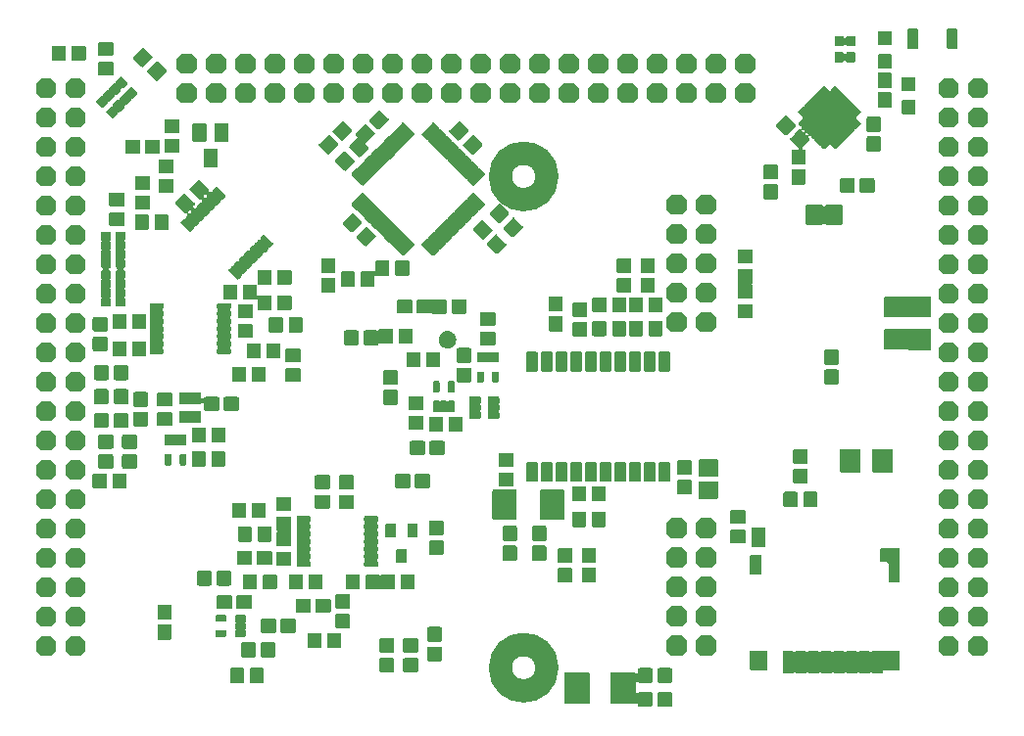
<source format=gbr>
G04 #@! TF.GenerationSoftware,KiCad,Pcbnew,(5.99.0-296-g10468236c)*
G04 #@! TF.CreationDate,2020-04-10T19:10:07+02:00*
G04 #@! TF.ProjectId,kimkong,6b696d6b-6f6e-4672-9e6b-696361645f70,rev?*
G04 #@! TF.SameCoordinates,Original*
G04 #@! TF.FileFunction,Soldermask,Bot*
G04 #@! TF.FilePolarity,Negative*
%FSLAX46Y46*%
G04 Gerber Fmt 4.6, Leading zero omitted, Abs format (unit mm)*
G04 Created by KiCad (PCBNEW (5.99.0-296-g10468236c)) date 2020-04-10 19:10:07*
%MOMM*%
%LPD*%
G04 APERTURE LIST*
%ADD10C,2.000000*%
G04 APERTURE END LIST*
D10*
X151509975Y-131000000D02*
G75*
G03X151509975Y-131000000I-2009975J0D01*
G01*
X151509975Y-88500000D02*
G75*
G03X151509975Y-88500000I-2009975J0D01*
G01*
G36*
X162207349Y-133080010D02*
G01*
X162207350Y-133080010D01*
X162246992Y-133087895D01*
X162259588Y-133096311D01*
X162280600Y-133110350D01*
X162294639Y-133131362D01*
X162303055Y-133143958D01*
X162306447Y-133161013D01*
X162313389Y-133195912D01*
X162313389Y-134271288D01*
X162310940Y-134283599D01*
X162310940Y-134283600D01*
X162303055Y-134323242D01*
X162294639Y-134335838D01*
X162280600Y-134356850D01*
X162259588Y-134370889D01*
X162246992Y-134379305D01*
X162207350Y-134387190D01*
X162207349Y-134387190D01*
X162195038Y-134389639D01*
X161219662Y-134389639D01*
X161207351Y-134387190D01*
X161207350Y-134387190D01*
X161167708Y-134379305D01*
X161155112Y-134370889D01*
X161134100Y-134356850D01*
X161120061Y-134335838D01*
X161111645Y-134323242D01*
X161103760Y-134283600D01*
X161103760Y-134283599D01*
X161101311Y-134271288D01*
X161101311Y-133195912D01*
X161108253Y-133161013D01*
X161111645Y-133143958D01*
X161120061Y-133131362D01*
X161134100Y-133110350D01*
X161155112Y-133096311D01*
X161167708Y-133087895D01*
X161207350Y-133080010D01*
X161207351Y-133080010D01*
X161219662Y-133077561D01*
X162195038Y-133077561D01*
X162207349Y-133080010D01*
G37*
G36*
X160507349Y-131016260D02*
G01*
X160507350Y-131016260D01*
X160546992Y-131024145D01*
X160559588Y-131032561D01*
X160580600Y-131046600D01*
X160594639Y-131067612D01*
X160603055Y-131080208D01*
X160608205Y-131106100D01*
X160613389Y-131132162D01*
X160613389Y-132207538D01*
X160610940Y-132219849D01*
X160610940Y-132219850D01*
X160603055Y-132259492D01*
X160594639Y-132272088D01*
X160580600Y-132293100D01*
X160559588Y-132307139D01*
X160546992Y-132315555D01*
X160507350Y-132323440D01*
X160507349Y-132323440D01*
X160495038Y-132325889D01*
X159519662Y-132325889D01*
X159507351Y-132323440D01*
X159507350Y-132323440D01*
X159467708Y-132315555D01*
X159450905Y-132304327D01*
X159434101Y-132293100D01*
X159429822Y-132286696D01*
X159375778Y-132241529D01*
X159305895Y-132232750D01*
X159242359Y-132263147D01*
X159200889Y-132356140D01*
X159200889Y-133047310D01*
X159220732Y-133114890D01*
X159273962Y-133161013D01*
X159343677Y-133171037D01*
X159429822Y-133116754D01*
X159434101Y-133110350D01*
X159450905Y-133099123D01*
X159467708Y-133087895D01*
X159507350Y-133080010D01*
X159507351Y-133080010D01*
X159519662Y-133077561D01*
X160495038Y-133077561D01*
X160507349Y-133080010D01*
X160507350Y-133080010D01*
X160546992Y-133087895D01*
X160559588Y-133096311D01*
X160580600Y-133110350D01*
X160594639Y-133131362D01*
X160603055Y-133143958D01*
X160606447Y-133161013D01*
X160613389Y-133195912D01*
X160613389Y-134271288D01*
X160610940Y-134283599D01*
X160610940Y-134283600D01*
X160603055Y-134323242D01*
X160594639Y-134335838D01*
X160580600Y-134356850D01*
X160559588Y-134370889D01*
X160546992Y-134379305D01*
X160507350Y-134387190D01*
X160507349Y-134387190D01*
X160495038Y-134389639D01*
X159519662Y-134389639D01*
X159507351Y-134387190D01*
X159507350Y-134387190D01*
X159467708Y-134379305D01*
X159455112Y-134370889D01*
X159434100Y-134356850D01*
X159420061Y-134335838D01*
X159411645Y-134323242D01*
X159403760Y-134283600D01*
X159403760Y-134283599D01*
X159401311Y-134271288D01*
X159401311Y-134167390D01*
X159381468Y-134099810D01*
X159328238Y-134053687D01*
X159258523Y-134043663D01*
X159172378Y-134097946D01*
X159168099Y-134104350D01*
X159151296Y-134115577D01*
X159134492Y-134126805D01*
X159094850Y-134134690D01*
X159094849Y-134134690D01*
X159082538Y-134137139D01*
X157107162Y-134137139D01*
X157094851Y-134134690D01*
X157094850Y-134134690D01*
X157055208Y-134126805D01*
X157042612Y-134118389D01*
X157021600Y-134104350D01*
X157007561Y-134083338D01*
X156999145Y-134070742D01*
X156991260Y-134031100D01*
X156991260Y-134031099D01*
X156988811Y-134018788D01*
X156988811Y-131543412D01*
X156993826Y-131518200D01*
X156999145Y-131491458D01*
X157008937Y-131476804D01*
X157021600Y-131457850D01*
X157042612Y-131443811D01*
X157055208Y-131435395D01*
X157094850Y-131427510D01*
X157094851Y-131427510D01*
X157107162Y-131425061D01*
X159082538Y-131425061D01*
X159094849Y-131427510D01*
X159094850Y-131427510D01*
X159134492Y-131435395D01*
X159151295Y-131446623D01*
X159168099Y-131457850D01*
X159172378Y-131464254D01*
X159226422Y-131509421D01*
X159296305Y-131518200D01*
X159359841Y-131487803D01*
X159401311Y-131394810D01*
X159401311Y-131132162D01*
X159406495Y-131106100D01*
X159411645Y-131080208D01*
X159420061Y-131067612D01*
X159434100Y-131046600D01*
X159455112Y-131032561D01*
X159467708Y-131024145D01*
X159507350Y-131016260D01*
X159507351Y-131016260D01*
X159519662Y-131013811D01*
X160495038Y-131013811D01*
X160507349Y-131016260D01*
G37*
G36*
X155094849Y-131427510D02*
G01*
X155094850Y-131427510D01*
X155134492Y-131435395D01*
X155147088Y-131443811D01*
X155168100Y-131457850D01*
X155180763Y-131476804D01*
X155190555Y-131491458D01*
X155195874Y-131518200D01*
X155200889Y-131543412D01*
X155200889Y-134018788D01*
X155198440Y-134031099D01*
X155198440Y-134031100D01*
X155190555Y-134070742D01*
X155182139Y-134083338D01*
X155168100Y-134104350D01*
X155147088Y-134118389D01*
X155134492Y-134126805D01*
X155094850Y-134134690D01*
X155094849Y-134134690D01*
X155082538Y-134137139D01*
X153107162Y-134137139D01*
X153094851Y-134134690D01*
X153094850Y-134134690D01*
X153055208Y-134126805D01*
X153042612Y-134118389D01*
X153021600Y-134104350D01*
X153007561Y-134083338D01*
X152999145Y-134070742D01*
X152991260Y-134031100D01*
X152991260Y-134031099D01*
X152988811Y-134018788D01*
X152988811Y-131543412D01*
X152993826Y-131518200D01*
X152999145Y-131491458D01*
X153008937Y-131476804D01*
X153021600Y-131457850D01*
X153042612Y-131443811D01*
X153055208Y-131435395D01*
X153094850Y-131427510D01*
X153094851Y-131427510D01*
X153107162Y-131425061D01*
X155082538Y-131425061D01*
X155094849Y-131427510D01*
G37*
G36*
X162207349Y-131016260D02*
G01*
X162207350Y-131016260D01*
X162246992Y-131024145D01*
X162259588Y-131032561D01*
X162280600Y-131046600D01*
X162294639Y-131067612D01*
X162303055Y-131080208D01*
X162308205Y-131106100D01*
X162313389Y-131132162D01*
X162313389Y-132207538D01*
X162310940Y-132219849D01*
X162310940Y-132219850D01*
X162303055Y-132259492D01*
X162294639Y-132272088D01*
X162280600Y-132293100D01*
X162259588Y-132307139D01*
X162246992Y-132315555D01*
X162207350Y-132323440D01*
X162207349Y-132323440D01*
X162195038Y-132325889D01*
X161219662Y-132325889D01*
X161207351Y-132323440D01*
X161207350Y-132323440D01*
X161167708Y-132315555D01*
X161155112Y-132307139D01*
X161134100Y-132293100D01*
X161120061Y-132272088D01*
X161111645Y-132259492D01*
X161103760Y-132219850D01*
X161103760Y-132219849D01*
X161101311Y-132207538D01*
X161101311Y-131132162D01*
X161106495Y-131106100D01*
X161111645Y-131080208D01*
X161120061Y-131067612D01*
X161134100Y-131046600D01*
X161155112Y-131032561D01*
X161167708Y-131024145D01*
X161207350Y-131016260D01*
X161207351Y-131016260D01*
X161219662Y-131013811D01*
X162195038Y-131013811D01*
X162207349Y-131016260D01*
G37*
G36*
X126964849Y-131016260D02*
G01*
X126964850Y-131016260D01*
X127004492Y-131024145D01*
X127017088Y-131032561D01*
X127038100Y-131046600D01*
X127052139Y-131067612D01*
X127060555Y-131080208D01*
X127065705Y-131106100D01*
X127070889Y-131132162D01*
X127070889Y-132207538D01*
X127068440Y-132219849D01*
X127068440Y-132219850D01*
X127060555Y-132259492D01*
X127052139Y-132272088D01*
X127038100Y-132293100D01*
X127017088Y-132307139D01*
X127004492Y-132315555D01*
X126964850Y-132323440D01*
X126964849Y-132323440D01*
X126952538Y-132325889D01*
X125977162Y-132325889D01*
X125964851Y-132323440D01*
X125964850Y-132323440D01*
X125925208Y-132315555D01*
X125912612Y-132307139D01*
X125891600Y-132293100D01*
X125877561Y-132272088D01*
X125869145Y-132259492D01*
X125861260Y-132219850D01*
X125861260Y-132219849D01*
X125858811Y-132207538D01*
X125858811Y-131132162D01*
X125863995Y-131106100D01*
X125869145Y-131080208D01*
X125877561Y-131067612D01*
X125891600Y-131046600D01*
X125912612Y-131032561D01*
X125925208Y-131024145D01*
X125964850Y-131016260D01*
X125964851Y-131016260D01*
X125977162Y-131013811D01*
X126952538Y-131013811D01*
X126964849Y-131016260D01*
G37*
G36*
X125264849Y-131016260D02*
G01*
X125264850Y-131016260D01*
X125304492Y-131024145D01*
X125317088Y-131032561D01*
X125338100Y-131046600D01*
X125352139Y-131067612D01*
X125360555Y-131080208D01*
X125365705Y-131106100D01*
X125370889Y-131132162D01*
X125370889Y-132207538D01*
X125368440Y-132219849D01*
X125368440Y-132219850D01*
X125360555Y-132259492D01*
X125352139Y-132272088D01*
X125338100Y-132293100D01*
X125317088Y-132307139D01*
X125304492Y-132315555D01*
X125264850Y-132323440D01*
X125264849Y-132323440D01*
X125252538Y-132325889D01*
X124277162Y-132325889D01*
X124264851Y-132323440D01*
X124264850Y-132323440D01*
X124225208Y-132315555D01*
X124212612Y-132307139D01*
X124191600Y-132293100D01*
X124177561Y-132272088D01*
X124169145Y-132259492D01*
X124161260Y-132219850D01*
X124161260Y-132219849D01*
X124158811Y-132207538D01*
X124158811Y-131132162D01*
X124163995Y-131106100D01*
X124169145Y-131080208D01*
X124177561Y-131067612D01*
X124191600Y-131046600D01*
X124212612Y-131032561D01*
X124225208Y-131024145D01*
X124264850Y-131016260D01*
X124264851Y-131016260D01*
X124277162Y-131013811D01*
X125252538Y-131013811D01*
X125264849Y-131016260D01*
G37*
G36*
X181916099Y-129502510D02*
G01*
X181916100Y-129502510D01*
X181955742Y-129510395D01*
X181964015Y-129515923D01*
X181989350Y-129532850D01*
X182003389Y-129553862D01*
X182011805Y-129566458D01*
X182016885Y-129591999D01*
X182022139Y-129618412D01*
X182022139Y-131093788D01*
X182019690Y-131106099D01*
X182019690Y-131106100D01*
X182011805Y-131145742D01*
X182003389Y-131158338D01*
X181989350Y-131179350D01*
X181968338Y-131193389D01*
X181955742Y-131201805D01*
X181916100Y-131209690D01*
X181916099Y-131209690D01*
X181903788Y-131212139D01*
X180647138Y-131212139D01*
X180579558Y-131231982D01*
X180533435Y-131285212D01*
X180522139Y-131337138D01*
X180522139Y-131368788D01*
X180519690Y-131381099D01*
X180519690Y-131381100D01*
X180511805Y-131420742D01*
X180503389Y-131433338D01*
X180489350Y-131454350D01*
X180468338Y-131468389D01*
X180455742Y-131476805D01*
X180416100Y-131484690D01*
X180416099Y-131484690D01*
X180403788Y-131487139D01*
X179728412Y-131487139D01*
X179716101Y-131484690D01*
X179716100Y-131484690D01*
X179676458Y-131476805D01*
X179659655Y-131465577D01*
X179642851Y-131454350D01*
X179629722Y-131434700D01*
X179620395Y-131420742D01*
X179620395Y-131420741D01*
X179620034Y-131420201D01*
X179565990Y-131375034D01*
X179496107Y-131366255D01*
X179412166Y-131420201D01*
X179411805Y-131420741D01*
X179411805Y-131420742D01*
X179402478Y-131434700D01*
X179389349Y-131454350D01*
X179372545Y-131465577D01*
X179355742Y-131476805D01*
X179316100Y-131484690D01*
X179316099Y-131484690D01*
X179303788Y-131487139D01*
X178628412Y-131487139D01*
X178616101Y-131484690D01*
X178616100Y-131484690D01*
X178576458Y-131476805D01*
X178559655Y-131465577D01*
X178542851Y-131454350D01*
X178529722Y-131434700D01*
X178520395Y-131420742D01*
X178520395Y-131420741D01*
X178520034Y-131420201D01*
X178465990Y-131375034D01*
X178396107Y-131366255D01*
X178312166Y-131420201D01*
X178311805Y-131420741D01*
X178311805Y-131420742D01*
X178302478Y-131434700D01*
X178289349Y-131454350D01*
X178272545Y-131465577D01*
X178255742Y-131476805D01*
X178216100Y-131484690D01*
X178216099Y-131484690D01*
X178203788Y-131487139D01*
X177528412Y-131487139D01*
X177516101Y-131484690D01*
X177516100Y-131484690D01*
X177476458Y-131476805D01*
X177459655Y-131465577D01*
X177442851Y-131454350D01*
X177429722Y-131434700D01*
X177420395Y-131420742D01*
X177420395Y-131420741D01*
X177420034Y-131420201D01*
X177365990Y-131375034D01*
X177296107Y-131366255D01*
X177212166Y-131420201D01*
X177211805Y-131420741D01*
X177211805Y-131420742D01*
X177202478Y-131434700D01*
X177189349Y-131454350D01*
X177172545Y-131465577D01*
X177155742Y-131476805D01*
X177116100Y-131484690D01*
X177116099Y-131484690D01*
X177103788Y-131487139D01*
X176428412Y-131487139D01*
X176416101Y-131484690D01*
X176416100Y-131484690D01*
X176376458Y-131476805D01*
X176359655Y-131465577D01*
X176342851Y-131454350D01*
X176329722Y-131434700D01*
X176320395Y-131420742D01*
X176320395Y-131420741D01*
X176320034Y-131420201D01*
X176265990Y-131375034D01*
X176196107Y-131366255D01*
X176112166Y-131420201D01*
X176111805Y-131420741D01*
X176111805Y-131420742D01*
X176102478Y-131434700D01*
X176089349Y-131454350D01*
X176072545Y-131465577D01*
X176055742Y-131476805D01*
X176016100Y-131484690D01*
X176016099Y-131484690D01*
X176003788Y-131487139D01*
X175328412Y-131487139D01*
X175316101Y-131484690D01*
X175316100Y-131484690D01*
X175276458Y-131476805D01*
X175259655Y-131465577D01*
X175242851Y-131454350D01*
X175229722Y-131434700D01*
X175220395Y-131420742D01*
X175220395Y-131420741D01*
X175220034Y-131420201D01*
X175165990Y-131375034D01*
X175096107Y-131366255D01*
X175012166Y-131420201D01*
X175011805Y-131420741D01*
X175011805Y-131420742D01*
X175002478Y-131434700D01*
X174989349Y-131454350D01*
X174972545Y-131465577D01*
X174955742Y-131476805D01*
X174916100Y-131484690D01*
X174916099Y-131484690D01*
X174903788Y-131487139D01*
X174228412Y-131487139D01*
X174216101Y-131484690D01*
X174216100Y-131484690D01*
X174176458Y-131476805D01*
X174159655Y-131465577D01*
X174142851Y-131454350D01*
X174129722Y-131434700D01*
X174120395Y-131420742D01*
X174120395Y-131420741D01*
X174120034Y-131420201D01*
X174065990Y-131375034D01*
X173996107Y-131366255D01*
X173912166Y-131420201D01*
X173911805Y-131420741D01*
X173911805Y-131420742D01*
X173902478Y-131434700D01*
X173889349Y-131454350D01*
X173872545Y-131465577D01*
X173855742Y-131476805D01*
X173816100Y-131484690D01*
X173816099Y-131484690D01*
X173803788Y-131487139D01*
X173128412Y-131487139D01*
X173116101Y-131484690D01*
X173116100Y-131484690D01*
X173076458Y-131476805D01*
X173059655Y-131465577D01*
X173042851Y-131454350D01*
X173029722Y-131434700D01*
X173020395Y-131420742D01*
X173020395Y-131420741D01*
X173020034Y-131420201D01*
X172965990Y-131375034D01*
X172896107Y-131366255D01*
X172812166Y-131420201D01*
X172811805Y-131420741D01*
X172811805Y-131420742D01*
X172802478Y-131434700D01*
X172789349Y-131454350D01*
X172772545Y-131465577D01*
X172755742Y-131476805D01*
X172716100Y-131484690D01*
X172716099Y-131484690D01*
X172703788Y-131487139D01*
X172028412Y-131487139D01*
X172016101Y-131484690D01*
X172016100Y-131484690D01*
X171976458Y-131476805D01*
X171963862Y-131468389D01*
X171942850Y-131454350D01*
X171928811Y-131433338D01*
X171920395Y-131420742D01*
X171912510Y-131381100D01*
X171912510Y-131381099D01*
X171910061Y-131368788D01*
X171910061Y-129643412D01*
X171915034Y-129618412D01*
X171920395Y-129591458D01*
X171929989Y-129577100D01*
X171942850Y-129557850D01*
X171963862Y-129543811D01*
X171976458Y-129535395D01*
X172016100Y-129527510D01*
X172016101Y-129527510D01*
X172028412Y-129525061D01*
X172703788Y-129525061D01*
X172716099Y-129527510D01*
X172716100Y-129527510D01*
X172755742Y-129535395D01*
X172772546Y-129546623D01*
X172789349Y-129557850D01*
X172812166Y-129591999D01*
X172866210Y-129637166D01*
X172936093Y-129645945D01*
X173020034Y-129591999D01*
X173042851Y-129557850D01*
X173059655Y-129546623D01*
X173076458Y-129535395D01*
X173116100Y-129527510D01*
X173116101Y-129527510D01*
X173128412Y-129525061D01*
X173803788Y-129525061D01*
X173816099Y-129527510D01*
X173816100Y-129527510D01*
X173855742Y-129535395D01*
X173872546Y-129546623D01*
X173889349Y-129557850D01*
X173912166Y-129591999D01*
X173966210Y-129637166D01*
X174036093Y-129645945D01*
X174120034Y-129591999D01*
X174142851Y-129557850D01*
X174159655Y-129546623D01*
X174176458Y-129535395D01*
X174216100Y-129527510D01*
X174216101Y-129527510D01*
X174228412Y-129525061D01*
X174903788Y-129525061D01*
X174916099Y-129527510D01*
X174916100Y-129527510D01*
X174955742Y-129535395D01*
X174972546Y-129546623D01*
X174989349Y-129557850D01*
X175012166Y-129591999D01*
X175066210Y-129637166D01*
X175136093Y-129645945D01*
X175220034Y-129591999D01*
X175242851Y-129557850D01*
X175259655Y-129546623D01*
X175276458Y-129535395D01*
X175316100Y-129527510D01*
X175316101Y-129527510D01*
X175328412Y-129525061D01*
X176003788Y-129525061D01*
X176016099Y-129527510D01*
X176016100Y-129527510D01*
X176055742Y-129535395D01*
X176072546Y-129546623D01*
X176089349Y-129557850D01*
X176112166Y-129591999D01*
X176166210Y-129637166D01*
X176236093Y-129645945D01*
X176320034Y-129591999D01*
X176342851Y-129557850D01*
X176359655Y-129546623D01*
X176376458Y-129535395D01*
X176416100Y-129527510D01*
X176416101Y-129527510D01*
X176428412Y-129525061D01*
X177103788Y-129525061D01*
X177116099Y-129527510D01*
X177116100Y-129527510D01*
X177155742Y-129535395D01*
X177172546Y-129546623D01*
X177189349Y-129557850D01*
X177212166Y-129591999D01*
X177266210Y-129637166D01*
X177336093Y-129645945D01*
X177420034Y-129591999D01*
X177442851Y-129557850D01*
X177459655Y-129546623D01*
X177476458Y-129535395D01*
X177516100Y-129527510D01*
X177516101Y-129527510D01*
X177528412Y-129525061D01*
X178203788Y-129525061D01*
X178216099Y-129527510D01*
X178216100Y-129527510D01*
X178255742Y-129535395D01*
X178272546Y-129546623D01*
X178289349Y-129557850D01*
X178312166Y-129591999D01*
X178366210Y-129637166D01*
X178436093Y-129645945D01*
X178520034Y-129591999D01*
X178542851Y-129557850D01*
X178559655Y-129546623D01*
X178576458Y-129535395D01*
X178616100Y-129527510D01*
X178616101Y-129527510D01*
X178628412Y-129525061D01*
X179303788Y-129525061D01*
X179316099Y-129527510D01*
X179316100Y-129527510D01*
X179355742Y-129535395D01*
X179372546Y-129546623D01*
X179389349Y-129557850D01*
X179412166Y-129591999D01*
X179466210Y-129637166D01*
X179536093Y-129645945D01*
X179620034Y-129591999D01*
X179642851Y-129557850D01*
X179659655Y-129546623D01*
X179676458Y-129535395D01*
X179716100Y-129527510D01*
X179716101Y-129527510D01*
X179728412Y-129525061D01*
X180403788Y-129525061D01*
X180416099Y-129527510D01*
X180416100Y-129527510D01*
X180455742Y-129535395D01*
X180455743Y-129535396D01*
X180469151Y-129538063D01*
X180562982Y-129519399D01*
X180576458Y-129510395D01*
X180616100Y-129502510D01*
X180628412Y-129500061D01*
X181903788Y-129500061D01*
X181916099Y-129502510D01*
G37*
G36*
X140293599Y-130170010D02*
G01*
X140293600Y-130170010D01*
X140333242Y-130177895D01*
X140345838Y-130186311D01*
X140366850Y-130200350D01*
X140380889Y-130221362D01*
X140389305Y-130233958D01*
X140397190Y-130273600D01*
X140399639Y-130285912D01*
X140399639Y-131261288D01*
X140397190Y-131273599D01*
X140397190Y-131273600D01*
X140389305Y-131313242D01*
X140380889Y-131325838D01*
X140366850Y-131346850D01*
X140345838Y-131360889D01*
X140333242Y-131369305D01*
X140293600Y-131377190D01*
X140293599Y-131377190D01*
X140281288Y-131379639D01*
X139205912Y-131379639D01*
X139193601Y-131377190D01*
X139193600Y-131377190D01*
X139153958Y-131369305D01*
X139141362Y-131360889D01*
X139120350Y-131346850D01*
X139106311Y-131325838D01*
X139097895Y-131313242D01*
X139090010Y-131273600D01*
X139090010Y-131273599D01*
X139087561Y-131261288D01*
X139087561Y-130285912D01*
X139090010Y-130273600D01*
X139097895Y-130233958D01*
X139106311Y-130221362D01*
X139120350Y-130200350D01*
X139141362Y-130186311D01*
X139153958Y-130177895D01*
X139193600Y-130170010D01*
X139193601Y-130170010D01*
X139205912Y-130167561D01*
X140281288Y-130167561D01*
X140293599Y-130170010D01*
G37*
G36*
X138229849Y-130170010D02*
G01*
X138229850Y-130170010D01*
X138269492Y-130177895D01*
X138282088Y-130186311D01*
X138303100Y-130200350D01*
X138317139Y-130221362D01*
X138325555Y-130233958D01*
X138333440Y-130273600D01*
X138335889Y-130285912D01*
X138335889Y-131261288D01*
X138333440Y-131273599D01*
X138333440Y-131273600D01*
X138325555Y-131313242D01*
X138317139Y-131325838D01*
X138303100Y-131346850D01*
X138282088Y-131360889D01*
X138269492Y-131369305D01*
X138229850Y-131377190D01*
X138229849Y-131377190D01*
X138217538Y-131379639D01*
X137142162Y-131379639D01*
X137129851Y-131377190D01*
X137129850Y-131377190D01*
X137090208Y-131369305D01*
X137077612Y-131360889D01*
X137056600Y-131346850D01*
X137042561Y-131325838D01*
X137034145Y-131313242D01*
X137026260Y-131273600D01*
X137026260Y-131273599D01*
X137023811Y-131261288D01*
X137023811Y-130285912D01*
X137026260Y-130273600D01*
X137034145Y-130233958D01*
X137042561Y-130221362D01*
X137056600Y-130200350D01*
X137077612Y-130186311D01*
X137090208Y-130177895D01*
X137129850Y-130170010D01*
X137129851Y-130170010D01*
X137142162Y-130167561D01*
X138217538Y-130167561D01*
X138229849Y-130170010D01*
G37*
G36*
X170466099Y-129502510D02*
G01*
X170466100Y-129502510D01*
X170505742Y-129510395D01*
X170514015Y-129515923D01*
X170539350Y-129532850D01*
X170553389Y-129553862D01*
X170561805Y-129566458D01*
X170566885Y-129591999D01*
X170572139Y-129618412D01*
X170572139Y-131093788D01*
X170569690Y-131106099D01*
X170569690Y-131106100D01*
X170561805Y-131145742D01*
X170553389Y-131158338D01*
X170539350Y-131179350D01*
X170518338Y-131193389D01*
X170505742Y-131201805D01*
X170466100Y-131209690D01*
X170466099Y-131209690D01*
X170453788Y-131212139D01*
X169178412Y-131212139D01*
X169166101Y-131209690D01*
X169166100Y-131209690D01*
X169126458Y-131201805D01*
X169113862Y-131193389D01*
X169092850Y-131179350D01*
X169078811Y-131158338D01*
X169070395Y-131145742D01*
X169062510Y-131106100D01*
X169062510Y-131106099D01*
X169060061Y-131093788D01*
X169060061Y-129618412D01*
X169065315Y-129591999D01*
X169070395Y-129566458D01*
X169078811Y-129553862D01*
X169092850Y-129532850D01*
X169118185Y-129515923D01*
X169126458Y-129510395D01*
X169166100Y-129502510D01*
X169166101Y-129502510D01*
X169178412Y-129500061D01*
X170453788Y-129500061D01*
X170466099Y-129502510D01*
G37*
G36*
X142307349Y-129167510D02*
G01*
X142307350Y-129167510D01*
X142346992Y-129175395D01*
X142359588Y-129183811D01*
X142380600Y-129197850D01*
X142394639Y-129218862D01*
X142403055Y-129231458D01*
X142410940Y-129271100D01*
X142413389Y-129283412D01*
X142413389Y-130358788D01*
X142410940Y-130371099D01*
X142410940Y-130371100D01*
X142403055Y-130410742D01*
X142394639Y-130423338D01*
X142380600Y-130444350D01*
X142359588Y-130458389D01*
X142346992Y-130466805D01*
X142307350Y-130474690D01*
X142307349Y-130474690D01*
X142295038Y-130477139D01*
X141319662Y-130477139D01*
X141307351Y-130474690D01*
X141307350Y-130474690D01*
X141267708Y-130466805D01*
X141255112Y-130458389D01*
X141234100Y-130444350D01*
X141220061Y-130423338D01*
X141211645Y-130410742D01*
X141203760Y-130371100D01*
X141203760Y-130371099D01*
X141201311Y-130358788D01*
X141201311Y-129283412D01*
X141203760Y-129271100D01*
X141211645Y-129231458D01*
X141220061Y-129218862D01*
X141234100Y-129197850D01*
X141255112Y-129183811D01*
X141267708Y-129175395D01*
X141307350Y-129167510D01*
X141307351Y-129167510D01*
X141319662Y-129165061D01*
X142295038Y-129165061D01*
X142307349Y-129167510D01*
G37*
G36*
X127917349Y-128793760D02*
G01*
X127917350Y-128793760D01*
X127956992Y-128801645D01*
X127969588Y-128810061D01*
X127990600Y-128824100D01*
X128004639Y-128845112D01*
X128013055Y-128857708D01*
X128020940Y-128897350D01*
X128023389Y-128909662D01*
X128023389Y-129985038D01*
X128020940Y-129997349D01*
X128020940Y-129997350D01*
X128013055Y-130036992D01*
X128004639Y-130049588D01*
X127990600Y-130070600D01*
X127969588Y-130084639D01*
X127956992Y-130093055D01*
X127917350Y-130100940D01*
X127917349Y-130100940D01*
X127905038Y-130103389D01*
X126929662Y-130103389D01*
X126917351Y-130100940D01*
X126917350Y-130100940D01*
X126877708Y-130093055D01*
X126865112Y-130084639D01*
X126844100Y-130070600D01*
X126830061Y-130049588D01*
X126821645Y-130036992D01*
X126813760Y-129997350D01*
X126813760Y-129997349D01*
X126811311Y-129985038D01*
X126811311Y-128909662D01*
X126813760Y-128897350D01*
X126821645Y-128857708D01*
X126830061Y-128845112D01*
X126844100Y-128824100D01*
X126865112Y-128810061D01*
X126877708Y-128801645D01*
X126917350Y-128793760D01*
X126917351Y-128793760D01*
X126929662Y-128791311D01*
X127905038Y-128791311D01*
X127917349Y-128793760D01*
G37*
G36*
X126217349Y-128793760D02*
G01*
X126217350Y-128793760D01*
X126256992Y-128801645D01*
X126269588Y-128810061D01*
X126290600Y-128824100D01*
X126304639Y-128845112D01*
X126313055Y-128857708D01*
X126320940Y-128897350D01*
X126323389Y-128909662D01*
X126323389Y-129985038D01*
X126320940Y-129997349D01*
X126320940Y-129997350D01*
X126313055Y-130036992D01*
X126304639Y-130049588D01*
X126290600Y-130070600D01*
X126269588Y-130084639D01*
X126256992Y-130093055D01*
X126217350Y-130100940D01*
X126217349Y-130100940D01*
X126205038Y-130103389D01*
X125229662Y-130103389D01*
X125217351Y-130100940D01*
X125217350Y-130100940D01*
X125177708Y-130093055D01*
X125165112Y-130084639D01*
X125144100Y-130070600D01*
X125130061Y-130049588D01*
X125121645Y-130036992D01*
X125113760Y-129997350D01*
X125113760Y-129997349D01*
X125111311Y-129985038D01*
X125111311Y-128909662D01*
X125113760Y-128897350D01*
X125121645Y-128857708D01*
X125130061Y-128845112D01*
X125144100Y-128824100D01*
X125165112Y-128810061D01*
X125177708Y-128801645D01*
X125217350Y-128793760D01*
X125217351Y-128793760D01*
X125229662Y-128791311D01*
X126205038Y-128791311D01*
X126217349Y-128793760D01*
G37*
G36*
X109096655Y-128690101D02*
G01*
X109096655Y-129577100D01*
X108674599Y-129999155D01*
X107787600Y-129999155D01*
X107365545Y-129577099D01*
X107365545Y-128690100D01*
X107787601Y-128268045D01*
X108674600Y-128268045D01*
X109096655Y-128690101D01*
G37*
G36*
X189636655Y-128690101D02*
G01*
X189636655Y-129577100D01*
X189214599Y-129999155D01*
X188327600Y-129999155D01*
X187905545Y-129577099D01*
X187905545Y-128690100D01*
X188327601Y-128268045D01*
X189214600Y-128268045D01*
X189636655Y-128690101D01*
G37*
G36*
X111636655Y-128690101D02*
G01*
X111636655Y-129577100D01*
X111214599Y-129999155D01*
X110327600Y-129999155D01*
X109905545Y-129577099D01*
X109905545Y-128690100D01*
X110327601Y-128268045D01*
X111214600Y-128268045D01*
X111636655Y-128690101D01*
G37*
G36*
X187096655Y-128690101D02*
G01*
X187096655Y-129577100D01*
X186674599Y-129999155D01*
X185787600Y-129999155D01*
X185365545Y-129577099D01*
X185365545Y-128690100D01*
X185787601Y-128268045D01*
X186674600Y-128268045D01*
X187096655Y-128690101D01*
G37*
G36*
X163596655Y-128640101D02*
G01*
X163596655Y-129527100D01*
X163174599Y-129949155D01*
X162287600Y-129949155D01*
X161865545Y-129527099D01*
X161865545Y-128640100D01*
X162287601Y-128218045D01*
X163174600Y-128218045D01*
X163596655Y-128640101D01*
G37*
G36*
X166136655Y-128640101D02*
G01*
X166136655Y-129527100D01*
X165714599Y-129949155D01*
X164827600Y-129949155D01*
X164405545Y-129527099D01*
X164405545Y-128640100D01*
X164827601Y-128218045D01*
X165714600Y-128218045D01*
X166136655Y-128640101D01*
G37*
G36*
X138229849Y-128470010D02*
G01*
X138229850Y-128470010D01*
X138269492Y-128477895D01*
X138282088Y-128486311D01*
X138303100Y-128500350D01*
X138317139Y-128521362D01*
X138325555Y-128533958D01*
X138332662Y-128569690D01*
X138335889Y-128585912D01*
X138335889Y-129561288D01*
X138333440Y-129573599D01*
X138333440Y-129573600D01*
X138325555Y-129613242D01*
X138322100Y-129618412D01*
X138303100Y-129646850D01*
X138282088Y-129660889D01*
X138269492Y-129669305D01*
X138229850Y-129677190D01*
X138229849Y-129677190D01*
X138217538Y-129679639D01*
X137142162Y-129679639D01*
X137129851Y-129677190D01*
X137129850Y-129677190D01*
X137090208Y-129669305D01*
X137077612Y-129660889D01*
X137056600Y-129646850D01*
X137037600Y-129618412D01*
X137034145Y-129613242D01*
X137026260Y-129573600D01*
X137026260Y-129573599D01*
X137023811Y-129561288D01*
X137023811Y-128585912D01*
X137027038Y-128569690D01*
X137034145Y-128533958D01*
X137042561Y-128521362D01*
X137056600Y-128500350D01*
X137077612Y-128486311D01*
X137090208Y-128477895D01*
X137129850Y-128470010D01*
X137129851Y-128470010D01*
X137142162Y-128467561D01*
X138217538Y-128467561D01*
X138229849Y-128470010D01*
G37*
G36*
X140293599Y-128470010D02*
G01*
X140293600Y-128470010D01*
X140333242Y-128477895D01*
X140345838Y-128486311D01*
X140366850Y-128500350D01*
X140380889Y-128521362D01*
X140389305Y-128533958D01*
X140396412Y-128569690D01*
X140399639Y-128585912D01*
X140399639Y-129561288D01*
X140397190Y-129573599D01*
X140397190Y-129573600D01*
X140389305Y-129613242D01*
X140385850Y-129618412D01*
X140366850Y-129646850D01*
X140345838Y-129660889D01*
X140333242Y-129669305D01*
X140293600Y-129677190D01*
X140293599Y-129677190D01*
X140281288Y-129679639D01*
X139205912Y-129679639D01*
X139193601Y-129677190D01*
X139193600Y-129677190D01*
X139153958Y-129669305D01*
X139141362Y-129660889D01*
X139120350Y-129646850D01*
X139101350Y-129618412D01*
X139097895Y-129613242D01*
X139090010Y-129573600D01*
X139090010Y-129573599D01*
X139087561Y-129561288D01*
X139087561Y-128585912D01*
X139090788Y-128569690D01*
X139097895Y-128533958D01*
X139106311Y-128521362D01*
X139120350Y-128500350D01*
X139141362Y-128486311D01*
X139153958Y-128477895D01*
X139193600Y-128470010D01*
X139193601Y-128470010D01*
X139205912Y-128467561D01*
X140281288Y-128467561D01*
X140293599Y-128470010D01*
G37*
G36*
X131932349Y-128000010D02*
G01*
X131932350Y-128000010D01*
X131971992Y-128007895D01*
X131984588Y-128016311D01*
X132005600Y-128030350D01*
X132019639Y-128051362D01*
X132028055Y-128063958D01*
X132035940Y-128103600D01*
X132038389Y-128115912D01*
X132038389Y-129191288D01*
X132035940Y-129203599D01*
X132035940Y-129203600D01*
X132028055Y-129243242D01*
X132019639Y-129255838D01*
X132005600Y-129276850D01*
X131984588Y-129290889D01*
X131971992Y-129299305D01*
X131932350Y-129307190D01*
X131932349Y-129307190D01*
X131920038Y-129309639D01*
X130944662Y-129309639D01*
X130932351Y-129307190D01*
X130932350Y-129307190D01*
X130892708Y-129299305D01*
X130880112Y-129290889D01*
X130859100Y-129276850D01*
X130845061Y-129255838D01*
X130836645Y-129243242D01*
X130828760Y-129203600D01*
X130828760Y-129203599D01*
X130826311Y-129191288D01*
X130826311Y-128115912D01*
X130828760Y-128103600D01*
X130836645Y-128063958D01*
X130845061Y-128051362D01*
X130859100Y-128030350D01*
X130880112Y-128016311D01*
X130892708Y-128007895D01*
X130932350Y-128000010D01*
X130932351Y-128000010D01*
X130944662Y-127997561D01*
X131920038Y-127997561D01*
X131932349Y-128000010D01*
G37*
G36*
X133632349Y-128000010D02*
G01*
X133632350Y-128000010D01*
X133671992Y-128007895D01*
X133684588Y-128016311D01*
X133705600Y-128030350D01*
X133719639Y-128051362D01*
X133728055Y-128063958D01*
X133735940Y-128103600D01*
X133738389Y-128115912D01*
X133738389Y-129191288D01*
X133735940Y-129203599D01*
X133735940Y-129203600D01*
X133728055Y-129243242D01*
X133719639Y-129255838D01*
X133705600Y-129276850D01*
X133684588Y-129290889D01*
X133671992Y-129299305D01*
X133632350Y-129307190D01*
X133632349Y-129307190D01*
X133620038Y-129309639D01*
X132644662Y-129309639D01*
X132632351Y-129307190D01*
X132632350Y-129307190D01*
X132592708Y-129299305D01*
X132580112Y-129290889D01*
X132559100Y-129276850D01*
X132545061Y-129255838D01*
X132536645Y-129243242D01*
X132528760Y-129203600D01*
X132528760Y-129203599D01*
X132526311Y-129191288D01*
X132526311Y-128115912D01*
X132528760Y-128103600D01*
X132536645Y-128063958D01*
X132545061Y-128051362D01*
X132559100Y-128030350D01*
X132580112Y-128016311D01*
X132592708Y-128007895D01*
X132632350Y-128000010D01*
X132632351Y-128000010D01*
X132644662Y-127997561D01*
X133620038Y-127997561D01*
X133632349Y-128000010D01*
G37*
G36*
X142307349Y-127467510D02*
G01*
X142307350Y-127467510D01*
X142346992Y-127475395D01*
X142359588Y-127483811D01*
X142380600Y-127497850D01*
X142394639Y-127518862D01*
X142403055Y-127531458D01*
X142410162Y-127567190D01*
X142413389Y-127583412D01*
X142413389Y-128658788D01*
X142410940Y-128671099D01*
X142410940Y-128671100D01*
X142403055Y-128710742D01*
X142394639Y-128723338D01*
X142380600Y-128744350D01*
X142359588Y-128758389D01*
X142346992Y-128766805D01*
X142307350Y-128774690D01*
X142307349Y-128774690D01*
X142295038Y-128777139D01*
X141319662Y-128777139D01*
X141307351Y-128774690D01*
X141307350Y-128774690D01*
X141267708Y-128766805D01*
X141255112Y-128758389D01*
X141234100Y-128744350D01*
X141220061Y-128723338D01*
X141211645Y-128710742D01*
X141203760Y-128671100D01*
X141203760Y-128671099D01*
X141201311Y-128658788D01*
X141201311Y-127583412D01*
X141204538Y-127567190D01*
X141211645Y-127531458D01*
X141220061Y-127518862D01*
X141234100Y-127497850D01*
X141255112Y-127483811D01*
X141267708Y-127475395D01*
X141307350Y-127467510D01*
X141307351Y-127467510D01*
X141319662Y-127465061D01*
X142295038Y-127465061D01*
X142307349Y-127467510D01*
G37*
G36*
X118971099Y-127262510D02*
G01*
X118971100Y-127262510D01*
X119010742Y-127270395D01*
X119023338Y-127278811D01*
X119044350Y-127292850D01*
X119058389Y-127313862D01*
X119066805Y-127326458D01*
X119074690Y-127366100D01*
X119077139Y-127378412D01*
X119077139Y-128453788D01*
X119074690Y-128466099D01*
X119074690Y-128466100D01*
X119066805Y-128505742D01*
X119058389Y-128518338D01*
X119044350Y-128539350D01*
X119023338Y-128553389D01*
X119010742Y-128561805D01*
X118971100Y-128569690D01*
X118971099Y-128569690D01*
X118958788Y-128572139D01*
X117983412Y-128572139D01*
X117971101Y-128569690D01*
X117971100Y-128569690D01*
X117931458Y-128561805D01*
X117918862Y-128553389D01*
X117897850Y-128539350D01*
X117883811Y-128518338D01*
X117875395Y-128505742D01*
X117867510Y-128466100D01*
X117867510Y-128466099D01*
X117865061Y-128453788D01*
X117865061Y-127378412D01*
X117867510Y-127366100D01*
X117875395Y-127326458D01*
X117883811Y-127313862D01*
X117897850Y-127292850D01*
X117918862Y-127278811D01*
X117931458Y-127270395D01*
X117971100Y-127262510D01*
X117971101Y-127262510D01*
X117983412Y-127260061D01*
X118958788Y-127260061D01*
X118971099Y-127262510D01*
G37*
G36*
X123686099Y-127730010D02*
G01*
X123686100Y-127730010D01*
X123725742Y-127737895D01*
X123738338Y-127746311D01*
X123759350Y-127760350D01*
X123773389Y-127781362D01*
X123781805Y-127793958D01*
X123789690Y-127833600D01*
X123792139Y-127845912D01*
X123792139Y-128221288D01*
X123789690Y-128233599D01*
X123789690Y-128233600D01*
X123781805Y-128273242D01*
X123773389Y-128285838D01*
X123759350Y-128306850D01*
X123738338Y-128320889D01*
X123725742Y-128329305D01*
X123686100Y-128337190D01*
X123686099Y-128337190D01*
X123673788Y-128339639D01*
X122998412Y-128339639D01*
X122986101Y-128337190D01*
X122986100Y-128337190D01*
X122946458Y-128329305D01*
X122933862Y-128320889D01*
X122912850Y-128306850D01*
X122898811Y-128285838D01*
X122890395Y-128273242D01*
X122882510Y-128233600D01*
X122882510Y-128233599D01*
X122880061Y-128221288D01*
X122880061Y-127845912D01*
X122882510Y-127833600D01*
X122890395Y-127793958D01*
X122898811Y-127781362D01*
X122912850Y-127760350D01*
X122933862Y-127746311D01*
X122946458Y-127737895D01*
X122986100Y-127730010D01*
X122986101Y-127730010D01*
X122998412Y-127727561D01*
X123673788Y-127727561D01*
X123686099Y-127730010D01*
G37*
G36*
X125386099Y-126430010D02*
G01*
X125386100Y-126430010D01*
X125425742Y-126437895D01*
X125438338Y-126446311D01*
X125459350Y-126460350D01*
X125469747Y-126475912D01*
X125481805Y-126493958D01*
X125489690Y-126533600D01*
X125492139Y-126545912D01*
X125492139Y-126921288D01*
X125489690Y-126933599D01*
X125489690Y-126933600D01*
X125481805Y-126973242D01*
X125478179Y-126978669D01*
X125471172Y-126989156D01*
X125450127Y-127056371D01*
X125471172Y-127128044D01*
X125478179Y-127138531D01*
X125481805Y-127143958D01*
X125489690Y-127183600D01*
X125492139Y-127195912D01*
X125492139Y-127571288D01*
X125489690Y-127583599D01*
X125489690Y-127583600D01*
X125481805Y-127623242D01*
X125481804Y-127623243D01*
X125471172Y-127639156D01*
X125450127Y-127706371D01*
X125471172Y-127778044D01*
X125478179Y-127788531D01*
X125481805Y-127793958D01*
X125489690Y-127833600D01*
X125492139Y-127845912D01*
X125492139Y-128221288D01*
X125489690Y-128233599D01*
X125489690Y-128233600D01*
X125481805Y-128273242D01*
X125473389Y-128285838D01*
X125459350Y-128306850D01*
X125438338Y-128320889D01*
X125425742Y-128329305D01*
X125386100Y-128337190D01*
X125386099Y-128337190D01*
X125373788Y-128339639D01*
X124698412Y-128339639D01*
X124686101Y-128337190D01*
X124686100Y-128337190D01*
X124646458Y-128329305D01*
X124633862Y-128320889D01*
X124612850Y-128306850D01*
X124598811Y-128285838D01*
X124590395Y-128273242D01*
X124582510Y-128233600D01*
X124582510Y-128233599D01*
X124580061Y-128221288D01*
X124580061Y-127845912D01*
X124582510Y-127833600D01*
X124590395Y-127793958D01*
X124594021Y-127788531D01*
X124601028Y-127778044D01*
X124622073Y-127710829D01*
X124601028Y-127639156D01*
X124590396Y-127623243D01*
X124590395Y-127623242D01*
X124582510Y-127583600D01*
X124582510Y-127583599D01*
X124580061Y-127571288D01*
X124580061Y-127195912D01*
X124582510Y-127183600D01*
X124590395Y-127143958D01*
X124594021Y-127138531D01*
X124601028Y-127128044D01*
X124622073Y-127060829D01*
X124601028Y-126989156D01*
X124594021Y-126978669D01*
X124590395Y-126973242D01*
X124582510Y-126933600D01*
X124582510Y-126933599D01*
X124580061Y-126921288D01*
X124580061Y-126545912D01*
X124582510Y-126533600D01*
X124590395Y-126493958D01*
X124602453Y-126475912D01*
X124612850Y-126460350D01*
X124633862Y-126446311D01*
X124646458Y-126437895D01*
X124686100Y-126430010D01*
X124686101Y-126430010D01*
X124698412Y-126427561D01*
X125373788Y-126427561D01*
X125386099Y-126430010D01*
G37*
G36*
X128013599Y-126780010D02*
G01*
X128013600Y-126780010D01*
X128053242Y-126787895D01*
X128065838Y-126796311D01*
X128086850Y-126810350D01*
X128100889Y-126831362D01*
X128109305Y-126843958D01*
X128114423Y-126869690D01*
X128119639Y-126895912D01*
X128119639Y-127871288D01*
X128117190Y-127883599D01*
X128117190Y-127883600D01*
X128109305Y-127923242D01*
X128100889Y-127935838D01*
X128086850Y-127956850D01*
X128065838Y-127970889D01*
X128053242Y-127979305D01*
X128013600Y-127987190D01*
X128013599Y-127987190D01*
X128001288Y-127989639D01*
X126925912Y-127989639D01*
X126913601Y-127987190D01*
X126913600Y-127987190D01*
X126873958Y-127979305D01*
X126861362Y-127970889D01*
X126840350Y-127956850D01*
X126826311Y-127935838D01*
X126817895Y-127923242D01*
X126810010Y-127883600D01*
X126810010Y-127883599D01*
X126807561Y-127871288D01*
X126807561Y-126895912D01*
X126812777Y-126869690D01*
X126817895Y-126843958D01*
X126826311Y-126831362D01*
X126840350Y-126810350D01*
X126861362Y-126796311D01*
X126873958Y-126787895D01*
X126913600Y-126780010D01*
X126913601Y-126780010D01*
X126925912Y-126777561D01*
X128001288Y-126777561D01*
X128013599Y-126780010D01*
G37*
G36*
X129713599Y-126780010D02*
G01*
X129713600Y-126780010D01*
X129753242Y-126787895D01*
X129765838Y-126796311D01*
X129786850Y-126810350D01*
X129800889Y-126831362D01*
X129809305Y-126843958D01*
X129814423Y-126869690D01*
X129819639Y-126895912D01*
X129819639Y-127871288D01*
X129817190Y-127883599D01*
X129817190Y-127883600D01*
X129809305Y-127923242D01*
X129800889Y-127935838D01*
X129786850Y-127956850D01*
X129765838Y-127970889D01*
X129753242Y-127979305D01*
X129713600Y-127987190D01*
X129713599Y-127987190D01*
X129701288Y-127989639D01*
X128625912Y-127989639D01*
X128613601Y-127987190D01*
X128613600Y-127987190D01*
X128573958Y-127979305D01*
X128561362Y-127970889D01*
X128540350Y-127956850D01*
X128526311Y-127935838D01*
X128517895Y-127923242D01*
X128510010Y-127883600D01*
X128510010Y-127883599D01*
X128507561Y-127871288D01*
X128507561Y-126895912D01*
X128512777Y-126869690D01*
X128517895Y-126843958D01*
X128526311Y-126831362D01*
X128540350Y-126810350D01*
X128561362Y-126796311D01*
X128573958Y-126787895D01*
X128613600Y-126780010D01*
X128613601Y-126780010D01*
X128625912Y-126777561D01*
X129701288Y-126777561D01*
X129713599Y-126780010D01*
G37*
G36*
X134419849Y-126360010D02*
G01*
X134419850Y-126360010D01*
X134459492Y-126367895D01*
X134472088Y-126376311D01*
X134493100Y-126390350D01*
X134507139Y-126411362D01*
X134515555Y-126423958D01*
X134522794Y-126460351D01*
X134525889Y-126475912D01*
X134525889Y-127451288D01*
X134523440Y-127463599D01*
X134523440Y-127463600D01*
X134515555Y-127503242D01*
X134507139Y-127515838D01*
X134493100Y-127536850D01*
X134472088Y-127550889D01*
X134459492Y-127559305D01*
X134419850Y-127567190D01*
X134419849Y-127567190D01*
X134407538Y-127569639D01*
X133332162Y-127569639D01*
X133319851Y-127567190D01*
X133319850Y-127567190D01*
X133280208Y-127559305D01*
X133267612Y-127550889D01*
X133246600Y-127536850D01*
X133232561Y-127515838D01*
X133224145Y-127503242D01*
X133216260Y-127463600D01*
X133216260Y-127463599D01*
X133213811Y-127451288D01*
X133213811Y-126475912D01*
X133216906Y-126460351D01*
X133224145Y-126423958D01*
X133232561Y-126411362D01*
X133246600Y-126390350D01*
X133267612Y-126376311D01*
X133280208Y-126367895D01*
X133319850Y-126360010D01*
X133319851Y-126360010D01*
X133332162Y-126357561D01*
X134407538Y-126357561D01*
X134419849Y-126360010D01*
G37*
G36*
X109096655Y-126150101D02*
G01*
X109096655Y-127037100D01*
X108674599Y-127459155D01*
X107787600Y-127459155D01*
X107365545Y-127037099D01*
X107365545Y-126150100D01*
X107787601Y-125728045D01*
X108674600Y-125728045D01*
X109096655Y-126150101D01*
G37*
G36*
X111636655Y-126150101D02*
G01*
X111636655Y-127037100D01*
X111214599Y-127459155D01*
X110327600Y-127459155D01*
X109905545Y-127037099D01*
X109905545Y-126150100D01*
X110327601Y-125728045D01*
X111214600Y-125728045D01*
X111636655Y-126150101D01*
G37*
G36*
X187096655Y-126150101D02*
G01*
X187096655Y-127037100D01*
X186674599Y-127459155D01*
X185787600Y-127459155D01*
X185365545Y-127037099D01*
X185365545Y-126150100D01*
X185787601Y-125728045D01*
X186674600Y-125728045D01*
X187096655Y-126150101D01*
G37*
G36*
X189636655Y-126150101D02*
G01*
X189636655Y-127037100D01*
X189214599Y-127459155D01*
X188327600Y-127459155D01*
X187905545Y-127037099D01*
X187905545Y-126150100D01*
X188327601Y-125728045D01*
X189214600Y-125728045D01*
X189636655Y-126150101D01*
G37*
G36*
X166136655Y-126100101D02*
G01*
X166136655Y-126987100D01*
X165714599Y-127409155D01*
X164827600Y-127409155D01*
X164405545Y-126987099D01*
X164405545Y-126100100D01*
X164827601Y-125678045D01*
X165714600Y-125678045D01*
X166136655Y-126100101D01*
G37*
G36*
X163596655Y-126100101D02*
G01*
X163596655Y-126987100D01*
X163174599Y-127409155D01*
X162287600Y-127409155D01*
X161865545Y-126987099D01*
X161865545Y-126100100D01*
X162287601Y-125678045D01*
X163174600Y-125678045D01*
X163596655Y-126100101D01*
G37*
G36*
X123686099Y-126430010D02*
G01*
X123686100Y-126430010D01*
X123725742Y-126437895D01*
X123738338Y-126446311D01*
X123759350Y-126460350D01*
X123769747Y-126475912D01*
X123781805Y-126493958D01*
X123789690Y-126533600D01*
X123792139Y-126545912D01*
X123792139Y-126921288D01*
X123789690Y-126933599D01*
X123789690Y-126933600D01*
X123781805Y-126973242D01*
X123773389Y-126985838D01*
X123759350Y-127006850D01*
X123738338Y-127020889D01*
X123725742Y-127029305D01*
X123686100Y-127037190D01*
X123686099Y-127037190D01*
X123673788Y-127039639D01*
X122998412Y-127039639D01*
X122986101Y-127037190D01*
X122986100Y-127037190D01*
X122946458Y-127029305D01*
X122933862Y-127020889D01*
X122912850Y-127006850D01*
X122898811Y-126985838D01*
X122890395Y-126973242D01*
X122882510Y-126933600D01*
X122882510Y-126933599D01*
X122880061Y-126921288D01*
X122880061Y-126545912D01*
X122882510Y-126533600D01*
X122890395Y-126493958D01*
X122902453Y-126475912D01*
X122912850Y-126460350D01*
X122933862Y-126446311D01*
X122946458Y-126437895D01*
X122986100Y-126430010D01*
X122986101Y-126430010D01*
X122998412Y-126427561D01*
X123673788Y-126427561D01*
X123686099Y-126430010D01*
G37*
G36*
X118971099Y-125562510D02*
G01*
X118971100Y-125562510D01*
X119010742Y-125570395D01*
X119023338Y-125578811D01*
X119044350Y-125592850D01*
X119058389Y-125613862D01*
X119066805Y-125626458D01*
X119074690Y-125666100D01*
X119077139Y-125678412D01*
X119077139Y-126753788D01*
X119074690Y-126766099D01*
X119074690Y-126766100D01*
X119066805Y-126805742D01*
X119063725Y-126810351D01*
X119044350Y-126839350D01*
X119023338Y-126853389D01*
X119010742Y-126861805D01*
X118971100Y-126869690D01*
X118971099Y-126869690D01*
X118958788Y-126872139D01*
X117983412Y-126872139D01*
X117971101Y-126869690D01*
X117971100Y-126869690D01*
X117931458Y-126861805D01*
X117918862Y-126853389D01*
X117897850Y-126839350D01*
X117878475Y-126810351D01*
X117875395Y-126805742D01*
X117867510Y-126766100D01*
X117867510Y-126766099D01*
X117865061Y-126753788D01*
X117865061Y-125678412D01*
X117867510Y-125666100D01*
X117875395Y-125626458D01*
X117883811Y-125613862D01*
X117897850Y-125592850D01*
X117918862Y-125578811D01*
X117931458Y-125570395D01*
X117971100Y-125562510D01*
X117971101Y-125562510D01*
X117983412Y-125560061D01*
X118958788Y-125560061D01*
X118971099Y-125562510D01*
G37*
G36*
X131029849Y-125033760D02*
G01*
X131029850Y-125033760D01*
X131069492Y-125041645D01*
X131082088Y-125050061D01*
X131103100Y-125064100D01*
X131117139Y-125085112D01*
X131125555Y-125097708D01*
X131133440Y-125137350D01*
X131135889Y-125149662D01*
X131135889Y-126125038D01*
X131133440Y-126137349D01*
X131133440Y-126137350D01*
X131125555Y-126176992D01*
X131117139Y-126189588D01*
X131103100Y-126210600D01*
X131082088Y-126224639D01*
X131069492Y-126233055D01*
X131029850Y-126240940D01*
X131029849Y-126240940D01*
X131017538Y-126243389D01*
X129942162Y-126243389D01*
X129929851Y-126240940D01*
X129929850Y-126240940D01*
X129890208Y-126233055D01*
X129877612Y-126224639D01*
X129856600Y-126210600D01*
X129842561Y-126189588D01*
X129834145Y-126176992D01*
X129826260Y-126137350D01*
X129826260Y-126137349D01*
X129823811Y-126125038D01*
X129823811Y-125149662D01*
X129826260Y-125137350D01*
X129834145Y-125097708D01*
X129842561Y-125085112D01*
X129856600Y-125064100D01*
X129877612Y-125050061D01*
X129890208Y-125041645D01*
X129929850Y-125033760D01*
X129929851Y-125033760D01*
X129942162Y-125031311D01*
X131017538Y-125031311D01*
X131029849Y-125033760D01*
G37*
G36*
X132729849Y-125033760D02*
G01*
X132729850Y-125033760D01*
X132769492Y-125041645D01*
X132782088Y-125050061D01*
X132803100Y-125064100D01*
X132817139Y-125085112D01*
X132825555Y-125097708D01*
X132833440Y-125137350D01*
X132835889Y-125149662D01*
X132835889Y-126125038D01*
X132833440Y-126137349D01*
X132833440Y-126137350D01*
X132825555Y-126176992D01*
X132817139Y-126189588D01*
X132803100Y-126210600D01*
X132782088Y-126224639D01*
X132769492Y-126233055D01*
X132729850Y-126240940D01*
X132729849Y-126240940D01*
X132717538Y-126243389D01*
X131642162Y-126243389D01*
X131629851Y-126240940D01*
X131629850Y-126240940D01*
X131590208Y-126233055D01*
X131577612Y-126224639D01*
X131556600Y-126210600D01*
X131542561Y-126189588D01*
X131534145Y-126176992D01*
X131526260Y-126137350D01*
X131526260Y-126137349D01*
X131523811Y-126125038D01*
X131523811Y-125149662D01*
X131526260Y-125137350D01*
X131534145Y-125097708D01*
X131542561Y-125085112D01*
X131556600Y-125064100D01*
X131577612Y-125050061D01*
X131590208Y-125041645D01*
X131629850Y-125033760D01*
X131629851Y-125033760D01*
X131642162Y-125031311D01*
X132717538Y-125031311D01*
X132729849Y-125033760D01*
G37*
G36*
X125903599Y-124716260D02*
G01*
X125903600Y-124716260D01*
X125943242Y-124724145D01*
X125955838Y-124732561D01*
X125976850Y-124746600D01*
X125988208Y-124763600D01*
X125999305Y-124780208D01*
X126007190Y-124819850D01*
X126009639Y-124832162D01*
X126009639Y-125807538D01*
X126007190Y-125819849D01*
X126007190Y-125819850D01*
X125999305Y-125859492D01*
X125994161Y-125867190D01*
X125976850Y-125893100D01*
X125955838Y-125907139D01*
X125943242Y-125915555D01*
X125903600Y-125923440D01*
X125903599Y-125923440D01*
X125891288Y-125925889D01*
X124815912Y-125925889D01*
X124803601Y-125923440D01*
X124803600Y-125923440D01*
X124763958Y-125915555D01*
X124751362Y-125907139D01*
X124730350Y-125893100D01*
X124713039Y-125867190D01*
X124707895Y-125859492D01*
X124700010Y-125819850D01*
X124700010Y-125819849D01*
X124697561Y-125807538D01*
X124697561Y-124832162D01*
X124700010Y-124819850D01*
X124707895Y-124780208D01*
X124718992Y-124763600D01*
X124730350Y-124746600D01*
X124751362Y-124732561D01*
X124763958Y-124724145D01*
X124803600Y-124716260D01*
X124803601Y-124716260D01*
X124815912Y-124713811D01*
X125891288Y-124713811D01*
X125903599Y-124716260D01*
G37*
G36*
X124203599Y-124716260D02*
G01*
X124203600Y-124716260D01*
X124243242Y-124724145D01*
X124255838Y-124732561D01*
X124276850Y-124746600D01*
X124288208Y-124763600D01*
X124299305Y-124780208D01*
X124307190Y-124819850D01*
X124309639Y-124832162D01*
X124309639Y-125807538D01*
X124307190Y-125819849D01*
X124307190Y-125819850D01*
X124299305Y-125859492D01*
X124294161Y-125867190D01*
X124276850Y-125893100D01*
X124255838Y-125907139D01*
X124243242Y-125915555D01*
X124203600Y-125923440D01*
X124203599Y-125923440D01*
X124191288Y-125925889D01*
X123115912Y-125925889D01*
X123103601Y-125923440D01*
X123103600Y-125923440D01*
X123063958Y-125915555D01*
X123051362Y-125907139D01*
X123030350Y-125893100D01*
X123013039Y-125867190D01*
X123007895Y-125859492D01*
X123000010Y-125819850D01*
X123000010Y-125819849D01*
X122997561Y-125807538D01*
X122997561Y-124832162D01*
X123000010Y-124819850D01*
X123007895Y-124780208D01*
X123018992Y-124763600D01*
X123030350Y-124746600D01*
X123051362Y-124732561D01*
X123063958Y-124724145D01*
X123103600Y-124716260D01*
X123103601Y-124716260D01*
X123115912Y-124713811D01*
X124191288Y-124713811D01*
X124203599Y-124716260D01*
G37*
G36*
X134419849Y-124660010D02*
G01*
X134419850Y-124660010D01*
X134459492Y-124667895D01*
X134472088Y-124676311D01*
X134493100Y-124690350D01*
X134507139Y-124711362D01*
X134515555Y-124723958D01*
X134523440Y-124763600D01*
X134525889Y-124775912D01*
X134525889Y-125751288D01*
X134523440Y-125763599D01*
X134523440Y-125763600D01*
X134515555Y-125803242D01*
X134512684Y-125807538D01*
X134493100Y-125836850D01*
X134472088Y-125850889D01*
X134459492Y-125859305D01*
X134419850Y-125867190D01*
X134419849Y-125867190D01*
X134407538Y-125869639D01*
X133332162Y-125869639D01*
X133319851Y-125867190D01*
X133319850Y-125867190D01*
X133280208Y-125859305D01*
X133267612Y-125850889D01*
X133246600Y-125836850D01*
X133227016Y-125807538D01*
X133224145Y-125803242D01*
X133216260Y-125763600D01*
X133216260Y-125763599D01*
X133213811Y-125751288D01*
X133213811Y-124775912D01*
X133216260Y-124763600D01*
X133224145Y-124723958D01*
X133232561Y-124711362D01*
X133246600Y-124690350D01*
X133267612Y-124676311D01*
X133280208Y-124667895D01*
X133319850Y-124660010D01*
X133319851Y-124660010D01*
X133332162Y-124657561D01*
X134407538Y-124657561D01*
X134419849Y-124660010D01*
G37*
G36*
X109096655Y-123610101D02*
G01*
X109096655Y-124497100D01*
X108674599Y-124919155D01*
X107787600Y-124919155D01*
X107365545Y-124497099D01*
X107365545Y-123610100D01*
X107787601Y-123188045D01*
X108674600Y-123188045D01*
X109096655Y-123610101D01*
G37*
G36*
X111636655Y-123610101D02*
G01*
X111636655Y-124497100D01*
X111214599Y-124919155D01*
X110327600Y-124919155D01*
X109905545Y-124497099D01*
X109905545Y-123610100D01*
X110327601Y-123188045D01*
X111214600Y-123188045D01*
X111636655Y-123610101D01*
G37*
G36*
X187096655Y-123610101D02*
G01*
X187096655Y-124497100D01*
X186674599Y-124919155D01*
X185787600Y-124919155D01*
X185365545Y-124497099D01*
X185365545Y-123610100D01*
X185787601Y-123188045D01*
X186674600Y-123188045D01*
X187096655Y-123610101D01*
G37*
G36*
X189636655Y-123610101D02*
G01*
X189636655Y-124497100D01*
X189214599Y-124919155D01*
X188327600Y-124919155D01*
X187905545Y-124497099D01*
X187905545Y-123610100D01*
X188327601Y-123188045D01*
X189214600Y-123188045D01*
X189636655Y-123610101D01*
G37*
G36*
X163596655Y-123560101D02*
G01*
X163596655Y-124447100D01*
X163174599Y-124869155D01*
X162287600Y-124869155D01*
X161865545Y-124447099D01*
X161865545Y-123560100D01*
X162287601Y-123138045D01*
X163174600Y-123138045D01*
X163596655Y-123560101D01*
G37*
G36*
X166136655Y-123560101D02*
G01*
X166136655Y-124447100D01*
X165714599Y-124869155D01*
X164827600Y-124869155D01*
X164405545Y-124447099D01*
X164405545Y-123560100D01*
X164827601Y-123138045D01*
X165714600Y-123138045D01*
X166136655Y-123560101D01*
G37*
G36*
X126376099Y-122920010D02*
G01*
X126376100Y-122920010D01*
X126415742Y-122927895D01*
X126428338Y-122936311D01*
X126449350Y-122950350D01*
X126457226Y-122962139D01*
X126471805Y-122983958D01*
X126479690Y-123023600D01*
X126482139Y-123035912D01*
X126482139Y-124111288D01*
X126479690Y-124123599D01*
X126479690Y-124123600D01*
X126471805Y-124163242D01*
X126463389Y-124175838D01*
X126449350Y-124196850D01*
X126428338Y-124210889D01*
X126415742Y-124219305D01*
X126376100Y-124227190D01*
X126376099Y-124227190D01*
X126363788Y-124229639D01*
X125388412Y-124229639D01*
X125376101Y-124227190D01*
X125376100Y-124227190D01*
X125336458Y-124219305D01*
X125323862Y-124210889D01*
X125302850Y-124196850D01*
X125288811Y-124175838D01*
X125280395Y-124163242D01*
X125272510Y-124123600D01*
X125272510Y-124123599D01*
X125270061Y-124111288D01*
X125270061Y-123035912D01*
X125272510Y-123023600D01*
X125280395Y-122983958D01*
X125294974Y-122962139D01*
X125302850Y-122950350D01*
X125323862Y-122936311D01*
X125336458Y-122927895D01*
X125376100Y-122920010D01*
X125376101Y-122920010D01*
X125388412Y-122917561D01*
X126363788Y-122917561D01*
X126376099Y-122920010D01*
G37*
G36*
X128076099Y-122920010D02*
G01*
X128076100Y-122920010D01*
X128115742Y-122927895D01*
X128128338Y-122936311D01*
X128149350Y-122950350D01*
X128157226Y-122962139D01*
X128171805Y-122983958D01*
X128179690Y-123023600D01*
X128182139Y-123035912D01*
X128182139Y-124111288D01*
X128179690Y-124123599D01*
X128179690Y-124123600D01*
X128171805Y-124163242D01*
X128163389Y-124175838D01*
X128149350Y-124196850D01*
X128128338Y-124210889D01*
X128115742Y-124219305D01*
X128076100Y-124227190D01*
X128076099Y-124227190D01*
X128063788Y-124229639D01*
X127088412Y-124229639D01*
X127076101Y-124227190D01*
X127076100Y-124227190D01*
X127036458Y-124219305D01*
X127023862Y-124210889D01*
X127002850Y-124196850D01*
X126988811Y-124175838D01*
X126980395Y-124163242D01*
X126972510Y-124123600D01*
X126972510Y-124123599D01*
X126970061Y-124111288D01*
X126970061Y-123035912D01*
X126972510Y-123023600D01*
X126980395Y-122983958D01*
X126994974Y-122962139D01*
X127002850Y-122950350D01*
X127023862Y-122936311D01*
X127036458Y-122927895D01*
X127076100Y-122920010D01*
X127076101Y-122920010D01*
X127088412Y-122917561D01*
X128063788Y-122917561D01*
X128076099Y-122920010D01*
G37*
G36*
X130344849Y-122920010D02*
G01*
X130344850Y-122920010D01*
X130384492Y-122927895D01*
X130397088Y-122936311D01*
X130418100Y-122950350D01*
X130425976Y-122962139D01*
X130440555Y-122983958D01*
X130448440Y-123023600D01*
X130450889Y-123035912D01*
X130450889Y-124111288D01*
X130448440Y-124123599D01*
X130448440Y-124123600D01*
X130440555Y-124163242D01*
X130432139Y-124175838D01*
X130418100Y-124196850D01*
X130397088Y-124210889D01*
X130384492Y-124219305D01*
X130344850Y-124227190D01*
X130344849Y-124227190D01*
X130332538Y-124229639D01*
X129357162Y-124229639D01*
X129344851Y-124227190D01*
X129344850Y-124227190D01*
X129305208Y-124219305D01*
X129292612Y-124210889D01*
X129271600Y-124196850D01*
X129257561Y-124175838D01*
X129249145Y-124163242D01*
X129241260Y-124123600D01*
X129241260Y-124123599D01*
X129238811Y-124111288D01*
X129238811Y-123035912D01*
X129241260Y-123023600D01*
X129249145Y-122983958D01*
X129263724Y-122962139D01*
X129271600Y-122950350D01*
X129292612Y-122936311D01*
X129305208Y-122927895D01*
X129344850Y-122920010D01*
X129344851Y-122920010D01*
X129357162Y-122917561D01*
X130332538Y-122917561D01*
X130344849Y-122920010D01*
G37*
G36*
X132044849Y-122920010D02*
G01*
X132044850Y-122920010D01*
X132084492Y-122927895D01*
X132097088Y-122936311D01*
X132118100Y-122950350D01*
X132125976Y-122962139D01*
X132140555Y-122983958D01*
X132148440Y-123023600D01*
X132150889Y-123035912D01*
X132150889Y-124111288D01*
X132148440Y-124123599D01*
X132148440Y-124123600D01*
X132140555Y-124163242D01*
X132132139Y-124175838D01*
X132118100Y-124196850D01*
X132097088Y-124210889D01*
X132084492Y-124219305D01*
X132044850Y-124227190D01*
X132044849Y-124227190D01*
X132032538Y-124229639D01*
X131057162Y-124229639D01*
X131044851Y-124227190D01*
X131044850Y-124227190D01*
X131005208Y-124219305D01*
X130992612Y-124210889D01*
X130971600Y-124196850D01*
X130957561Y-124175838D01*
X130949145Y-124163242D01*
X130941260Y-124123600D01*
X130941260Y-124123599D01*
X130938811Y-124111288D01*
X130938811Y-123035912D01*
X130941260Y-123023600D01*
X130949145Y-122983958D01*
X130963724Y-122962139D01*
X130971600Y-122950350D01*
X130992612Y-122936311D01*
X131005208Y-122927895D01*
X131044850Y-122920010D01*
X131044851Y-122920010D01*
X131057162Y-122917561D01*
X132032538Y-122917561D01*
X132044849Y-122920010D01*
G37*
G36*
X135266099Y-122920010D02*
G01*
X135266100Y-122920010D01*
X135305742Y-122927895D01*
X135318338Y-122936311D01*
X135339350Y-122950350D01*
X135347226Y-122962139D01*
X135361805Y-122983958D01*
X135369690Y-123023600D01*
X135372139Y-123035912D01*
X135372139Y-124111288D01*
X135369690Y-124123599D01*
X135369690Y-124123600D01*
X135361805Y-124163242D01*
X135353389Y-124175838D01*
X135339350Y-124196850D01*
X135318338Y-124210889D01*
X135305742Y-124219305D01*
X135266100Y-124227190D01*
X135266099Y-124227190D01*
X135253788Y-124229639D01*
X134278412Y-124229639D01*
X134266101Y-124227190D01*
X134266100Y-124227190D01*
X134226458Y-124219305D01*
X134213862Y-124210889D01*
X134192850Y-124196850D01*
X134178811Y-124175838D01*
X134170395Y-124163242D01*
X134162510Y-124123600D01*
X134162510Y-124123599D01*
X134160061Y-124111288D01*
X134160061Y-123035912D01*
X134162510Y-123023600D01*
X134170395Y-122983958D01*
X134184974Y-122962139D01*
X134192850Y-122950350D01*
X134213862Y-122936311D01*
X134226458Y-122927895D01*
X134266100Y-122920010D01*
X134266101Y-122920010D01*
X134278412Y-122917561D01*
X135253788Y-122917561D01*
X135266099Y-122920010D01*
G37*
G36*
X136966099Y-122920010D02*
G01*
X136966100Y-122920010D01*
X137005742Y-122927895D01*
X137014291Y-122933607D01*
X137054781Y-122960661D01*
X137121996Y-122981706D01*
X137193669Y-122960661D01*
X137234159Y-122933607D01*
X137242708Y-122927895D01*
X137282350Y-122920010D01*
X137282351Y-122920010D01*
X137294662Y-122917561D01*
X138270038Y-122917561D01*
X138282349Y-122920010D01*
X138282350Y-122920010D01*
X138321992Y-122927895D01*
X138334588Y-122936311D01*
X138355600Y-122950350D01*
X138363476Y-122962139D01*
X138378055Y-122983958D01*
X138385940Y-123023600D01*
X138388389Y-123035912D01*
X138388389Y-124111288D01*
X138385940Y-124123599D01*
X138385940Y-124123600D01*
X138378055Y-124163242D01*
X138369639Y-124175838D01*
X138355600Y-124196850D01*
X138334588Y-124210889D01*
X138321992Y-124219305D01*
X138282350Y-124227190D01*
X138282349Y-124227190D01*
X138270038Y-124229639D01*
X137294662Y-124229639D01*
X137282351Y-124227190D01*
X137282350Y-124227190D01*
X137242708Y-124219305D01*
X137234159Y-124213593D01*
X137193669Y-124186539D01*
X137126454Y-124165494D01*
X137054781Y-124186539D01*
X137014291Y-124213593D01*
X137005742Y-124219305D01*
X136966100Y-124227190D01*
X136966099Y-124227190D01*
X136953788Y-124229639D01*
X135978412Y-124229639D01*
X135966101Y-124227190D01*
X135966100Y-124227190D01*
X135926458Y-124219305D01*
X135913862Y-124210889D01*
X135892850Y-124196850D01*
X135878811Y-124175838D01*
X135870395Y-124163242D01*
X135862510Y-124123600D01*
X135862510Y-124123599D01*
X135860061Y-124111288D01*
X135860061Y-123035912D01*
X135862510Y-123023600D01*
X135870395Y-122983958D01*
X135884974Y-122962139D01*
X135892850Y-122950350D01*
X135913862Y-122936311D01*
X135926458Y-122927895D01*
X135966100Y-122920010D01*
X135966101Y-122920010D01*
X135978412Y-122917561D01*
X136953788Y-122917561D01*
X136966099Y-122920010D01*
G37*
G36*
X139982349Y-122920010D02*
G01*
X139982350Y-122920010D01*
X140021992Y-122927895D01*
X140034588Y-122936311D01*
X140055600Y-122950350D01*
X140063476Y-122962139D01*
X140078055Y-122983958D01*
X140085940Y-123023600D01*
X140088389Y-123035912D01*
X140088389Y-124111288D01*
X140085940Y-124123599D01*
X140085940Y-124123600D01*
X140078055Y-124163242D01*
X140069639Y-124175838D01*
X140055600Y-124196850D01*
X140034588Y-124210889D01*
X140021992Y-124219305D01*
X139982350Y-124227190D01*
X139982349Y-124227190D01*
X139970038Y-124229639D01*
X138994662Y-124229639D01*
X138982351Y-124227190D01*
X138982350Y-124227190D01*
X138942708Y-124219305D01*
X138930112Y-124210889D01*
X138909100Y-124196850D01*
X138895061Y-124175838D01*
X138886645Y-124163242D01*
X138878760Y-124123600D01*
X138878760Y-124123599D01*
X138876311Y-124111288D01*
X138876311Y-123035912D01*
X138878760Y-123023600D01*
X138886645Y-122983958D01*
X138901224Y-122962139D01*
X138909100Y-122950350D01*
X138930112Y-122936311D01*
X138942708Y-122927895D01*
X138982350Y-122920010D01*
X138982351Y-122920010D01*
X138994662Y-122917561D01*
X139970038Y-122917561D01*
X139982349Y-122920010D01*
G37*
G36*
X124107349Y-122602510D02*
G01*
X124107350Y-122602510D01*
X124146992Y-122610395D01*
X124159588Y-122618811D01*
X124180600Y-122632850D01*
X124194639Y-122653862D01*
X124203055Y-122666458D01*
X124210940Y-122706100D01*
X124213389Y-122718412D01*
X124213389Y-123793788D01*
X124210940Y-123806099D01*
X124210940Y-123806100D01*
X124203055Y-123845742D01*
X124194639Y-123858338D01*
X124180600Y-123879350D01*
X124159588Y-123893389D01*
X124146992Y-123901805D01*
X124107350Y-123909690D01*
X124107349Y-123909690D01*
X124095038Y-123912139D01*
X123119662Y-123912139D01*
X123107351Y-123909690D01*
X123107350Y-123909690D01*
X123067708Y-123901805D01*
X123055112Y-123893389D01*
X123034100Y-123879350D01*
X123020061Y-123858338D01*
X123011645Y-123845742D01*
X123003760Y-123806100D01*
X123003760Y-123806099D01*
X123001311Y-123793788D01*
X123001311Y-122718412D01*
X123003760Y-122706100D01*
X123011645Y-122666458D01*
X123020061Y-122653862D01*
X123034100Y-122632850D01*
X123055112Y-122618811D01*
X123067708Y-122610395D01*
X123107350Y-122602510D01*
X123107351Y-122602510D01*
X123119662Y-122600061D01*
X124095038Y-122600061D01*
X124107349Y-122602510D01*
G37*
G36*
X122407349Y-122602510D02*
G01*
X122407350Y-122602510D01*
X122446992Y-122610395D01*
X122459588Y-122618811D01*
X122480600Y-122632850D01*
X122494639Y-122653862D01*
X122503055Y-122666458D01*
X122510940Y-122706100D01*
X122513389Y-122718412D01*
X122513389Y-123793788D01*
X122510940Y-123806099D01*
X122510940Y-123806100D01*
X122503055Y-123845742D01*
X122494639Y-123858338D01*
X122480600Y-123879350D01*
X122459588Y-123893389D01*
X122446992Y-123901805D01*
X122407350Y-123909690D01*
X122407349Y-123909690D01*
X122395038Y-123912139D01*
X121419662Y-123912139D01*
X121407351Y-123909690D01*
X121407350Y-123909690D01*
X121367708Y-123901805D01*
X121355112Y-123893389D01*
X121334100Y-123879350D01*
X121320061Y-123858338D01*
X121311645Y-123845742D01*
X121303760Y-123806100D01*
X121303760Y-123806099D01*
X121301311Y-123793788D01*
X121301311Y-122718412D01*
X121303760Y-122706100D01*
X121311645Y-122666458D01*
X121320061Y-122653862D01*
X121334100Y-122632850D01*
X121355112Y-122618811D01*
X121367708Y-122610395D01*
X121407350Y-122602510D01*
X121407351Y-122602510D01*
X121419662Y-122600061D01*
X122395038Y-122600061D01*
X122407349Y-122602510D01*
G37*
G36*
X155642349Y-122341260D02*
G01*
X155642350Y-122341260D01*
X155681992Y-122349145D01*
X155694588Y-122357561D01*
X155715600Y-122371600D01*
X155729639Y-122392612D01*
X155738055Y-122405208D01*
X155745940Y-122444850D01*
X155748389Y-122457162D01*
X155748389Y-123532538D01*
X155745940Y-123544849D01*
X155745940Y-123544850D01*
X155738055Y-123584492D01*
X155729639Y-123597088D01*
X155715600Y-123618100D01*
X155694588Y-123632139D01*
X155681992Y-123640555D01*
X155642350Y-123648440D01*
X155642349Y-123648440D01*
X155630038Y-123650889D01*
X154654662Y-123650889D01*
X154642351Y-123648440D01*
X154642350Y-123648440D01*
X154602708Y-123640555D01*
X154590112Y-123632139D01*
X154569100Y-123618100D01*
X154555061Y-123597088D01*
X154546645Y-123584492D01*
X154538760Y-123544850D01*
X154538760Y-123544849D01*
X154536311Y-123532538D01*
X154536311Y-122457162D01*
X154538760Y-122444850D01*
X154546645Y-122405208D01*
X154555061Y-122392612D01*
X154569100Y-122371600D01*
X154590112Y-122357561D01*
X154602708Y-122349145D01*
X154642350Y-122341260D01*
X154642351Y-122341260D01*
X154654662Y-122338811D01*
X155630038Y-122338811D01*
X155642349Y-122341260D01*
G37*
G36*
X153578599Y-122341260D02*
G01*
X153578600Y-122341260D01*
X153618242Y-122349145D01*
X153630838Y-122357561D01*
X153651850Y-122371600D01*
X153665889Y-122392612D01*
X153674305Y-122405208D01*
X153682190Y-122444850D01*
X153684639Y-122457162D01*
X153684639Y-123532538D01*
X153682190Y-123544849D01*
X153682190Y-123544850D01*
X153674305Y-123584492D01*
X153665889Y-123597088D01*
X153651850Y-123618100D01*
X153630838Y-123632139D01*
X153618242Y-123640555D01*
X153578600Y-123648440D01*
X153578599Y-123648440D01*
X153566288Y-123650889D01*
X152590912Y-123650889D01*
X152578601Y-123648440D01*
X152578600Y-123648440D01*
X152538958Y-123640555D01*
X152526362Y-123632139D01*
X152505350Y-123618100D01*
X152491311Y-123597088D01*
X152482895Y-123584492D01*
X152475010Y-123544850D01*
X152475010Y-123544849D01*
X152472561Y-123532538D01*
X152472561Y-122457162D01*
X152475010Y-122444850D01*
X152482895Y-122405208D01*
X152491311Y-122392612D01*
X152505350Y-122371600D01*
X152526362Y-122357561D01*
X152538958Y-122349145D01*
X152578600Y-122341260D01*
X152578601Y-122341260D01*
X152590912Y-122338811D01*
X153566288Y-122338811D01*
X153578599Y-122341260D01*
G37*
G36*
X181916099Y-120652510D02*
G01*
X181916100Y-120652510D01*
X181955742Y-120660395D01*
X181968338Y-120668811D01*
X181989350Y-120682850D01*
X182003389Y-120703862D01*
X182011805Y-120716458D01*
X182017312Y-120744145D01*
X182022139Y-120768412D01*
X182022139Y-121743788D01*
X182019690Y-121756099D01*
X182019690Y-121756100D01*
X182011805Y-121795742D01*
X182011804Y-121795743D01*
X182001172Y-121811656D01*
X181980127Y-121878871D01*
X182001172Y-121950544D01*
X182005552Y-121957100D01*
X182011805Y-121966458D01*
X182017987Y-121997538D01*
X182022139Y-122018412D01*
X182022139Y-123493788D01*
X182019690Y-123506099D01*
X182019690Y-123506100D01*
X182011805Y-123545742D01*
X182003389Y-123558338D01*
X181989350Y-123579350D01*
X181968338Y-123593389D01*
X181955742Y-123601805D01*
X181916100Y-123609690D01*
X181916099Y-123609690D01*
X181903788Y-123612139D01*
X181128412Y-123612139D01*
X181116101Y-123609690D01*
X181116100Y-123609690D01*
X181076458Y-123601805D01*
X181063862Y-123593389D01*
X181042850Y-123579350D01*
X181028811Y-123558338D01*
X181020395Y-123545742D01*
X181012510Y-123506100D01*
X181012510Y-123506099D01*
X181010061Y-123493788D01*
X181010061Y-122018412D01*
X181011431Y-122011525D01*
X181005154Y-121941373D01*
X180961946Y-121885751D01*
X180888834Y-121862139D01*
X180428412Y-121862139D01*
X180416101Y-121859690D01*
X180416100Y-121859690D01*
X180376458Y-121851805D01*
X180358566Y-121839850D01*
X180342850Y-121829350D01*
X180328811Y-121808338D01*
X180320395Y-121795742D01*
X180312510Y-121756100D01*
X180312510Y-121756099D01*
X180310061Y-121743788D01*
X180310061Y-120768412D01*
X180314888Y-120744145D01*
X180320395Y-120716458D01*
X180328811Y-120703862D01*
X180342850Y-120682850D01*
X180363862Y-120668811D01*
X180376458Y-120660395D01*
X180416100Y-120652510D01*
X180416101Y-120652510D01*
X180428412Y-120650061D01*
X181903788Y-120650061D01*
X181916099Y-120652510D01*
G37*
G36*
X169966099Y-121252510D02*
G01*
X169966100Y-121252510D01*
X170005742Y-121260395D01*
X170018338Y-121268811D01*
X170039350Y-121282850D01*
X170053389Y-121303862D01*
X170061805Y-121316458D01*
X170069690Y-121356100D01*
X170072139Y-121368412D01*
X170072139Y-122843788D01*
X170069690Y-122856099D01*
X170069690Y-122856100D01*
X170061805Y-122895742D01*
X170053389Y-122908338D01*
X170039350Y-122929350D01*
X170018338Y-122943389D01*
X170005742Y-122951805D01*
X169966100Y-122959690D01*
X169966099Y-122959690D01*
X169953788Y-122962139D01*
X169178412Y-122962139D01*
X169166101Y-122959690D01*
X169166100Y-122959690D01*
X169126458Y-122951805D01*
X169113862Y-122943389D01*
X169092850Y-122929350D01*
X169078811Y-122908338D01*
X169070395Y-122895742D01*
X169062510Y-122856100D01*
X169062510Y-122856099D01*
X169060061Y-122843788D01*
X169060061Y-121368412D01*
X169062510Y-121356100D01*
X169070395Y-121316458D01*
X169078811Y-121303862D01*
X169092850Y-121282850D01*
X169113862Y-121268811D01*
X169126458Y-121260395D01*
X169166100Y-121252510D01*
X169166101Y-121252510D01*
X169178412Y-121250061D01*
X169953788Y-121250061D01*
X169966099Y-121252510D01*
G37*
G36*
X109096655Y-121070101D02*
G01*
X109096655Y-121957100D01*
X108674599Y-122379155D01*
X107787600Y-122379155D01*
X107365545Y-121957099D01*
X107365545Y-121070100D01*
X107787601Y-120648045D01*
X108674600Y-120648045D01*
X109096655Y-121070101D01*
G37*
G36*
X111636655Y-121070101D02*
G01*
X111636655Y-121957100D01*
X111214599Y-122379155D01*
X110327600Y-122379155D01*
X109905545Y-121957099D01*
X109905545Y-121070100D01*
X110327601Y-120648045D01*
X111214600Y-120648045D01*
X111636655Y-121070101D01*
G37*
G36*
X187096655Y-121070101D02*
G01*
X187096655Y-121957100D01*
X186674599Y-122379155D01*
X185787600Y-122379155D01*
X185365545Y-121957099D01*
X185365545Y-121070100D01*
X185787601Y-120648045D01*
X186674600Y-120648045D01*
X187096655Y-121070101D01*
G37*
G36*
X189636655Y-121070101D02*
G01*
X189636655Y-121957100D01*
X189214599Y-122379155D01*
X188327600Y-122379155D01*
X187905545Y-121957099D01*
X187905545Y-121070100D01*
X188327601Y-120648045D01*
X189214600Y-120648045D01*
X189636655Y-121070101D01*
G37*
G36*
X163596655Y-121020101D02*
G01*
X163596655Y-121907100D01*
X163174599Y-122329155D01*
X162287600Y-122329155D01*
X161865545Y-121907099D01*
X161865545Y-121020100D01*
X162287601Y-120598045D01*
X163174600Y-120598045D01*
X163596655Y-121020101D01*
G37*
G36*
X166136655Y-121020101D02*
G01*
X166136655Y-121907100D01*
X165714599Y-122329155D01*
X164827600Y-122329155D01*
X164405545Y-121907099D01*
X164405545Y-121020100D01*
X164827601Y-120598045D01*
X165714600Y-120598045D01*
X166136655Y-121020101D01*
G37*
G36*
X130971099Y-117875110D02*
G01*
X130971100Y-117875110D01*
X131010742Y-117882995D01*
X131023338Y-117891411D01*
X131044350Y-117905450D01*
X131054096Y-117920038D01*
X131066805Y-117939058D01*
X131074272Y-117976600D01*
X131077139Y-117991012D01*
X131077139Y-118271188D01*
X131074690Y-118283499D01*
X131074690Y-118283500D01*
X131066805Y-118323142D01*
X131055306Y-118340351D01*
X131032274Y-118374822D01*
X131006043Y-118406208D01*
X130997263Y-118476091D01*
X131033642Y-118532699D01*
X131030535Y-118534775D01*
X131051799Y-118566600D01*
X131066805Y-118589058D01*
X131074690Y-118628700D01*
X131077139Y-118641012D01*
X131077139Y-118921188D01*
X131074690Y-118933499D01*
X131074690Y-118933500D01*
X131066805Y-118973142D01*
X131051609Y-118995884D01*
X131032274Y-119024822D01*
X131006043Y-119056208D01*
X130997263Y-119126091D01*
X131033642Y-119182699D01*
X131030535Y-119184775D01*
X131047525Y-119210204D01*
X131066805Y-119239058D01*
X131073038Y-119270395D01*
X131077139Y-119291012D01*
X131077139Y-119571188D01*
X131074690Y-119583499D01*
X131074690Y-119583500D01*
X131066805Y-119623142D01*
X131055641Y-119639850D01*
X131032274Y-119674822D01*
X131006043Y-119706208D01*
X130997263Y-119776091D01*
X131033642Y-119832699D01*
X131030535Y-119834775D01*
X131052756Y-119868032D01*
X131066805Y-119889058D01*
X131074459Y-119927538D01*
X131077139Y-119941012D01*
X131077139Y-120221188D01*
X131074690Y-120233499D01*
X131074690Y-120233500D01*
X131066805Y-120273142D01*
X131051609Y-120295884D01*
X131032274Y-120324822D01*
X131006043Y-120356208D01*
X130997263Y-120426091D01*
X131033642Y-120482699D01*
X131030535Y-120484775D01*
X131052756Y-120518032D01*
X131066805Y-120539058D01*
X131074690Y-120578700D01*
X131077139Y-120591012D01*
X131077139Y-120871188D01*
X131074690Y-120883499D01*
X131074690Y-120883500D01*
X131066805Y-120923142D01*
X131051609Y-120945884D01*
X131032274Y-120974822D01*
X131006043Y-121006208D01*
X130997263Y-121076091D01*
X131033642Y-121132699D01*
X131030535Y-121134775D01*
X131052756Y-121168032D01*
X131066805Y-121189058D01*
X131074690Y-121228700D01*
X131077139Y-121241012D01*
X131077139Y-121521188D01*
X131074690Y-121533499D01*
X131074690Y-121533500D01*
X131066805Y-121573142D01*
X131051609Y-121595884D01*
X131032274Y-121624822D01*
X131006043Y-121656208D01*
X130997263Y-121726091D01*
X131033642Y-121782699D01*
X131030535Y-121784775D01*
X131048495Y-121811656D01*
X131066805Y-121839058D01*
X131074690Y-121878700D01*
X131077139Y-121891012D01*
X131077139Y-122171188D01*
X131074690Y-122183499D01*
X131074690Y-122183500D01*
X131066805Y-122223142D01*
X131058389Y-122235738D01*
X131044350Y-122256750D01*
X131023338Y-122270789D01*
X131010742Y-122279205D01*
X130971100Y-122287090D01*
X130971099Y-122287090D01*
X130958788Y-122289539D01*
X129992812Y-122289539D01*
X129980501Y-122287090D01*
X129980500Y-122287090D01*
X129940858Y-122279205D01*
X129928262Y-122270789D01*
X129907250Y-122256750D01*
X129893211Y-122235738D01*
X129884795Y-122223142D01*
X129876910Y-122183500D01*
X129876910Y-122183499D01*
X129874461Y-122171188D01*
X129874461Y-121891012D01*
X129876910Y-121878700D01*
X129884795Y-121839058D01*
X129907251Y-121805451D01*
X129919326Y-121787378D01*
X129945557Y-121755992D01*
X129954337Y-121686109D01*
X129917958Y-121629501D01*
X129921065Y-121627425D01*
X129898844Y-121594168D01*
X129884795Y-121573142D01*
X129876910Y-121533500D01*
X129876910Y-121533499D01*
X129874461Y-121521188D01*
X129874461Y-121241012D01*
X129876910Y-121228700D01*
X129884795Y-121189058D01*
X129907251Y-121155451D01*
X129919326Y-121137378D01*
X129945557Y-121105992D01*
X129954337Y-121036109D01*
X129917958Y-120979501D01*
X129921065Y-120977425D01*
X129898844Y-120944168D01*
X129884795Y-120923142D01*
X129876910Y-120883500D01*
X129876910Y-120883499D01*
X129874461Y-120871188D01*
X129874461Y-120591012D01*
X129876910Y-120578700D01*
X129884795Y-120539058D01*
X129907251Y-120505451D01*
X129919326Y-120487378D01*
X129945557Y-120455992D01*
X129954337Y-120386109D01*
X129917958Y-120329501D01*
X129921065Y-120327425D01*
X129898844Y-120294168D01*
X129884795Y-120273142D01*
X129876910Y-120233500D01*
X129876910Y-120233499D01*
X129874461Y-120221188D01*
X129874461Y-119941012D01*
X129877141Y-119927538D01*
X129884795Y-119889058D01*
X129907251Y-119855451D01*
X129919326Y-119837378D01*
X129945557Y-119805992D01*
X129954337Y-119736109D01*
X129917958Y-119679501D01*
X129921065Y-119677425D01*
X129895959Y-119639850D01*
X129884795Y-119623142D01*
X129876910Y-119583500D01*
X129876910Y-119583499D01*
X129874461Y-119571188D01*
X129874461Y-119291012D01*
X129878562Y-119270395D01*
X129884795Y-119239058D01*
X129904075Y-119210204D01*
X129919326Y-119187378D01*
X129945557Y-119155992D01*
X129954337Y-119086109D01*
X129917958Y-119029501D01*
X129921065Y-119027425D01*
X129898844Y-118994168D01*
X129884795Y-118973142D01*
X129876910Y-118933500D01*
X129876910Y-118933499D01*
X129874461Y-118921188D01*
X129874461Y-118641012D01*
X129876910Y-118628700D01*
X129884795Y-118589058D01*
X129899991Y-118566316D01*
X129919326Y-118537378D01*
X129945557Y-118505992D01*
X129954337Y-118436109D01*
X129917958Y-118379501D01*
X129921065Y-118377425D01*
X129896293Y-118340350D01*
X129884795Y-118323142D01*
X129876910Y-118283500D01*
X129876910Y-118283499D01*
X129874461Y-118271188D01*
X129874461Y-117991012D01*
X129877328Y-117976600D01*
X129884795Y-117939058D01*
X129897504Y-117920038D01*
X129907250Y-117905450D01*
X129928262Y-117891411D01*
X129940858Y-117882995D01*
X129980500Y-117875110D01*
X129980501Y-117875110D01*
X129992812Y-117872661D01*
X130958788Y-117872661D01*
X130971099Y-117875110D01*
G37*
G36*
X136806699Y-117875110D02*
G01*
X136806700Y-117875110D01*
X136846342Y-117882995D01*
X136858938Y-117891411D01*
X136879950Y-117905450D01*
X136889696Y-117920038D01*
X136902405Y-117939058D01*
X136909872Y-117976600D01*
X136912739Y-117991012D01*
X136912739Y-118271188D01*
X136910290Y-118283499D01*
X136910290Y-118283500D01*
X136902405Y-118323142D01*
X136890906Y-118340351D01*
X136867874Y-118374822D01*
X136841643Y-118406208D01*
X136832863Y-118476091D01*
X136869242Y-118532699D01*
X136866135Y-118534775D01*
X136887399Y-118566600D01*
X136902405Y-118589058D01*
X136910290Y-118628700D01*
X136912739Y-118641012D01*
X136912739Y-118921188D01*
X136910290Y-118933499D01*
X136910290Y-118933500D01*
X136902405Y-118973142D01*
X136887209Y-118995884D01*
X136867874Y-119024822D01*
X136841643Y-119056208D01*
X136832863Y-119126091D01*
X136869242Y-119182699D01*
X136866135Y-119184775D01*
X136883125Y-119210204D01*
X136902405Y-119239058D01*
X136908638Y-119270395D01*
X136912739Y-119291012D01*
X136912739Y-119571188D01*
X136910290Y-119583499D01*
X136910290Y-119583500D01*
X136902405Y-119623142D01*
X136891241Y-119639850D01*
X136867874Y-119674822D01*
X136841643Y-119706208D01*
X136832863Y-119776091D01*
X136869242Y-119832699D01*
X136866135Y-119834775D01*
X136888356Y-119868032D01*
X136902405Y-119889058D01*
X136910059Y-119927538D01*
X136912739Y-119941012D01*
X136912739Y-120221188D01*
X136910290Y-120233499D01*
X136910290Y-120233500D01*
X136902405Y-120273142D01*
X136887209Y-120295884D01*
X136867874Y-120324822D01*
X136841643Y-120356208D01*
X136832863Y-120426091D01*
X136869242Y-120482699D01*
X136866135Y-120484775D01*
X136888356Y-120518032D01*
X136902405Y-120539058D01*
X136910290Y-120578700D01*
X136912739Y-120591012D01*
X136912739Y-120871188D01*
X136910290Y-120883499D01*
X136910290Y-120883500D01*
X136902405Y-120923142D01*
X136887209Y-120945884D01*
X136867874Y-120974822D01*
X136841643Y-121006208D01*
X136832863Y-121076091D01*
X136869242Y-121132699D01*
X136866135Y-121134775D01*
X136888356Y-121168032D01*
X136902405Y-121189058D01*
X136910290Y-121228700D01*
X136912739Y-121241012D01*
X136912739Y-121521188D01*
X136910290Y-121533499D01*
X136910290Y-121533500D01*
X136902405Y-121573142D01*
X136887209Y-121595884D01*
X136867874Y-121624822D01*
X136841643Y-121656208D01*
X136832863Y-121726091D01*
X136869242Y-121782699D01*
X136866135Y-121784775D01*
X136884095Y-121811656D01*
X136902405Y-121839058D01*
X136910290Y-121878700D01*
X136912739Y-121891012D01*
X136912739Y-122171188D01*
X136910290Y-122183499D01*
X136910290Y-122183500D01*
X136902405Y-122223142D01*
X136893989Y-122235738D01*
X136879950Y-122256750D01*
X136858938Y-122270789D01*
X136846342Y-122279205D01*
X136806700Y-122287090D01*
X136806699Y-122287090D01*
X136794388Y-122289539D01*
X135828412Y-122289539D01*
X135816101Y-122287090D01*
X135816100Y-122287090D01*
X135776458Y-122279205D01*
X135763862Y-122270789D01*
X135742850Y-122256750D01*
X135728811Y-122235738D01*
X135720395Y-122223142D01*
X135712510Y-122183500D01*
X135712510Y-122183499D01*
X135710061Y-122171188D01*
X135710061Y-121891012D01*
X135712510Y-121878700D01*
X135720395Y-121839058D01*
X135742851Y-121805451D01*
X135754926Y-121787378D01*
X135781157Y-121755992D01*
X135789937Y-121686109D01*
X135753558Y-121629501D01*
X135756665Y-121627425D01*
X135734444Y-121594168D01*
X135720395Y-121573142D01*
X135712510Y-121533500D01*
X135712510Y-121533499D01*
X135710061Y-121521188D01*
X135710061Y-121241012D01*
X135712510Y-121228700D01*
X135720395Y-121189058D01*
X135742851Y-121155451D01*
X135754926Y-121137378D01*
X135781157Y-121105992D01*
X135789937Y-121036109D01*
X135753558Y-120979501D01*
X135756665Y-120977425D01*
X135734444Y-120944168D01*
X135720395Y-120923142D01*
X135712510Y-120883500D01*
X135712510Y-120883499D01*
X135710061Y-120871188D01*
X135710061Y-120591012D01*
X135712510Y-120578700D01*
X135720395Y-120539058D01*
X135742851Y-120505451D01*
X135754926Y-120487378D01*
X135781157Y-120455992D01*
X135789937Y-120386109D01*
X135753558Y-120329501D01*
X135756665Y-120327425D01*
X135734444Y-120294168D01*
X135720395Y-120273142D01*
X135712510Y-120233500D01*
X135712510Y-120233499D01*
X135710061Y-120221188D01*
X135710061Y-119941012D01*
X135712741Y-119927538D01*
X135720395Y-119889058D01*
X135742851Y-119855451D01*
X135754926Y-119837378D01*
X135781157Y-119805992D01*
X135789937Y-119736109D01*
X135753558Y-119679501D01*
X135756665Y-119677425D01*
X135731559Y-119639850D01*
X135720395Y-119623142D01*
X135712510Y-119583500D01*
X135712510Y-119583499D01*
X135710061Y-119571188D01*
X135710061Y-119291012D01*
X135714162Y-119270395D01*
X135720395Y-119239058D01*
X135739675Y-119210204D01*
X135754926Y-119187378D01*
X135781157Y-119155992D01*
X135789937Y-119086109D01*
X135753558Y-119029501D01*
X135756665Y-119027425D01*
X135734444Y-118994168D01*
X135720395Y-118973142D01*
X135712510Y-118933500D01*
X135712510Y-118933499D01*
X135710061Y-118921188D01*
X135710061Y-118641012D01*
X135712510Y-118628700D01*
X135720395Y-118589058D01*
X135735591Y-118566316D01*
X135754926Y-118537378D01*
X135781157Y-118505992D01*
X135789937Y-118436109D01*
X135753558Y-118379501D01*
X135756665Y-118377425D01*
X135731893Y-118340350D01*
X135720395Y-118323142D01*
X135712510Y-118283500D01*
X135712510Y-118283499D01*
X135710061Y-118271188D01*
X135710061Y-117991012D01*
X135712928Y-117976600D01*
X135720395Y-117939058D01*
X135733104Y-117920038D01*
X135742850Y-117905450D01*
X135763862Y-117891411D01*
X135776458Y-117882995D01*
X135816100Y-117875110D01*
X135816101Y-117875110D01*
X135828412Y-117872661D01*
X136794388Y-117872661D01*
X136806699Y-117875110D01*
G37*
G36*
X129339849Y-120962510D02*
G01*
X129339850Y-120962510D01*
X129379492Y-120970395D01*
X129386117Y-120974822D01*
X129413100Y-120992850D01*
X129424458Y-121009850D01*
X129435555Y-121026458D01*
X129443440Y-121066100D01*
X129445889Y-121078412D01*
X129445889Y-122053788D01*
X129443440Y-122066099D01*
X129443440Y-122066100D01*
X129435555Y-122105742D01*
X129430411Y-122113440D01*
X129413100Y-122139350D01*
X129392088Y-122153389D01*
X129379492Y-122161805D01*
X129339850Y-122169690D01*
X129339849Y-122169690D01*
X129327538Y-122172139D01*
X128252162Y-122172139D01*
X128239851Y-122169690D01*
X128239850Y-122169690D01*
X128200208Y-122161805D01*
X128187612Y-122153389D01*
X128166600Y-122139350D01*
X128149289Y-122113440D01*
X128144145Y-122105742D01*
X128136260Y-122066100D01*
X128136260Y-122066099D01*
X128133811Y-122053788D01*
X128133811Y-121078412D01*
X128136260Y-121066100D01*
X128144145Y-121026458D01*
X128155242Y-121009850D01*
X128166600Y-120992850D01*
X128193583Y-120974822D01*
X128200208Y-120970395D01*
X128239850Y-120962510D01*
X128239851Y-120962510D01*
X128252162Y-120960061D01*
X129327538Y-120960061D01*
X129339849Y-120962510D01*
G37*
G36*
X125949849Y-120906260D02*
G01*
X125949850Y-120906260D01*
X125989492Y-120914145D01*
X126002088Y-120922561D01*
X126023100Y-120936600D01*
X126036562Y-120956749D01*
X126045555Y-120970208D01*
X126053440Y-121009850D01*
X126055889Y-121022162D01*
X126055889Y-121997538D01*
X126053440Y-122009849D01*
X126053440Y-122009850D01*
X126045555Y-122049492D01*
X126042684Y-122053788D01*
X126023100Y-122083100D01*
X126002088Y-122097139D01*
X125989492Y-122105555D01*
X125949850Y-122113440D01*
X125949849Y-122113440D01*
X125937538Y-122115889D01*
X124862162Y-122115889D01*
X124849851Y-122113440D01*
X124849850Y-122113440D01*
X124810208Y-122105555D01*
X124797612Y-122097139D01*
X124776600Y-122083100D01*
X124757016Y-122053788D01*
X124754145Y-122049492D01*
X124746260Y-122009850D01*
X124746260Y-122009849D01*
X124743811Y-121997538D01*
X124743811Y-121022162D01*
X124746260Y-121009850D01*
X124754145Y-120970208D01*
X124763138Y-120956749D01*
X124776600Y-120936600D01*
X124797612Y-120922561D01*
X124810208Y-120914145D01*
X124849850Y-120906260D01*
X124849851Y-120906260D01*
X124862162Y-120903811D01*
X125937538Y-120903811D01*
X125949849Y-120906260D01*
G37*
G36*
X127649849Y-120906260D02*
G01*
X127649850Y-120906260D01*
X127689492Y-120914145D01*
X127702088Y-120922561D01*
X127723100Y-120936600D01*
X127736562Y-120956749D01*
X127745555Y-120970208D01*
X127753440Y-121009850D01*
X127755889Y-121022162D01*
X127755889Y-121997538D01*
X127753440Y-122009849D01*
X127753440Y-122009850D01*
X127745555Y-122049492D01*
X127742684Y-122053788D01*
X127723100Y-122083100D01*
X127702088Y-122097139D01*
X127689492Y-122105555D01*
X127649850Y-122113440D01*
X127649849Y-122113440D01*
X127637538Y-122115889D01*
X126562162Y-122115889D01*
X126549851Y-122113440D01*
X126549850Y-122113440D01*
X126510208Y-122105555D01*
X126497612Y-122097139D01*
X126476600Y-122083100D01*
X126457016Y-122053788D01*
X126454145Y-122049492D01*
X126446260Y-122009850D01*
X126446260Y-122009849D01*
X126443811Y-121997538D01*
X126443811Y-121022162D01*
X126446260Y-121009850D01*
X126454145Y-120970208D01*
X126463138Y-120956749D01*
X126476600Y-120936600D01*
X126497612Y-120922561D01*
X126510208Y-120914145D01*
X126549850Y-120906260D01*
X126549851Y-120906260D01*
X126562162Y-120903811D01*
X127637538Y-120903811D01*
X127649849Y-120906260D01*
G37*
G36*
X153578599Y-120641260D02*
G01*
X153578600Y-120641260D01*
X153618242Y-120649145D01*
X153630838Y-120657561D01*
X153651850Y-120671600D01*
X153665889Y-120692612D01*
X153674305Y-120705208D01*
X153679994Y-120733811D01*
X153684639Y-120757162D01*
X153684639Y-121832538D01*
X153682190Y-121844849D01*
X153682190Y-121844850D01*
X153674305Y-121884492D01*
X153666667Y-121895923D01*
X153651850Y-121918100D01*
X153630838Y-121932139D01*
X153618242Y-121940555D01*
X153578600Y-121948440D01*
X153578599Y-121948440D01*
X153566288Y-121950889D01*
X152590912Y-121950889D01*
X152578601Y-121948440D01*
X152578600Y-121948440D01*
X152538958Y-121940555D01*
X152526362Y-121932139D01*
X152505350Y-121918100D01*
X152490533Y-121895923D01*
X152482895Y-121884492D01*
X152475010Y-121844850D01*
X152475010Y-121844849D01*
X152472561Y-121832538D01*
X152472561Y-120757162D01*
X152477206Y-120733811D01*
X152482895Y-120705208D01*
X152491311Y-120692612D01*
X152505350Y-120671600D01*
X152526362Y-120657561D01*
X152538958Y-120649145D01*
X152578600Y-120641260D01*
X152578601Y-120641260D01*
X152590912Y-120638811D01*
X153566288Y-120638811D01*
X153578599Y-120641260D01*
G37*
G36*
X155642349Y-120641260D02*
G01*
X155642350Y-120641260D01*
X155681992Y-120649145D01*
X155694588Y-120657561D01*
X155715600Y-120671600D01*
X155729639Y-120692612D01*
X155738055Y-120705208D01*
X155743744Y-120733811D01*
X155748389Y-120757162D01*
X155748389Y-121832538D01*
X155745940Y-121844849D01*
X155745940Y-121844850D01*
X155738055Y-121884492D01*
X155730417Y-121895923D01*
X155715600Y-121918100D01*
X155694588Y-121932139D01*
X155681992Y-121940555D01*
X155642350Y-121948440D01*
X155642349Y-121948440D01*
X155630038Y-121950889D01*
X154654662Y-121950889D01*
X154642351Y-121948440D01*
X154642350Y-121948440D01*
X154602708Y-121940555D01*
X154590112Y-121932139D01*
X154569100Y-121918100D01*
X154554283Y-121895923D01*
X154546645Y-121884492D01*
X154538760Y-121844850D01*
X154538760Y-121844849D01*
X154536311Y-121832538D01*
X154536311Y-120757162D01*
X154540956Y-120733811D01*
X154546645Y-120705208D01*
X154555061Y-120692612D01*
X154569100Y-120671600D01*
X154590112Y-120657561D01*
X154602708Y-120649145D01*
X154642350Y-120641260D01*
X154642351Y-120641260D01*
X154654662Y-120638811D01*
X155630038Y-120638811D01*
X155642349Y-120641260D01*
G37*
G36*
X139299849Y-120736260D02*
G01*
X139299850Y-120736260D01*
X139339492Y-120744145D01*
X139352088Y-120752561D01*
X139373100Y-120766600D01*
X139387139Y-120787612D01*
X139395555Y-120800208D01*
X139403440Y-120839850D01*
X139405889Y-120852162D01*
X139405889Y-121827538D01*
X139403440Y-121839849D01*
X139403440Y-121839850D01*
X139395555Y-121879492D01*
X139387857Y-121891012D01*
X139373100Y-121913100D01*
X139352088Y-121927139D01*
X139339492Y-121935555D01*
X139299850Y-121943440D01*
X139299849Y-121943440D01*
X139287538Y-121945889D01*
X138612162Y-121945889D01*
X138599851Y-121943440D01*
X138599850Y-121943440D01*
X138560208Y-121935555D01*
X138547612Y-121927139D01*
X138526600Y-121913100D01*
X138511843Y-121891012D01*
X138504145Y-121879492D01*
X138496260Y-121839850D01*
X138496260Y-121839849D01*
X138493811Y-121827538D01*
X138493811Y-120852162D01*
X138496260Y-120839850D01*
X138504145Y-120800208D01*
X138512561Y-120787612D01*
X138526600Y-120766600D01*
X138547612Y-120752561D01*
X138560208Y-120744145D01*
X138599850Y-120736260D01*
X138599851Y-120736260D01*
X138612162Y-120733811D01*
X139287538Y-120733811D01*
X139299849Y-120736260D01*
G37*
G36*
X151356099Y-120436260D02*
G01*
X151356100Y-120436260D01*
X151395742Y-120444145D01*
X151408338Y-120452561D01*
X151429350Y-120466600D01*
X151441493Y-120484775D01*
X151451805Y-120500208D01*
X151457601Y-120529349D01*
X151462139Y-120552162D01*
X151462139Y-121627538D01*
X151459690Y-121639849D01*
X151459690Y-121639850D01*
X151451805Y-121679492D01*
X151443389Y-121692088D01*
X151429350Y-121713100D01*
X151409906Y-121726091D01*
X151395742Y-121735555D01*
X151356100Y-121743440D01*
X151356099Y-121743440D01*
X151343788Y-121745889D01*
X150368412Y-121745889D01*
X150356101Y-121743440D01*
X150356100Y-121743440D01*
X150316458Y-121735555D01*
X150302294Y-121726091D01*
X150282850Y-121713100D01*
X150268811Y-121692088D01*
X150260395Y-121679492D01*
X150252510Y-121639850D01*
X150252510Y-121639849D01*
X150250061Y-121627538D01*
X150250061Y-120552162D01*
X150254599Y-120529349D01*
X150260395Y-120500208D01*
X150270707Y-120484775D01*
X150282850Y-120466600D01*
X150303862Y-120452561D01*
X150316458Y-120444145D01*
X150356100Y-120436260D01*
X150356101Y-120436260D01*
X150368412Y-120433811D01*
X151343788Y-120433811D01*
X151356099Y-120436260D01*
G37*
G36*
X148816099Y-120436260D02*
G01*
X148816100Y-120436260D01*
X148855742Y-120444145D01*
X148868338Y-120452561D01*
X148889350Y-120466600D01*
X148901493Y-120484775D01*
X148911805Y-120500208D01*
X148917601Y-120529349D01*
X148922139Y-120552162D01*
X148922139Y-121627538D01*
X148919690Y-121639849D01*
X148919690Y-121639850D01*
X148911805Y-121679492D01*
X148903389Y-121692088D01*
X148889350Y-121713100D01*
X148869906Y-121726091D01*
X148855742Y-121735555D01*
X148816100Y-121743440D01*
X148816099Y-121743440D01*
X148803788Y-121745889D01*
X147828412Y-121745889D01*
X147816101Y-121743440D01*
X147816100Y-121743440D01*
X147776458Y-121735555D01*
X147762294Y-121726091D01*
X147742850Y-121713100D01*
X147728811Y-121692088D01*
X147720395Y-121679492D01*
X147712510Y-121639850D01*
X147712510Y-121639849D01*
X147710061Y-121627538D01*
X147710061Y-120552162D01*
X147714599Y-120529349D01*
X147720395Y-120500208D01*
X147730707Y-120484775D01*
X147742850Y-120466600D01*
X147763862Y-120452561D01*
X147776458Y-120444145D01*
X147816100Y-120436260D01*
X147816101Y-120436260D01*
X147828412Y-120433811D01*
X148803788Y-120433811D01*
X148816099Y-120436260D01*
G37*
G36*
X142516099Y-120010010D02*
G01*
X142516100Y-120010010D01*
X142555742Y-120017895D01*
X142568338Y-120026311D01*
X142589350Y-120040350D01*
X142603389Y-120061362D01*
X142611805Y-120073958D01*
X142616923Y-120099690D01*
X142622139Y-120125912D01*
X142622139Y-121101288D01*
X142619690Y-121113599D01*
X142619690Y-121113600D01*
X142611805Y-121153242D01*
X142603389Y-121165838D01*
X142589350Y-121186850D01*
X142568338Y-121200889D01*
X142555742Y-121209305D01*
X142516100Y-121217190D01*
X142516099Y-121217190D01*
X142503788Y-121219639D01*
X141428412Y-121219639D01*
X141416101Y-121217190D01*
X141416100Y-121217190D01*
X141376458Y-121209305D01*
X141363862Y-121200889D01*
X141342850Y-121186850D01*
X141328811Y-121165838D01*
X141320395Y-121153242D01*
X141312510Y-121113600D01*
X141312510Y-121113599D01*
X141310061Y-121101288D01*
X141310061Y-120125912D01*
X141315277Y-120099690D01*
X141320395Y-120073958D01*
X141328811Y-120061362D01*
X141342850Y-120040350D01*
X141363862Y-120026311D01*
X141376458Y-120017895D01*
X141416100Y-120010010D01*
X141416101Y-120010010D01*
X141428412Y-120007561D01*
X142503788Y-120007561D01*
X142516099Y-120010010D01*
G37*
G36*
X170316099Y-118852510D02*
G01*
X170316100Y-118852510D01*
X170355742Y-118860395D01*
X170368338Y-118868811D01*
X170389350Y-118882850D01*
X170403389Y-118903862D01*
X170411805Y-118916458D01*
X170419690Y-118956100D01*
X170422139Y-118968412D01*
X170422139Y-120443788D01*
X170419690Y-120456099D01*
X170419690Y-120456100D01*
X170411805Y-120495742D01*
X170403389Y-120508338D01*
X170389350Y-120529350D01*
X170373634Y-120539850D01*
X170355742Y-120551805D01*
X170316100Y-120559690D01*
X170316099Y-120559690D01*
X170303788Y-120562139D01*
X169328412Y-120562139D01*
X169316101Y-120559690D01*
X169316100Y-120559690D01*
X169276458Y-120551805D01*
X169258566Y-120539850D01*
X169242850Y-120529350D01*
X169228811Y-120508338D01*
X169220395Y-120495742D01*
X169212510Y-120456100D01*
X169212510Y-120456099D01*
X169210061Y-120443788D01*
X169210061Y-118968412D01*
X169212510Y-118956100D01*
X169220395Y-118916458D01*
X169228811Y-118903862D01*
X169242850Y-118882850D01*
X169263862Y-118868811D01*
X169276458Y-118860395D01*
X169316100Y-118852510D01*
X169316101Y-118852510D01*
X169328412Y-118850061D01*
X170303788Y-118850061D01*
X170316099Y-118852510D01*
G37*
G36*
X129339849Y-117946260D02*
G01*
X129339850Y-117946260D01*
X129379492Y-117954145D01*
X129392088Y-117962561D01*
X129413100Y-117976600D01*
X129427139Y-117997612D01*
X129435555Y-118010208D01*
X129440673Y-118035940D01*
X129445889Y-118062162D01*
X129445889Y-119037538D01*
X129443440Y-119049849D01*
X129443440Y-119049850D01*
X129435555Y-119089492D01*
X129435554Y-119089493D01*
X129402789Y-119138531D01*
X129381744Y-119205746D01*
X129402789Y-119277419D01*
X129429843Y-119317909D01*
X129435555Y-119326458D01*
X129443440Y-119366100D01*
X129445889Y-119378412D01*
X129445889Y-120353788D01*
X129443440Y-120366099D01*
X129443440Y-120366100D01*
X129435555Y-120405742D01*
X129427139Y-120418338D01*
X129413100Y-120439350D01*
X129392088Y-120453389D01*
X129379492Y-120461805D01*
X129339850Y-120469690D01*
X129339849Y-120469690D01*
X129327538Y-120472139D01*
X128252162Y-120472139D01*
X128239851Y-120469690D01*
X128239850Y-120469690D01*
X128200208Y-120461805D01*
X128187612Y-120453389D01*
X128166600Y-120439350D01*
X128152561Y-120418338D01*
X128144145Y-120405742D01*
X128136260Y-120366100D01*
X128136260Y-120366099D01*
X128133811Y-120353788D01*
X128133811Y-119378412D01*
X128136260Y-119366100D01*
X128144145Y-119326458D01*
X128149857Y-119317909D01*
X128176911Y-119277419D01*
X128197956Y-119210204D01*
X128176911Y-119138531D01*
X128144146Y-119089493D01*
X128144145Y-119089492D01*
X128136260Y-119049850D01*
X128136260Y-119049849D01*
X128133811Y-119037538D01*
X128133811Y-118062162D01*
X128139027Y-118035940D01*
X128144145Y-118010208D01*
X128152561Y-117997612D01*
X128166600Y-117976600D01*
X128187612Y-117962561D01*
X128200208Y-117954145D01*
X128239850Y-117946260D01*
X128239851Y-117946260D01*
X128252162Y-117943811D01*
X129327538Y-117943811D01*
X129339849Y-117946260D01*
G37*
G36*
X168551099Y-119057510D02*
G01*
X168551100Y-119057510D01*
X168590742Y-119065395D01*
X168603338Y-119073811D01*
X168624350Y-119087850D01*
X168638389Y-119108862D01*
X168646805Y-119121458D01*
X168651598Y-119145555D01*
X168657139Y-119173412D01*
X168657139Y-120148788D01*
X168654690Y-120161099D01*
X168654690Y-120161100D01*
X168646805Y-120200742D01*
X168638389Y-120213338D01*
X168624350Y-120234350D01*
X168603338Y-120248389D01*
X168590742Y-120256805D01*
X168551100Y-120264690D01*
X168551099Y-120264690D01*
X168538788Y-120267139D01*
X167463412Y-120267139D01*
X167451101Y-120264690D01*
X167451100Y-120264690D01*
X167411458Y-120256805D01*
X167398862Y-120248389D01*
X167377850Y-120234350D01*
X167363811Y-120213338D01*
X167355395Y-120200742D01*
X167347510Y-120161100D01*
X167347510Y-120161099D01*
X167345061Y-120148788D01*
X167345061Y-119173412D01*
X167350602Y-119145555D01*
X167355395Y-119121458D01*
X167363811Y-119108862D01*
X167377850Y-119087850D01*
X167398862Y-119073811D01*
X167411458Y-119065395D01*
X167451100Y-119057510D01*
X167451101Y-119057510D01*
X167463412Y-119055061D01*
X168538788Y-119055061D01*
X168551099Y-119057510D01*
G37*
G36*
X127599849Y-118792510D02*
G01*
X127599850Y-118792510D01*
X127639492Y-118800395D01*
X127652088Y-118808811D01*
X127673100Y-118822850D01*
X127684458Y-118839850D01*
X127695555Y-118856458D01*
X127703440Y-118896100D01*
X127705889Y-118908412D01*
X127705889Y-119983788D01*
X127703440Y-119996099D01*
X127703440Y-119996100D01*
X127695555Y-120035742D01*
X127692475Y-120040351D01*
X127673100Y-120069350D01*
X127652088Y-120083389D01*
X127639492Y-120091805D01*
X127599850Y-120099690D01*
X127599849Y-120099690D01*
X127587538Y-120102139D01*
X126612162Y-120102139D01*
X126599851Y-120099690D01*
X126599850Y-120099690D01*
X126560208Y-120091805D01*
X126547612Y-120083389D01*
X126526600Y-120069350D01*
X126507225Y-120040351D01*
X126504145Y-120035742D01*
X126496260Y-119996100D01*
X126496260Y-119996099D01*
X126493811Y-119983788D01*
X126493811Y-118908412D01*
X126496260Y-118896100D01*
X126504145Y-118856458D01*
X126515242Y-118839850D01*
X126526600Y-118822850D01*
X126547612Y-118808811D01*
X126560208Y-118800395D01*
X126599850Y-118792510D01*
X126599851Y-118792510D01*
X126612162Y-118790061D01*
X127587538Y-118790061D01*
X127599849Y-118792510D01*
G37*
G36*
X125899849Y-118792510D02*
G01*
X125899850Y-118792510D01*
X125939492Y-118800395D01*
X125952088Y-118808811D01*
X125973100Y-118822850D01*
X125984458Y-118839850D01*
X125995555Y-118856458D01*
X126003440Y-118896100D01*
X126005889Y-118908412D01*
X126005889Y-119983788D01*
X126003440Y-119996099D01*
X126003440Y-119996100D01*
X125995555Y-120035742D01*
X125992475Y-120040351D01*
X125973100Y-120069350D01*
X125952088Y-120083389D01*
X125939492Y-120091805D01*
X125899850Y-120099690D01*
X125899849Y-120099690D01*
X125887538Y-120102139D01*
X124912162Y-120102139D01*
X124899851Y-120099690D01*
X124899850Y-120099690D01*
X124860208Y-120091805D01*
X124847612Y-120083389D01*
X124826600Y-120069350D01*
X124807225Y-120040351D01*
X124804145Y-120035742D01*
X124796260Y-119996100D01*
X124796260Y-119996099D01*
X124793811Y-119983788D01*
X124793811Y-118908412D01*
X124796260Y-118896100D01*
X124804145Y-118856458D01*
X124815242Y-118839850D01*
X124826600Y-118822850D01*
X124847612Y-118808811D01*
X124860208Y-118800395D01*
X124899850Y-118792510D01*
X124899851Y-118792510D01*
X124912162Y-118790061D01*
X125887538Y-118790061D01*
X125899849Y-118792510D01*
G37*
G36*
X151356099Y-118736260D02*
G01*
X151356100Y-118736260D01*
X151395742Y-118744145D01*
X151408338Y-118752561D01*
X151429350Y-118766600D01*
X151443389Y-118787612D01*
X151451805Y-118800208D01*
X151457669Y-118829690D01*
X151462139Y-118852162D01*
X151462139Y-119927538D01*
X151459690Y-119939849D01*
X151459690Y-119939850D01*
X151451805Y-119979492D01*
X151448934Y-119983788D01*
X151429350Y-120013100D01*
X151408338Y-120027139D01*
X151395742Y-120035555D01*
X151356100Y-120043440D01*
X151356099Y-120043440D01*
X151343788Y-120045889D01*
X150368412Y-120045889D01*
X150356101Y-120043440D01*
X150356100Y-120043440D01*
X150316458Y-120035555D01*
X150303862Y-120027139D01*
X150282850Y-120013100D01*
X150263266Y-119983788D01*
X150260395Y-119979492D01*
X150252510Y-119939850D01*
X150252510Y-119939849D01*
X150250061Y-119927538D01*
X150250061Y-118852162D01*
X150254531Y-118829690D01*
X150260395Y-118800208D01*
X150268811Y-118787612D01*
X150282850Y-118766600D01*
X150303862Y-118752561D01*
X150316458Y-118744145D01*
X150356100Y-118736260D01*
X150356101Y-118736260D01*
X150368412Y-118733811D01*
X151343788Y-118733811D01*
X151356099Y-118736260D01*
G37*
G36*
X148816099Y-118736260D02*
G01*
X148816100Y-118736260D01*
X148855742Y-118744145D01*
X148868338Y-118752561D01*
X148889350Y-118766600D01*
X148903389Y-118787612D01*
X148911805Y-118800208D01*
X148917669Y-118829690D01*
X148922139Y-118852162D01*
X148922139Y-119927538D01*
X148919690Y-119939849D01*
X148919690Y-119939850D01*
X148911805Y-119979492D01*
X148908934Y-119983788D01*
X148889350Y-120013100D01*
X148868338Y-120027139D01*
X148855742Y-120035555D01*
X148816100Y-120043440D01*
X148816099Y-120043440D01*
X148803788Y-120045889D01*
X147828412Y-120045889D01*
X147816101Y-120043440D01*
X147816100Y-120043440D01*
X147776458Y-120035555D01*
X147763862Y-120027139D01*
X147742850Y-120013100D01*
X147723266Y-119983788D01*
X147720395Y-119979492D01*
X147712510Y-119939850D01*
X147712510Y-119939849D01*
X147710061Y-119927538D01*
X147710061Y-118852162D01*
X147714531Y-118829690D01*
X147720395Y-118800208D01*
X147728811Y-118787612D01*
X147742850Y-118766600D01*
X147763862Y-118752561D01*
X147776458Y-118744145D01*
X147816100Y-118736260D01*
X147816101Y-118736260D01*
X147828412Y-118733811D01*
X148803788Y-118733811D01*
X148816099Y-118736260D01*
G37*
G36*
X109096655Y-118530101D02*
G01*
X109096655Y-119417100D01*
X108674599Y-119839155D01*
X107787600Y-119839155D01*
X107365545Y-119417099D01*
X107365545Y-118530100D01*
X107787601Y-118108045D01*
X108674600Y-118108045D01*
X109096655Y-118530101D01*
G37*
G36*
X187096655Y-118530101D02*
G01*
X187096655Y-119417100D01*
X186674599Y-119839155D01*
X185787600Y-119839155D01*
X185365545Y-119417099D01*
X185365545Y-118530100D01*
X185787601Y-118108045D01*
X186674600Y-118108045D01*
X187096655Y-118530101D01*
G37*
G36*
X189636655Y-118530101D02*
G01*
X189636655Y-119417100D01*
X189214599Y-119839155D01*
X188327600Y-119839155D01*
X187905545Y-119417099D01*
X187905545Y-118530100D01*
X188327601Y-118108045D01*
X189214600Y-118108045D01*
X189636655Y-118530101D01*
G37*
G36*
X111636655Y-118530101D02*
G01*
X111636655Y-119417100D01*
X111214599Y-119839155D01*
X110327600Y-119839155D01*
X109905545Y-119417099D01*
X109905545Y-118530100D01*
X110327601Y-118108045D01*
X111214600Y-118108045D01*
X111636655Y-118530101D01*
G37*
G36*
X166136655Y-118480101D02*
G01*
X166136655Y-119367100D01*
X165714599Y-119789155D01*
X164827600Y-119789155D01*
X164405545Y-119367099D01*
X164405545Y-118480100D01*
X164827601Y-118058045D01*
X165714600Y-118058045D01*
X166136655Y-118480101D01*
G37*
G36*
X163596655Y-118480101D02*
G01*
X163596655Y-119367100D01*
X163174599Y-119789155D01*
X162287600Y-119789155D01*
X161865545Y-119367099D01*
X161865545Y-118480100D01*
X162287601Y-118058045D01*
X163174600Y-118058045D01*
X163596655Y-118480101D01*
G37*
G36*
X140249849Y-118536260D02*
G01*
X140249850Y-118536260D01*
X140289492Y-118544145D01*
X140302088Y-118552561D01*
X140323100Y-118566600D01*
X140337139Y-118587612D01*
X140345555Y-118600208D01*
X140351222Y-118628700D01*
X140355889Y-118652162D01*
X140355889Y-119627538D01*
X140353440Y-119639849D01*
X140353440Y-119639850D01*
X140345555Y-119679492D01*
X140340478Y-119687090D01*
X140323100Y-119713100D01*
X140302088Y-119727139D01*
X140289492Y-119735555D01*
X140249850Y-119743440D01*
X140249849Y-119743440D01*
X140237538Y-119745889D01*
X139562162Y-119745889D01*
X139549851Y-119743440D01*
X139549850Y-119743440D01*
X139510208Y-119735555D01*
X139497612Y-119727139D01*
X139476600Y-119713100D01*
X139459222Y-119687090D01*
X139454145Y-119679492D01*
X139446260Y-119639850D01*
X139446260Y-119639849D01*
X139443811Y-119627538D01*
X139443811Y-118652162D01*
X139448478Y-118628700D01*
X139454145Y-118600208D01*
X139462561Y-118587612D01*
X139476600Y-118566600D01*
X139497612Y-118552561D01*
X139510208Y-118544145D01*
X139549850Y-118536260D01*
X139549851Y-118536260D01*
X139562162Y-118533811D01*
X140237538Y-118533811D01*
X140249849Y-118536260D01*
G37*
G36*
X138349849Y-118536260D02*
G01*
X138349850Y-118536260D01*
X138389492Y-118544145D01*
X138402088Y-118552561D01*
X138423100Y-118566600D01*
X138437139Y-118587612D01*
X138445555Y-118600208D01*
X138451222Y-118628700D01*
X138455889Y-118652162D01*
X138455889Y-119627538D01*
X138453440Y-119639849D01*
X138453440Y-119639850D01*
X138445555Y-119679492D01*
X138440478Y-119687090D01*
X138423100Y-119713100D01*
X138402088Y-119727139D01*
X138389492Y-119735555D01*
X138349850Y-119743440D01*
X138349849Y-119743440D01*
X138337538Y-119745889D01*
X137662162Y-119745889D01*
X137649851Y-119743440D01*
X137649850Y-119743440D01*
X137610208Y-119735555D01*
X137597612Y-119727139D01*
X137576600Y-119713100D01*
X137559222Y-119687090D01*
X137554145Y-119679492D01*
X137546260Y-119639850D01*
X137546260Y-119639849D01*
X137543811Y-119627538D01*
X137543811Y-118652162D01*
X137548478Y-118628700D01*
X137554145Y-118600208D01*
X137562561Y-118587612D01*
X137576600Y-118566600D01*
X137597612Y-118552561D01*
X137610208Y-118544145D01*
X137649850Y-118536260D01*
X137649851Y-118536260D01*
X137662162Y-118533811D01*
X138337538Y-118533811D01*
X138349849Y-118536260D01*
G37*
G36*
X142516099Y-118310010D02*
G01*
X142516100Y-118310010D01*
X142555742Y-118317895D01*
X142568338Y-118326311D01*
X142589350Y-118340350D01*
X142600306Y-118356749D01*
X142611805Y-118373958D01*
X142619690Y-118413600D01*
X142622139Y-118425912D01*
X142622139Y-119401288D01*
X142619690Y-119413599D01*
X142619690Y-119413600D01*
X142611805Y-119453242D01*
X142603389Y-119465838D01*
X142589350Y-119486850D01*
X142568338Y-119500889D01*
X142555742Y-119509305D01*
X142516100Y-119517190D01*
X142516099Y-119517190D01*
X142503788Y-119519639D01*
X141428412Y-119519639D01*
X141416101Y-119517190D01*
X141416100Y-119517190D01*
X141376458Y-119509305D01*
X141363862Y-119500889D01*
X141342850Y-119486850D01*
X141328811Y-119465838D01*
X141320395Y-119453242D01*
X141312510Y-119413600D01*
X141312510Y-119413599D01*
X141310061Y-119401288D01*
X141310061Y-118425912D01*
X141312510Y-118413600D01*
X141320395Y-118373958D01*
X141331894Y-118356749D01*
X141342850Y-118340350D01*
X141363862Y-118326311D01*
X141376458Y-118317895D01*
X141416100Y-118310010D01*
X141416101Y-118310010D01*
X141428412Y-118307561D01*
X142503788Y-118307561D01*
X142516099Y-118310010D01*
G37*
G36*
X156492349Y-117522510D02*
G01*
X156492350Y-117522510D01*
X156531992Y-117530395D01*
X156544588Y-117538811D01*
X156565600Y-117552850D01*
X156579639Y-117573862D01*
X156588055Y-117586458D01*
X156595940Y-117626100D01*
X156598389Y-117638412D01*
X156598389Y-118713788D01*
X156595940Y-118726099D01*
X156595940Y-118726100D01*
X156588055Y-118765742D01*
X156579639Y-118778338D01*
X156565600Y-118799350D01*
X156544588Y-118813389D01*
X156531992Y-118821805D01*
X156492350Y-118829690D01*
X156492349Y-118829690D01*
X156480038Y-118832139D01*
X155504662Y-118832139D01*
X155492351Y-118829690D01*
X155492350Y-118829690D01*
X155452708Y-118821805D01*
X155440112Y-118813389D01*
X155419100Y-118799350D01*
X155405061Y-118778338D01*
X155396645Y-118765742D01*
X155388760Y-118726100D01*
X155388760Y-118726099D01*
X155386311Y-118713788D01*
X155386311Y-117638412D01*
X155388760Y-117626100D01*
X155396645Y-117586458D01*
X155405061Y-117573862D01*
X155419100Y-117552850D01*
X155440112Y-117538811D01*
X155452708Y-117530395D01*
X155492350Y-117522510D01*
X155492351Y-117522510D01*
X155504662Y-117520061D01*
X156480038Y-117520061D01*
X156492349Y-117522510D01*
G37*
G36*
X154792349Y-117522510D02*
G01*
X154792350Y-117522510D01*
X154831992Y-117530395D01*
X154844588Y-117538811D01*
X154865600Y-117552850D01*
X154879639Y-117573862D01*
X154888055Y-117586458D01*
X154895940Y-117626100D01*
X154898389Y-117638412D01*
X154898389Y-118713788D01*
X154895940Y-118726099D01*
X154895940Y-118726100D01*
X154888055Y-118765742D01*
X154879639Y-118778338D01*
X154865600Y-118799350D01*
X154844588Y-118813389D01*
X154831992Y-118821805D01*
X154792350Y-118829690D01*
X154792349Y-118829690D01*
X154780038Y-118832139D01*
X153804662Y-118832139D01*
X153792351Y-118829690D01*
X153792350Y-118829690D01*
X153752708Y-118821805D01*
X153740112Y-118813389D01*
X153719100Y-118799350D01*
X153705061Y-118778338D01*
X153696645Y-118765742D01*
X153688760Y-118726100D01*
X153688760Y-118726099D01*
X153686311Y-118713788D01*
X153686311Y-117638412D01*
X153688760Y-117626100D01*
X153696645Y-117586458D01*
X153705061Y-117573862D01*
X153719100Y-117552850D01*
X153740112Y-117538811D01*
X153752708Y-117530395D01*
X153792350Y-117522510D01*
X153792351Y-117522510D01*
X153804662Y-117520061D01*
X154780038Y-117520061D01*
X154792349Y-117522510D01*
G37*
G36*
X168551099Y-117357510D02*
G01*
X168551100Y-117357510D01*
X168590742Y-117365395D01*
X168603338Y-117373811D01*
X168624350Y-117387850D01*
X168638389Y-117408862D01*
X168646805Y-117421458D01*
X168654690Y-117461100D01*
X168657139Y-117473412D01*
X168657139Y-118448788D01*
X168654690Y-118461099D01*
X168654690Y-118461100D01*
X168646805Y-118500742D01*
X168638389Y-118513338D01*
X168624350Y-118534350D01*
X168603338Y-118548389D01*
X168590742Y-118556805D01*
X168551100Y-118564690D01*
X168551099Y-118564690D01*
X168538788Y-118567139D01*
X167463412Y-118567139D01*
X167451101Y-118564690D01*
X167451100Y-118564690D01*
X167411458Y-118556805D01*
X167398862Y-118548389D01*
X167377850Y-118534350D01*
X167363811Y-118513338D01*
X167355395Y-118500742D01*
X167347510Y-118461100D01*
X167347510Y-118461099D01*
X167345061Y-118448788D01*
X167345061Y-117473412D01*
X167347510Y-117461100D01*
X167355395Y-117421458D01*
X167363811Y-117408862D01*
X167377850Y-117387850D01*
X167398862Y-117373811D01*
X167411458Y-117365395D01*
X167451100Y-117357510D01*
X167451101Y-117357510D01*
X167463412Y-117355061D01*
X168538788Y-117355061D01*
X168551099Y-117357510D01*
G37*
G36*
X148803599Y-115602510D02*
G01*
X148803600Y-115602510D01*
X148843242Y-115610395D01*
X148855838Y-115618811D01*
X148876850Y-115632850D01*
X148890889Y-115653862D01*
X148899305Y-115666458D01*
X148907190Y-115706100D01*
X148909639Y-115718412D01*
X148909639Y-118093788D01*
X148907190Y-118106099D01*
X148907190Y-118106100D01*
X148899305Y-118145742D01*
X148890889Y-118158338D01*
X148876850Y-118179350D01*
X148855838Y-118193389D01*
X148843242Y-118201805D01*
X148803600Y-118209690D01*
X148803599Y-118209690D01*
X148791288Y-118212139D01*
X146915912Y-118212139D01*
X146903601Y-118209690D01*
X146903600Y-118209690D01*
X146863958Y-118201805D01*
X146851362Y-118193389D01*
X146830350Y-118179350D01*
X146816311Y-118158338D01*
X146807895Y-118145742D01*
X146800010Y-118106100D01*
X146800010Y-118106099D01*
X146797561Y-118093788D01*
X146797561Y-115718412D01*
X146800010Y-115706100D01*
X146807895Y-115666458D01*
X146816311Y-115653862D01*
X146830350Y-115632850D01*
X146851362Y-115618811D01*
X146863958Y-115610395D01*
X146903600Y-115602510D01*
X146903601Y-115602510D01*
X146915912Y-115600061D01*
X148791288Y-115600061D01*
X148803599Y-115602510D01*
G37*
G36*
X152903599Y-115602510D02*
G01*
X152903600Y-115602510D01*
X152943242Y-115610395D01*
X152955838Y-115618811D01*
X152976850Y-115632850D01*
X152990889Y-115653862D01*
X152999305Y-115666458D01*
X153007190Y-115706100D01*
X153009639Y-115718412D01*
X153009639Y-118093788D01*
X153007190Y-118106099D01*
X153007190Y-118106100D01*
X152999305Y-118145742D01*
X152990889Y-118158338D01*
X152976850Y-118179350D01*
X152955838Y-118193389D01*
X152943242Y-118201805D01*
X152903600Y-118209690D01*
X152903599Y-118209690D01*
X152891288Y-118212139D01*
X151015912Y-118212139D01*
X151003601Y-118209690D01*
X151003600Y-118209690D01*
X150963958Y-118201805D01*
X150951362Y-118193389D01*
X150930350Y-118179350D01*
X150916311Y-118158338D01*
X150907895Y-118145742D01*
X150900010Y-118106100D01*
X150900010Y-118106099D01*
X150897561Y-118093788D01*
X150897561Y-115718412D01*
X150900010Y-115706100D01*
X150907895Y-115666458D01*
X150916311Y-115653862D01*
X150930350Y-115632850D01*
X150951362Y-115618811D01*
X150963958Y-115610395D01*
X151003600Y-115602510D01*
X151003601Y-115602510D01*
X151015912Y-115600061D01*
X152891288Y-115600061D01*
X152903599Y-115602510D01*
G37*
G36*
X125423599Y-116728760D02*
G01*
X125423600Y-116728760D01*
X125463242Y-116736645D01*
X125475838Y-116745061D01*
X125496850Y-116759100D01*
X125510889Y-116780112D01*
X125519305Y-116792708D01*
X125527190Y-116832350D01*
X125529639Y-116844662D01*
X125529639Y-117920038D01*
X125527190Y-117932349D01*
X125527190Y-117932350D01*
X125519305Y-117971992D01*
X125510889Y-117984588D01*
X125496850Y-118005600D01*
X125475838Y-118019639D01*
X125463242Y-118028055D01*
X125423600Y-118035940D01*
X125423599Y-118035940D01*
X125411288Y-118038389D01*
X124435912Y-118038389D01*
X124423601Y-118035940D01*
X124423600Y-118035940D01*
X124383958Y-118028055D01*
X124371362Y-118019639D01*
X124350350Y-118005600D01*
X124336311Y-117984588D01*
X124327895Y-117971992D01*
X124320010Y-117932350D01*
X124320010Y-117932349D01*
X124317561Y-117920038D01*
X124317561Y-116844662D01*
X124320010Y-116832350D01*
X124327895Y-116792708D01*
X124336311Y-116780112D01*
X124350350Y-116759100D01*
X124371362Y-116745061D01*
X124383958Y-116736645D01*
X124423600Y-116728760D01*
X124423601Y-116728760D01*
X124435912Y-116726311D01*
X125411288Y-116726311D01*
X125423599Y-116728760D01*
G37*
G36*
X127123599Y-116728760D02*
G01*
X127123600Y-116728760D01*
X127163242Y-116736645D01*
X127175838Y-116745061D01*
X127196850Y-116759100D01*
X127210889Y-116780112D01*
X127219305Y-116792708D01*
X127227190Y-116832350D01*
X127229639Y-116844662D01*
X127229639Y-117920038D01*
X127227190Y-117932349D01*
X127227190Y-117932350D01*
X127219305Y-117971992D01*
X127210889Y-117984588D01*
X127196850Y-118005600D01*
X127175838Y-118019639D01*
X127163242Y-118028055D01*
X127123600Y-118035940D01*
X127123599Y-118035940D01*
X127111288Y-118038389D01*
X126135912Y-118038389D01*
X126123601Y-118035940D01*
X126123600Y-118035940D01*
X126083958Y-118028055D01*
X126071362Y-118019639D01*
X126050350Y-118005600D01*
X126036311Y-117984588D01*
X126027895Y-117971992D01*
X126020010Y-117932350D01*
X126020010Y-117932349D01*
X126017561Y-117920038D01*
X126017561Y-116844662D01*
X126020010Y-116832350D01*
X126027895Y-116792708D01*
X126036311Y-116780112D01*
X126050350Y-116759100D01*
X126071362Y-116745061D01*
X126083958Y-116736645D01*
X126123600Y-116728760D01*
X126123601Y-116728760D01*
X126135912Y-116726311D01*
X127111288Y-116726311D01*
X127123599Y-116728760D01*
G37*
G36*
X129339849Y-116246260D02*
G01*
X129339850Y-116246260D01*
X129379492Y-116254145D01*
X129392088Y-116262561D01*
X129413100Y-116276600D01*
X129427139Y-116297612D01*
X129435555Y-116310208D01*
X129443440Y-116349850D01*
X129445889Y-116362162D01*
X129445889Y-117337538D01*
X129443440Y-117349849D01*
X129443440Y-117349850D01*
X129435555Y-117389492D01*
X129427139Y-117402088D01*
X129413100Y-117423100D01*
X129392088Y-117437139D01*
X129379492Y-117445555D01*
X129339850Y-117453440D01*
X129339849Y-117453440D01*
X129327538Y-117455889D01*
X128252162Y-117455889D01*
X128239851Y-117453440D01*
X128239850Y-117453440D01*
X128200208Y-117445555D01*
X128187612Y-117437139D01*
X128166600Y-117423100D01*
X128152561Y-117402088D01*
X128144145Y-117389492D01*
X128136260Y-117349850D01*
X128136260Y-117349849D01*
X128133811Y-117337538D01*
X128133811Y-116362162D01*
X128136260Y-116349850D01*
X128144145Y-116310208D01*
X128152561Y-116297612D01*
X128166600Y-116276600D01*
X128187612Y-116262561D01*
X128200208Y-116254145D01*
X128239850Y-116246260D01*
X128239851Y-116246260D01*
X128252162Y-116243811D01*
X129327538Y-116243811D01*
X129339849Y-116246260D01*
G37*
G36*
X189636655Y-115990101D02*
G01*
X189636655Y-116877100D01*
X189214599Y-117299155D01*
X188327600Y-117299155D01*
X187905545Y-116877099D01*
X187905545Y-115990100D01*
X188327601Y-115568045D01*
X189214600Y-115568045D01*
X189636655Y-115990101D01*
G37*
G36*
X187096655Y-115990101D02*
G01*
X187096655Y-116877100D01*
X186674599Y-117299155D01*
X185787600Y-117299155D01*
X185365545Y-116877099D01*
X185365545Y-115990100D01*
X185787601Y-115568045D01*
X186674600Y-115568045D01*
X187096655Y-115990101D01*
G37*
G36*
X111636655Y-115990101D02*
G01*
X111636655Y-116877100D01*
X111214599Y-117299155D01*
X110327600Y-117299155D01*
X109905545Y-116877099D01*
X109905545Y-115990100D01*
X110327601Y-115568045D01*
X111214600Y-115568045D01*
X111636655Y-115990101D01*
G37*
G36*
X109096655Y-115990101D02*
G01*
X109096655Y-116877100D01*
X108674599Y-117299155D01*
X107787600Y-117299155D01*
X107365545Y-116877099D01*
X107365545Y-115990100D01*
X107787601Y-115568045D01*
X108674600Y-115568045D01*
X109096655Y-115990101D01*
G37*
G36*
X134737349Y-116041260D02*
G01*
X134737350Y-116041260D01*
X134776992Y-116049145D01*
X134789588Y-116057561D01*
X134810600Y-116071600D01*
X134824639Y-116092612D01*
X134833055Y-116105208D01*
X134840940Y-116144850D01*
X134843389Y-116157162D01*
X134843389Y-117132538D01*
X134840940Y-117144849D01*
X134840940Y-117144850D01*
X134833055Y-117184492D01*
X134824639Y-117197088D01*
X134810600Y-117218100D01*
X134789588Y-117232139D01*
X134776992Y-117240555D01*
X134737350Y-117248440D01*
X134737349Y-117248440D01*
X134725038Y-117250889D01*
X133649662Y-117250889D01*
X133637351Y-117248440D01*
X133637350Y-117248440D01*
X133597708Y-117240555D01*
X133585112Y-117232139D01*
X133564100Y-117218100D01*
X133550061Y-117197088D01*
X133541645Y-117184492D01*
X133533760Y-117144850D01*
X133533760Y-117144849D01*
X133531311Y-117132538D01*
X133531311Y-116157162D01*
X133533760Y-116144850D01*
X133541645Y-116105208D01*
X133550061Y-116092612D01*
X133564100Y-116071600D01*
X133585112Y-116057561D01*
X133597708Y-116049145D01*
X133637350Y-116041260D01*
X133637351Y-116041260D01*
X133649662Y-116038811D01*
X134725038Y-116038811D01*
X134737349Y-116041260D01*
G37*
G36*
X132673599Y-116041260D02*
G01*
X132673600Y-116041260D01*
X132713242Y-116049145D01*
X132725838Y-116057561D01*
X132746850Y-116071600D01*
X132760889Y-116092612D01*
X132769305Y-116105208D01*
X132777190Y-116144850D01*
X132779639Y-116157162D01*
X132779639Y-117132538D01*
X132777190Y-117144849D01*
X132777190Y-117144850D01*
X132769305Y-117184492D01*
X132760889Y-117197088D01*
X132746850Y-117218100D01*
X132725838Y-117232139D01*
X132713242Y-117240555D01*
X132673600Y-117248440D01*
X132673599Y-117248440D01*
X132661288Y-117250889D01*
X131585912Y-117250889D01*
X131573601Y-117248440D01*
X131573600Y-117248440D01*
X131533958Y-117240555D01*
X131521362Y-117232139D01*
X131500350Y-117218100D01*
X131486311Y-117197088D01*
X131477895Y-117184492D01*
X131470010Y-117144850D01*
X131470010Y-117144849D01*
X131467561Y-117132538D01*
X131467561Y-116157162D01*
X131470010Y-116144850D01*
X131477895Y-116105208D01*
X131486311Y-116092612D01*
X131500350Y-116071600D01*
X131521362Y-116057561D01*
X131533958Y-116049145D01*
X131573600Y-116041260D01*
X131573601Y-116041260D01*
X131585912Y-116038811D01*
X132661288Y-116038811D01*
X132673599Y-116041260D01*
G37*
G36*
X173048599Y-115776260D02*
G01*
X173048600Y-115776260D01*
X173088242Y-115784145D01*
X173100838Y-115792561D01*
X173121850Y-115806600D01*
X173135889Y-115827612D01*
X173144305Y-115840208D01*
X173152190Y-115879850D01*
X173154639Y-115892162D01*
X173154639Y-116967538D01*
X173152190Y-116979849D01*
X173152190Y-116979850D01*
X173144305Y-117019492D01*
X173135889Y-117032088D01*
X173121850Y-117053100D01*
X173100838Y-117067139D01*
X173088242Y-117075555D01*
X173048600Y-117083440D01*
X173048599Y-117083440D01*
X173036288Y-117085889D01*
X172060912Y-117085889D01*
X172048601Y-117083440D01*
X172048600Y-117083440D01*
X172008958Y-117075555D01*
X171996362Y-117067139D01*
X171975350Y-117053100D01*
X171961311Y-117032088D01*
X171952895Y-117019492D01*
X171945010Y-116979850D01*
X171945010Y-116979849D01*
X171942561Y-116967538D01*
X171942561Y-115892162D01*
X171945010Y-115879850D01*
X171952895Y-115840208D01*
X171961311Y-115827612D01*
X171975350Y-115806600D01*
X171996362Y-115792561D01*
X172008958Y-115784145D01*
X172048600Y-115776260D01*
X172048601Y-115776260D01*
X172060912Y-115773811D01*
X173036288Y-115773811D01*
X173048599Y-115776260D01*
G37*
G36*
X174748599Y-115776260D02*
G01*
X174748600Y-115776260D01*
X174788242Y-115784145D01*
X174800838Y-115792561D01*
X174821850Y-115806600D01*
X174835889Y-115827612D01*
X174844305Y-115840208D01*
X174852190Y-115879850D01*
X174854639Y-115892162D01*
X174854639Y-116967538D01*
X174852190Y-116979849D01*
X174852190Y-116979850D01*
X174844305Y-117019492D01*
X174835889Y-117032088D01*
X174821850Y-117053100D01*
X174800838Y-117067139D01*
X174788242Y-117075555D01*
X174748600Y-117083440D01*
X174748599Y-117083440D01*
X174736288Y-117085889D01*
X173760912Y-117085889D01*
X173748601Y-117083440D01*
X173748600Y-117083440D01*
X173708958Y-117075555D01*
X173696362Y-117067139D01*
X173675350Y-117053100D01*
X173661311Y-117032088D01*
X173652895Y-117019492D01*
X173645010Y-116979850D01*
X173645010Y-116979849D01*
X173642561Y-116967538D01*
X173642561Y-115892162D01*
X173645010Y-115879850D01*
X173652895Y-115840208D01*
X173661311Y-115827612D01*
X173675350Y-115806600D01*
X173696362Y-115792561D01*
X173708958Y-115784145D01*
X173748600Y-115776260D01*
X173748601Y-115776260D01*
X173760912Y-115773811D01*
X174736288Y-115773811D01*
X174748599Y-115776260D01*
G37*
G36*
X154792349Y-115300010D02*
G01*
X154792350Y-115300010D01*
X154831992Y-115307895D01*
X154844588Y-115316311D01*
X154865600Y-115330350D01*
X154879639Y-115351362D01*
X154888055Y-115363958D01*
X154893702Y-115392350D01*
X154898389Y-115415912D01*
X154898389Y-116491288D01*
X154895940Y-116503599D01*
X154895940Y-116503600D01*
X154888055Y-116543242D01*
X154879639Y-116555838D01*
X154865600Y-116576850D01*
X154844588Y-116590889D01*
X154831992Y-116599305D01*
X154792350Y-116607190D01*
X154792349Y-116607190D01*
X154780038Y-116609639D01*
X153804662Y-116609639D01*
X153792351Y-116607190D01*
X153792350Y-116607190D01*
X153752708Y-116599305D01*
X153740112Y-116590889D01*
X153719100Y-116576850D01*
X153705061Y-116555838D01*
X153696645Y-116543242D01*
X153688760Y-116503600D01*
X153688760Y-116503599D01*
X153686311Y-116491288D01*
X153686311Y-115415912D01*
X153690998Y-115392350D01*
X153696645Y-115363958D01*
X153705061Y-115351362D01*
X153719100Y-115330350D01*
X153740112Y-115316311D01*
X153752708Y-115307895D01*
X153792350Y-115300010D01*
X153792351Y-115300010D01*
X153804662Y-115297561D01*
X154780038Y-115297561D01*
X154792349Y-115300010D01*
G37*
G36*
X156492349Y-115300010D02*
G01*
X156492350Y-115300010D01*
X156531992Y-115307895D01*
X156544588Y-115316311D01*
X156565600Y-115330350D01*
X156579639Y-115351362D01*
X156588055Y-115363958D01*
X156593702Y-115392350D01*
X156598389Y-115415912D01*
X156598389Y-116491288D01*
X156595940Y-116503599D01*
X156595940Y-116503600D01*
X156588055Y-116543242D01*
X156579639Y-116555838D01*
X156565600Y-116576850D01*
X156544588Y-116590889D01*
X156531992Y-116599305D01*
X156492350Y-116607190D01*
X156492349Y-116607190D01*
X156480038Y-116609639D01*
X155504662Y-116609639D01*
X155492351Y-116607190D01*
X155492350Y-116607190D01*
X155452708Y-116599305D01*
X155440112Y-116590889D01*
X155419100Y-116576850D01*
X155405061Y-116555838D01*
X155396645Y-116543242D01*
X155388760Y-116503600D01*
X155388760Y-116503599D01*
X155386311Y-116491288D01*
X155386311Y-115415912D01*
X155390998Y-115392350D01*
X155396645Y-115363958D01*
X155405061Y-115351362D01*
X155419100Y-115330350D01*
X155440112Y-115316311D01*
X155452708Y-115307895D01*
X155492350Y-115300010D01*
X155492351Y-115300010D01*
X155504662Y-115297561D01*
X156480038Y-115297561D01*
X156492349Y-115300010D01*
G37*
G36*
X166211099Y-114880010D02*
G01*
X166211100Y-114880010D01*
X166250742Y-114887895D01*
X166263338Y-114896311D01*
X166284350Y-114910350D01*
X166297037Y-114929339D01*
X166306805Y-114943958D01*
X166310003Y-114960038D01*
X166317139Y-114995912D01*
X166317139Y-116271288D01*
X166314690Y-116283599D01*
X166314690Y-116283600D01*
X166306805Y-116323242D01*
X166298389Y-116335838D01*
X166284350Y-116356850D01*
X166263338Y-116370889D01*
X166250742Y-116379305D01*
X166211100Y-116387190D01*
X166211099Y-116387190D01*
X166198788Y-116389639D01*
X164723412Y-116389639D01*
X164711101Y-116387190D01*
X164711100Y-116387190D01*
X164671458Y-116379305D01*
X164658862Y-116370889D01*
X164637850Y-116356850D01*
X164623811Y-116335838D01*
X164615395Y-116323242D01*
X164607510Y-116283600D01*
X164607510Y-116283599D01*
X164605061Y-116271288D01*
X164605061Y-114995912D01*
X164612197Y-114960038D01*
X164615395Y-114943958D01*
X164625163Y-114929339D01*
X164637850Y-114910350D01*
X164658862Y-114896311D01*
X164671458Y-114887895D01*
X164711100Y-114880010D01*
X164711101Y-114880010D01*
X164723412Y-114877561D01*
X166198788Y-114877561D01*
X166211099Y-114880010D01*
G37*
G36*
X163897349Y-114721260D02*
G01*
X163897350Y-114721260D01*
X163936992Y-114729145D01*
X163949588Y-114737561D01*
X163970600Y-114751600D01*
X163984639Y-114772612D01*
X163993055Y-114785208D01*
X164000940Y-114824850D01*
X164003389Y-114837162D01*
X164003389Y-115912538D01*
X164000940Y-115924849D01*
X164000940Y-115924850D01*
X163993055Y-115964492D01*
X163984639Y-115977088D01*
X163970600Y-115998100D01*
X163949588Y-116012139D01*
X163936992Y-116020555D01*
X163897350Y-116028440D01*
X163897349Y-116028440D01*
X163885038Y-116030889D01*
X162909662Y-116030889D01*
X162897351Y-116028440D01*
X162897350Y-116028440D01*
X162857708Y-116020555D01*
X162845112Y-116012139D01*
X162824100Y-115998100D01*
X162810061Y-115977088D01*
X162801645Y-115964492D01*
X162793760Y-115924850D01*
X162793760Y-115924849D01*
X162791311Y-115912538D01*
X162791311Y-114837162D01*
X162793760Y-114824850D01*
X162801645Y-114785208D01*
X162810061Y-114772612D01*
X162824100Y-114751600D01*
X162845112Y-114737561D01*
X162857708Y-114729145D01*
X162897350Y-114721260D01*
X162897351Y-114721260D01*
X162909662Y-114718811D01*
X163885038Y-114718811D01*
X163897349Y-114721260D01*
G37*
G36*
X132673599Y-114341260D02*
G01*
X132673600Y-114341260D01*
X132713242Y-114349145D01*
X132725838Y-114357561D01*
X132746850Y-114371600D01*
X132754867Y-114383600D01*
X132769305Y-114405208D01*
X132777190Y-114444850D01*
X132779639Y-114457162D01*
X132779639Y-115432538D01*
X132777190Y-115444849D01*
X132777190Y-115444850D01*
X132769305Y-115484492D01*
X132760889Y-115497088D01*
X132746850Y-115518100D01*
X132725838Y-115532139D01*
X132713242Y-115540555D01*
X132673600Y-115548440D01*
X132673599Y-115548440D01*
X132661288Y-115550889D01*
X131585912Y-115550889D01*
X131573601Y-115548440D01*
X131573600Y-115548440D01*
X131533958Y-115540555D01*
X131521362Y-115532139D01*
X131500350Y-115518100D01*
X131486311Y-115497088D01*
X131477895Y-115484492D01*
X131470010Y-115444850D01*
X131470010Y-115444849D01*
X131467561Y-115432538D01*
X131467561Y-114457162D01*
X131470010Y-114444850D01*
X131477895Y-114405208D01*
X131492333Y-114383600D01*
X131500350Y-114371600D01*
X131521362Y-114357561D01*
X131533958Y-114349145D01*
X131573600Y-114341260D01*
X131573601Y-114341260D01*
X131585912Y-114338811D01*
X132661288Y-114338811D01*
X132673599Y-114341260D01*
G37*
G36*
X134737349Y-114341260D02*
G01*
X134737350Y-114341260D01*
X134776992Y-114349145D01*
X134789588Y-114357561D01*
X134810600Y-114371600D01*
X134818617Y-114383600D01*
X134833055Y-114405208D01*
X134840940Y-114444850D01*
X134843389Y-114457162D01*
X134843389Y-115432538D01*
X134840940Y-115444849D01*
X134840940Y-115444850D01*
X134833055Y-115484492D01*
X134824639Y-115497088D01*
X134810600Y-115518100D01*
X134789588Y-115532139D01*
X134776992Y-115540555D01*
X134737350Y-115548440D01*
X134737349Y-115548440D01*
X134725038Y-115550889D01*
X133649662Y-115550889D01*
X133637351Y-115548440D01*
X133637350Y-115548440D01*
X133597708Y-115540555D01*
X133585112Y-115532139D01*
X133564100Y-115518100D01*
X133550061Y-115497088D01*
X133541645Y-115484492D01*
X133533760Y-115444850D01*
X133533760Y-115444849D01*
X133531311Y-115432538D01*
X133531311Y-114457162D01*
X133533760Y-114444850D01*
X133541645Y-114405208D01*
X133556083Y-114383600D01*
X133564100Y-114371600D01*
X133585112Y-114357561D01*
X133597708Y-114349145D01*
X133637350Y-114341260D01*
X133637351Y-114341260D01*
X133649662Y-114338811D01*
X134725038Y-114338811D01*
X134737349Y-114341260D01*
G37*
G36*
X115058599Y-114188760D02*
G01*
X115058600Y-114188760D01*
X115098242Y-114196645D01*
X115110838Y-114205061D01*
X115131850Y-114219100D01*
X115143349Y-114236311D01*
X115154305Y-114252708D01*
X115162190Y-114292350D01*
X115164639Y-114304662D01*
X115164639Y-115380038D01*
X115162190Y-115392349D01*
X115162190Y-115392350D01*
X115154305Y-115431992D01*
X115145889Y-115444588D01*
X115131850Y-115465600D01*
X115110838Y-115479639D01*
X115098242Y-115488055D01*
X115058600Y-115495940D01*
X115058599Y-115495940D01*
X115046288Y-115498389D01*
X114070912Y-115498389D01*
X114058601Y-115495940D01*
X114058600Y-115495940D01*
X114018958Y-115488055D01*
X114006362Y-115479639D01*
X113985350Y-115465600D01*
X113971311Y-115444588D01*
X113962895Y-115431992D01*
X113955010Y-115392350D01*
X113955010Y-115392349D01*
X113952561Y-115380038D01*
X113952561Y-114304662D01*
X113955010Y-114292350D01*
X113962895Y-114252708D01*
X113973851Y-114236311D01*
X113985350Y-114219100D01*
X114006362Y-114205061D01*
X114018958Y-114196645D01*
X114058600Y-114188760D01*
X114058601Y-114188760D01*
X114070912Y-114186311D01*
X115046288Y-114186311D01*
X115058599Y-114188760D01*
G37*
G36*
X113358599Y-114188760D02*
G01*
X113358600Y-114188760D01*
X113398242Y-114196645D01*
X113410838Y-114205061D01*
X113431850Y-114219100D01*
X113443349Y-114236311D01*
X113454305Y-114252708D01*
X113462190Y-114292350D01*
X113464639Y-114304662D01*
X113464639Y-115380038D01*
X113462190Y-115392349D01*
X113462190Y-115392350D01*
X113454305Y-115431992D01*
X113445889Y-115444588D01*
X113431850Y-115465600D01*
X113410838Y-115479639D01*
X113398242Y-115488055D01*
X113358600Y-115495940D01*
X113358599Y-115495940D01*
X113346288Y-115498389D01*
X112370912Y-115498389D01*
X112358601Y-115495940D01*
X112358600Y-115495940D01*
X112318958Y-115488055D01*
X112306362Y-115479639D01*
X112285350Y-115465600D01*
X112271311Y-115444588D01*
X112262895Y-115431992D01*
X112255010Y-115392350D01*
X112255010Y-115392349D01*
X112252561Y-115380038D01*
X112252561Y-114304662D01*
X112255010Y-114292350D01*
X112262895Y-114252708D01*
X112273851Y-114236311D01*
X112285350Y-114219100D01*
X112306362Y-114205061D01*
X112318958Y-114196645D01*
X112358600Y-114188760D01*
X112358601Y-114188760D01*
X112370912Y-114186311D01*
X113346288Y-114186311D01*
X113358599Y-114188760D01*
G37*
G36*
X141302349Y-114238760D02*
G01*
X141302350Y-114238760D01*
X141341992Y-114246645D01*
X141354588Y-114255061D01*
X141375600Y-114269100D01*
X141389639Y-114290112D01*
X141398055Y-114302708D01*
X141405236Y-114338811D01*
X141408389Y-114354662D01*
X141408389Y-115330038D01*
X141405940Y-115342349D01*
X141405940Y-115342350D01*
X141398055Y-115381992D01*
X141391134Y-115392350D01*
X141375600Y-115415600D01*
X141354588Y-115429639D01*
X141341992Y-115438055D01*
X141302350Y-115445940D01*
X141302349Y-115445940D01*
X141290038Y-115448389D01*
X140214662Y-115448389D01*
X140202351Y-115445940D01*
X140202350Y-115445940D01*
X140162708Y-115438055D01*
X140150112Y-115429639D01*
X140129100Y-115415600D01*
X140113566Y-115392350D01*
X140106645Y-115381992D01*
X140098760Y-115342350D01*
X140098760Y-115342349D01*
X140096311Y-115330038D01*
X140096311Y-114354662D01*
X140099464Y-114338811D01*
X140106645Y-114302708D01*
X140115061Y-114290112D01*
X140129100Y-114269100D01*
X140150112Y-114255061D01*
X140162708Y-114246645D01*
X140202350Y-114238760D01*
X140202351Y-114238760D01*
X140214662Y-114236311D01*
X141290038Y-114236311D01*
X141302349Y-114238760D01*
G37*
G36*
X139602349Y-114238760D02*
G01*
X139602350Y-114238760D01*
X139641992Y-114246645D01*
X139654588Y-114255061D01*
X139675600Y-114269100D01*
X139689639Y-114290112D01*
X139698055Y-114302708D01*
X139705236Y-114338811D01*
X139708389Y-114354662D01*
X139708389Y-115330038D01*
X139705940Y-115342349D01*
X139705940Y-115342350D01*
X139698055Y-115381992D01*
X139691134Y-115392350D01*
X139675600Y-115415600D01*
X139654588Y-115429639D01*
X139641992Y-115438055D01*
X139602350Y-115445940D01*
X139602349Y-115445940D01*
X139590038Y-115448389D01*
X138514662Y-115448389D01*
X138502351Y-115445940D01*
X138502350Y-115445940D01*
X138462708Y-115438055D01*
X138450112Y-115429639D01*
X138429100Y-115415600D01*
X138413566Y-115392350D01*
X138406645Y-115381992D01*
X138398760Y-115342350D01*
X138398760Y-115342349D01*
X138396311Y-115330038D01*
X138396311Y-114354662D01*
X138399464Y-114338811D01*
X138406645Y-114302708D01*
X138415061Y-114290112D01*
X138429100Y-114269100D01*
X138450112Y-114255061D01*
X138462708Y-114246645D01*
X138502350Y-114238760D01*
X138502351Y-114238760D01*
X138514662Y-114236311D01*
X139590038Y-114236311D01*
X139602349Y-114238760D01*
G37*
G36*
X148548599Y-114136260D02*
G01*
X148548600Y-114136260D01*
X148588242Y-114144145D01*
X148600838Y-114152561D01*
X148621850Y-114166600D01*
X148635019Y-114186311D01*
X148644305Y-114200208D01*
X148649206Y-114224850D01*
X148654639Y-114252162D01*
X148654639Y-115227538D01*
X148652190Y-115239849D01*
X148652190Y-115239850D01*
X148644305Y-115279492D01*
X148635889Y-115292088D01*
X148621850Y-115313100D01*
X148600838Y-115327139D01*
X148588242Y-115335555D01*
X148548600Y-115343440D01*
X148548599Y-115343440D01*
X148536288Y-115345889D01*
X147460912Y-115345889D01*
X147448601Y-115343440D01*
X147448600Y-115343440D01*
X147408958Y-115335555D01*
X147396362Y-115327139D01*
X147375350Y-115313100D01*
X147361311Y-115292088D01*
X147352895Y-115279492D01*
X147345010Y-115239850D01*
X147345010Y-115239849D01*
X147342561Y-115227538D01*
X147342561Y-114252162D01*
X147347994Y-114224850D01*
X147352895Y-114200208D01*
X147362181Y-114186311D01*
X147375350Y-114166600D01*
X147396362Y-114152561D01*
X147408958Y-114144145D01*
X147448600Y-114136260D01*
X147448601Y-114136260D01*
X147460912Y-114133811D01*
X148536288Y-114133811D01*
X148548599Y-114136260D01*
G37*
G36*
X173898599Y-113768760D02*
G01*
X173898600Y-113768760D01*
X173938242Y-113776645D01*
X173950838Y-113785061D01*
X173971850Y-113799100D01*
X173985889Y-113820112D01*
X173994305Y-113832708D01*
X174002190Y-113872350D01*
X174004639Y-113884662D01*
X174004639Y-114960038D01*
X174002190Y-114972349D01*
X174002190Y-114972350D01*
X173994305Y-115011992D01*
X173985889Y-115024588D01*
X173971850Y-115045600D01*
X173950838Y-115059639D01*
X173938242Y-115068055D01*
X173898600Y-115075940D01*
X173898599Y-115075940D01*
X173886288Y-115078389D01*
X172910912Y-115078389D01*
X172898601Y-115075940D01*
X172898600Y-115075940D01*
X172858958Y-115068055D01*
X172846362Y-115059639D01*
X172825350Y-115045600D01*
X172811311Y-115024588D01*
X172802895Y-115011992D01*
X172795010Y-114972350D01*
X172795010Y-114972349D01*
X172792561Y-114960038D01*
X172792561Y-113884662D01*
X172795010Y-113872350D01*
X172802895Y-113832708D01*
X172811311Y-113820112D01*
X172825350Y-113799100D01*
X172846362Y-113785061D01*
X172858958Y-113776645D01*
X172898600Y-113768760D01*
X172898601Y-113768760D01*
X172910912Y-113766311D01*
X173886288Y-113766311D01*
X173898599Y-113768760D01*
G37*
G36*
X158222099Y-113195710D02*
G01*
X158222100Y-113195710D01*
X158261742Y-113203595D01*
X158274338Y-113212011D01*
X158295350Y-113226050D01*
X158309389Y-113247062D01*
X158317805Y-113259658D01*
X158325690Y-113299300D01*
X158328139Y-113311612D01*
X158328139Y-114810988D01*
X158325690Y-114823299D01*
X158325690Y-114823300D01*
X158317805Y-114862942D01*
X158309389Y-114875538D01*
X158295350Y-114896550D01*
X158274695Y-114910350D01*
X158261742Y-114919005D01*
X158222100Y-114926890D01*
X158222099Y-114926890D01*
X158209788Y-114929339D01*
X157472412Y-114929339D01*
X157460101Y-114926890D01*
X157460100Y-114926890D01*
X157420458Y-114919005D01*
X157407505Y-114910350D01*
X157386850Y-114896550D01*
X157372811Y-114875538D01*
X157364395Y-114862942D01*
X157356510Y-114823300D01*
X157356510Y-114823299D01*
X157354061Y-114810988D01*
X157354061Y-113311612D01*
X157356510Y-113299300D01*
X157364395Y-113259658D01*
X157372811Y-113247062D01*
X157386850Y-113226050D01*
X157407862Y-113212011D01*
X157420458Y-113203595D01*
X157460100Y-113195710D01*
X157460101Y-113195710D01*
X157472412Y-113193261D01*
X158209788Y-113193261D01*
X158222099Y-113195710D01*
G37*
G36*
X155682099Y-113195710D02*
G01*
X155682100Y-113195710D01*
X155721742Y-113203595D01*
X155734338Y-113212011D01*
X155755350Y-113226050D01*
X155769389Y-113247062D01*
X155777805Y-113259658D01*
X155785690Y-113299300D01*
X155788139Y-113311612D01*
X155788139Y-114810988D01*
X155785690Y-114823299D01*
X155785690Y-114823300D01*
X155777805Y-114862942D01*
X155769389Y-114875538D01*
X155755350Y-114896550D01*
X155734695Y-114910350D01*
X155721742Y-114919005D01*
X155682100Y-114926890D01*
X155682099Y-114926890D01*
X155669788Y-114929339D01*
X154932412Y-114929339D01*
X154920101Y-114926890D01*
X154920100Y-114926890D01*
X154880458Y-114919005D01*
X154867505Y-114910350D01*
X154846850Y-114896550D01*
X154832811Y-114875538D01*
X154824395Y-114862942D01*
X154816510Y-114823300D01*
X154816510Y-114823299D01*
X154814061Y-114810988D01*
X154814061Y-113311612D01*
X154816510Y-113299300D01*
X154824395Y-113259658D01*
X154832811Y-113247062D01*
X154846850Y-113226050D01*
X154867862Y-113212011D01*
X154880458Y-113203595D01*
X154920100Y-113195710D01*
X154920101Y-113195710D01*
X154932412Y-113193261D01*
X155669788Y-113193261D01*
X155682099Y-113195710D01*
G37*
G36*
X154412099Y-113195710D02*
G01*
X154412100Y-113195710D01*
X154451742Y-113203595D01*
X154464338Y-113212011D01*
X154485350Y-113226050D01*
X154499389Y-113247062D01*
X154507805Y-113259658D01*
X154515690Y-113299300D01*
X154518139Y-113311612D01*
X154518139Y-114810988D01*
X154515690Y-114823299D01*
X154515690Y-114823300D01*
X154507805Y-114862942D01*
X154499389Y-114875538D01*
X154485350Y-114896550D01*
X154464695Y-114910350D01*
X154451742Y-114919005D01*
X154412100Y-114926890D01*
X154412099Y-114926890D01*
X154399788Y-114929339D01*
X153662412Y-114929339D01*
X153650101Y-114926890D01*
X153650100Y-114926890D01*
X153610458Y-114919005D01*
X153597505Y-114910350D01*
X153576850Y-114896550D01*
X153562811Y-114875538D01*
X153554395Y-114862942D01*
X153546510Y-114823300D01*
X153546510Y-114823299D01*
X153544061Y-114810988D01*
X153544061Y-113311612D01*
X153546510Y-113299300D01*
X153554395Y-113259658D01*
X153562811Y-113247062D01*
X153576850Y-113226050D01*
X153597862Y-113212011D01*
X153610458Y-113203595D01*
X153650100Y-113195710D01*
X153650101Y-113195710D01*
X153662412Y-113193261D01*
X154399788Y-113193261D01*
X154412099Y-113195710D01*
G37*
G36*
X153142099Y-113195710D02*
G01*
X153142100Y-113195710D01*
X153181742Y-113203595D01*
X153194338Y-113212011D01*
X153215350Y-113226050D01*
X153229389Y-113247062D01*
X153237805Y-113259658D01*
X153245690Y-113299300D01*
X153248139Y-113311612D01*
X153248139Y-114810988D01*
X153245690Y-114823299D01*
X153245690Y-114823300D01*
X153237805Y-114862942D01*
X153229389Y-114875538D01*
X153215350Y-114896550D01*
X153194695Y-114910350D01*
X153181742Y-114919005D01*
X153142100Y-114926890D01*
X153142099Y-114926890D01*
X153129788Y-114929339D01*
X152392412Y-114929339D01*
X152380101Y-114926890D01*
X152380100Y-114926890D01*
X152340458Y-114919005D01*
X152327505Y-114910350D01*
X152306850Y-114896550D01*
X152292811Y-114875538D01*
X152284395Y-114862942D01*
X152276510Y-114823300D01*
X152276510Y-114823299D01*
X152274061Y-114810988D01*
X152274061Y-113311612D01*
X152276510Y-113299300D01*
X152284395Y-113259658D01*
X152292811Y-113247062D01*
X152306850Y-113226050D01*
X152327862Y-113212011D01*
X152340458Y-113203595D01*
X152380100Y-113195710D01*
X152380101Y-113195710D01*
X152392412Y-113193261D01*
X153129788Y-113193261D01*
X153142099Y-113195710D01*
G37*
G36*
X151872099Y-113195710D02*
G01*
X151872100Y-113195710D01*
X151911742Y-113203595D01*
X151924338Y-113212011D01*
X151945350Y-113226050D01*
X151959389Y-113247062D01*
X151967805Y-113259658D01*
X151975690Y-113299300D01*
X151978139Y-113311612D01*
X151978139Y-114810988D01*
X151975690Y-114823299D01*
X151975690Y-114823300D01*
X151967805Y-114862942D01*
X151959389Y-114875538D01*
X151945350Y-114896550D01*
X151924695Y-114910350D01*
X151911742Y-114919005D01*
X151872100Y-114926890D01*
X151872099Y-114926890D01*
X151859788Y-114929339D01*
X151122412Y-114929339D01*
X151110101Y-114926890D01*
X151110100Y-114926890D01*
X151070458Y-114919005D01*
X151057505Y-114910350D01*
X151036850Y-114896550D01*
X151022811Y-114875538D01*
X151014395Y-114862942D01*
X151006510Y-114823300D01*
X151006510Y-114823299D01*
X151004061Y-114810988D01*
X151004061Y-113311612D01*
X151006510Y-113299300D01*
X151014395Y-113259658D01*
X151022811Y-113247062D01*
X151036850Y-113226050D01*
X151057862Y-113212011D01*
X151070458Y-113203595D01*
X151110100Y-113195710D01*
X151110101Y-113195710D01*
X151122412Y-113193261D01*
X151859788Y-113193261D01*
X151872099Y-113195710D01*
G37*
G36*
X150602099Y-113195710D02*
G01*
X150602100Y-113195710D01*
X150641742Y-113203595D01*
X150654338Y-113212011D01*
X150675350Y-113226050D01*
X150689389Y-113247062D01*
X150697805Y-113259658D01*
X150705690Y-113299300D01*
X150708139Y-113311612D01*
X150708139Y-114810988D01*
X150705690Y-114823299D01*
X150705690Y-114823300D01*
X150697805Y-114862942D01*
X150689389Y-114875538D01*
X150675350Y-114896550D01*
X150654695Y-114910350D01*
X150641742Y-114919005D01*
X150602100Y-114926890D01*
X150602099Y-114926890D01*
X150589788Y-114929339D01*
X149852412Y-114929339D01*
X149840101Y-114926890D01*
X149840100Y-114926890D01*
X149800458Y-114919005D01*
X149787505Y-114910350D01*
X149766850Y-114896550D01*
X149752811Y-114875538D01*
X149744395Y-114862942D01*
X149736510Y-114823300D01*
X149736510Y-114823299D01*
X149734061Y-114810988D01*
X149734061Y-113311612D01*
X149736510Y-113299300D01*
X149744395Y-113259658D01*
X149752811Y-113247062D01*
X149766850Y-113226050D01*
X149787862Y-113212011D01*
X149800458Y-113203595D01*
X149840100Y-113195710D01*
X149840101Y-113195710D01*
X149852412Y-113193261D01*
X150589788Y-113193261D01*
X150602099Y-113195710D01*
G37*
G36*
X162032099Y-113195710D02*
G01*
X162032100Y-113195710D01*
X162071742Y-113203595D01*
X162084338Y-113212011D01*
X162105350Y-113226050D01*
X162119389Y-113247062D01*
X162127805Y-113259658D01*
X162135690Y-113299300D01*
X162138139Y-113311612D01*
X162138139Y-114810988D01*
X162135690Y-114823299D01*
X162135690Y-114823300D01*
X162127805Y-114862942D01*
X162119389Y-114875538D01*
X162105350Y-114896550D01*
X162084695Y-114910350D01*
X162071742Y-114919005D01*
X162032100Y-114926890D01*
X162032099Y-114926890D01*
X162019788Y-114929339D01*
X161282412Y-114929339D01*
X161270101Y-114926890D01*
X161270100Y-114926890D01*
X161230458Y-114919005D01*
X161217505Y-114910350D01*
X161196850Y-114896550D01*
X161182811Y-114875538D01*
X161174395Y-114862942D01*
X161166510Y-114823300D01*
X161166510Y-114823299D01*
X161164061Y-114810988D01*
X161164061Y-113311612D01*
X161166510Y-113299300D01*
X161174395Y-113259658D01*
X161182811Y-113247062D01*
X161196850Y-113226050D01*
X161217862Y-113212011D01*
X161230458Y-113203595D01*
X161270100Y-113195710D01*
X161270101Y-113195710D01*
X161282412Y-113193261D01*
X162019788Y-113193261D01*
X162032099Y-113195710D01*
G37*
G36*
X160762099Y-113195710D02*
G01*
X160762100Y-113195710D01*
X160801742Y-113203595D01*
X160814338Y-113212011D01*
X160835350Y-113226050D01*
X160849389Y-113247062D01*
X160857805Y-113259658D01*
X160865690Y-113299300D01*
X160868139Y-113311612D01*
X160868139Y-114810988D01*
X160865690Y-114823299D01*
X160865690Y-114823300D01*
X160857805Y-114862942D01*
X160849389Y-114875538D01*
X160835350Y-114896550D01*
X160814695Y-114910350D01*
X160801742Y-114919005D01*
X160762100Y-114926890D01*
X160762099Y-114926890D01*
X160749788Y-114929339D01*
X160012412Y-114929339D01*
X160000101Y-114926890D01*
X160000100Y-114926890D01*
X159960458Y-114919005D01*
X159947505Y-114910350D01*
X159926850Y-114896550D01*
X159912811Y-114875538D01*
X159904395Y-114862942D01*
X159896510Y-114823300D01*
X159896510Y-114823299D01*
X159894061Y-114810988D01*
X159894061Y-113311612D01*
X159896510Y-113299300D01*
X159904395Y-113259658D01*
X159912811Y-113247062D01*
X159926850Y-113226050D01*
X159947862Y-113212011D01*
X159960458Y-113203595D01*
X160000100Y-113195710D01*
X160000101Y-113195710D01*
X160012412Y-113193261D01*
X160749788Y-113193261D01*
X160762099Y-113195710D01*
G37*
G36*
X159492099Y-113195710D02*
G01*
X159492100Y-113195710D01*
X159531742Y-113203595D01*
X159544338Y-113212011D01*
X159565350Y-113226050D01*
X159579389Y-113247062D01*
X159587805Y-113259658D01*
X159595690Y-113299300D01*
X159598139Y-113311612D01*
X159598139Y-114810988D01*
X159595690Y-114823299D01*
X159595690Y-114823300D01*
X159587805Y-114862942D01*
X159579389Y-114875538D01*
X159565350Y-114896550D01*
X159544695Y-114910350D01*
X159531742Y-114919005D01*
X159492100Y-114926890D01*
X159492099Y-114926890D01*
X159479788Y-114929339D01*
X158742412Y-114929339D01*
X158730101Y-114926890D01*
X158730100Y-114926890D01*
X158690458Y-114919005D01*
X158677505Y-114910350D01*
X158656850Y-114896550D01*
X158642811Y-114875538D01*
X158634395Y-114862942D01*
X158626510Y-114823300D01*
X158626510Y-114823299D01*
X158624061Y-114810988D01*
X158624061Y-113311612D01*
X158626510Y-113299300D01*
X158634395Y-113259658D01*
X158642811Y-113247062D01*
X158656850Y-113226050D01*
X158677862Y-113212011D01*
X158690458Y-113203595D01*
X158730100Y-113195710D01*
X158730101Y-113195710D01*
X158742412Y-113193261D01*
X159479788Y-113193261D01*
X159492099Y-113195710D01*
G37*
G36*
X156952099Y-113195710D02*
G01*
X156952100Y-113195710D01*
X156991742Y-113203595D01*
X157004338Y-113212011D01*
X157025350Y-113226050D01*
X157039389Y-113247062D01*
X157047805Y-113259658D01*
X157055690Y-113299300D01*
X157058139Y-113311612D01*
X157058139Y-114810988D01*
X157055690Y-114823299D01*
X157055690Y-114823300D01*
X157047805Y-114862942D01*
X157039389Y-114875538D01*
X157025350Y-114896550D01*
X157004695Y-114910350D01*
X156991742Y-114919005D01*
X156952100Y-114926890D01*
X156952099Y-114926890D01*
X156939788Y-114929339D01*
X156202412Y-114929339D01*
X156190101Y-114926890D01*
X156190100Y-114926890D01*
X156150458Y-114919005D01*
X156137505Y-114910350D01*
X156116850Y-114896550D01*
X156102811Y-114875538D01*
X156094395Y-114862942D01*
X156086510Y-114823300D01*
X156086510Y-114823299D01*
X156084061Y-114810988D01*
X156084061Y-113311612D01*
X156086510Y-113299300D01*
X156094395Y-113259658D01*
X156102811Y-113247062D01*
X156116850Y-113226050D01*
X156137862Y-113212011D01*
X156150458Y-113203595D01*
X156190100Y-113195710D01*
X156190101Y-113195710D01*
X156202412Y-113193261D01*
X156939788Y-113193261D01*
X156952099Y-113195710D01*
G37*
G36*
X187096655Y-113450101D02*
G01*
X187096655Y-114337100D01*
X186674599Y-114759155D01*
X185787600Y-114759155D01*
X185365545Y-114337099D01*
X185365545Y-113450100D01*
X185787601Y-113028045D01*
X186674600Y-113028045D01*
X187096655Y-113450101D01*
G37*
G36*
X111636655Y-113450101D02*
G01*
X111636655Y-114337100D01*
X111214599Y-114759155D01*
X110327600Y-114759155D01*
X109905545Y-114337099D01*
X109905545Y-113450100D01*
X110327601Y-113028045D01*
X111214600Y-113028045D01*
X111636655Y-113450101D01*
G37*
G36*
X189636655Y-113450101D02*
G01*
X189636655Y-114337100D01*
X189214599Y-114759155D01*
X188327600Y-114759155D01*
X187905545Y-114337099D01*
X187905545Y-113450100D01*
X188327601Y-113028045D01*
X189214600Y-113028045D01*
X189636655Y-113450101D01*
G37*
G36*
X109096655Y-113450101D02*
G01*
X109096655Y-114337100D01*
X108674599Y-114759155D01*
X107787600Y-114759155D01*
X107365545Y-114337099D01*
X107365545Y-113450100D01*
X107787601Y-113028045D01*
X108674600Y-113028045D01*
X109096655Y-113450101D01*
G37*
G36*
X166211099Y-112980010D02*
G01*
X166211100Y-112980010D01*
X166250742Y-112987895D01*
X166263338Y-112996311D01*
X166284350Y-113010350D01*
X166296172Y-113028045D01*
X166306805Y-113043958D01*
X166314690Y-113083600D01*
X166317139Y-113095912D01*
X166317139Y-114371288D01*
X166314690Y-114383599D01*
X166314690Y-114383600D01*
X166306805Y-114423242D01*
X166298389Y-114435838D01*
X166284350Y-114456850D01*
X166263338Y-114470889D01*
X166250742Y-114479305D01*
X166211100Y-114487190D01*
X166211099Y-114487190D01*
X166198788Y-114489639D01*
X164723412Y-114489639D01*
X164711101Y-114487190D01*
X164711100Y-114487190D01*
X164671458Y-114479305D01*
X164658862Y-114470889D01*
X164637850Y-114456850D01*
X164623811Y-114435838D01*
X164615395Y-114423242D01*
X164607510Y-114383600D01*
X164607510Y-114383599D01*
X164605061Y-114371288D01*
X164605061Y-113095912D01*
X164607510Y-113083600D01*
X164615395Y-113043958D01*
X164626028Y-113028045D01*
X164637850Y-113010350D01*
X164658862Y-112996311D01*
X164671458Y-112987895D01*
X164711100Y-112980010D01*
X164711101Y-112980010D01*
X164723412Y-112977561D01*
X166198788Y-112977561D01*
X166211099Y-112980010D01*
G37*
G36*
X163897349Y-113021260D02*
G01*
X163897350Y-113021260D01*
X163936992Y-113029145D01*
X163949588Y-113037561D01*
X163970600Y-113051600D01*
X163984639Y-113072612D01*
X163993055Y-113085208D01*
X164000940Y-113124850D01*
X164003389Y-113137162D01*
X164003389Y-114212538D01*
X164000940Y-114224849D01*
X164000940Y-114224850D01*
X163993055Y-114264492D01*
X163989975Y-114269101D01*
X163970600Y-114298100D01*
X163949588Y-114312139D01*
X163936992Y-114320555D01*
X163897350Y-114328440D01*
X163897349Y-114328440D01*
X163885038Y-114330889D01*
X162909662Y-114330889D01*
X162897351Y-114328440D01*
X162897350Y-114328440D01*
X162857708Y-114320555D01*
X162845112Y-114312139D01*
X162824100Y-114298100D01*
X162804725Y-114269101D01*
X162801645Y-114264492D01*
X162793760Y-114224850D01*
X162793760Y-114224849D01*
X162791311Y-114212538D01*
X162791311Y-113137162D01*
X162793760Y-113124850D01*
X162801645Y-113085208D01*
X162810061Y-113072612D01*
X162824100Y-113051600D01*
X162845112Y-113037561D01*
X162857708Y-113029145D01*
X162897350Y-113021260D01*
X162897351Y-113021260D01*
X162909662Y-113018811D01*
X163885038Y-113018811D01*
X163897349Y-113021260D01*
G37*
G36*
X178513599Y-112092510D02*
G01*
X178513600Y-112092510D01*
X178553242Y-112100395D01*
X178565838Y-112108811D01*
X178586850Y-112122850D01*
X178600889Y-112143862D01*
X178609305Y-112156458D01*
X178614915Y-112184662D01*
X178619639Y-112208412D01*
X178619639Y-113983788D01*
X178617190Y-113996099D01*
X178617190Y-113996100D01*
X178609305Y-114035742D01*
X178600889Y-114048338D01*
X178586850Y-114069350D01*
X178565838Y-114083389D01*
X178553242Y-114091805D01*
X178513600Y-114099690D01*
X178513599Y-114099690D01*
X178501288Y-114102139D01*
X176925912Y-114102139D01*
X176913601Y-114099690D01*
X176913600Y-114099690D01*
X176873958Y-114091805D01*
X176861362Y-114083389D01*
X176840350Y-114069350D01*
X176826311Y-114048338D01*
X176817895Y-114035742D01*
X176810010Y-113996100D01*
X176810010Y-113996099D01*
X176807561Y-113983788D01*
X176807561Y-112208412D01*
X176812285Y-112184662D01*
X176817895Y-112156458D01*
X176826311Y-112143862D01*
X176840350Y-112122850D01*
X176861362Y-112108811D01*
X176873958Y-112100395D01*
X176913600Y-112092510D01*
X176913601Y-112092510D01*
X176925912Y-112090061D01*
X178501288Y-112090061D01*
X178513599Y-112092510D01*
G37*
G36*
X181313599Y-112092510D02*
G01*
X181313600Y-112092510D01*
X181353242Y-112100395D01*
X181365838Y-112108811D01*
X181386850Y-112122850D01*
X181400889Y-112143862D01*
X181409305Y-112156458D01*
X181414915Y-112184662D01*
X181419639Y-112208412D01*
X181419639Y-113983788D01*
X181417190Y-113996099D01*
X181417190Y-113996100D01*
X181409305Y-114035742D01*
X181400889Y-114048338D01*
X181386850Y-114069350D01*
X181365838Y-114083389D01*
X181353242Y-114091805D01*
X181313600Y-114099690D01*
X181313599Y-114099690D01*
X181301288Y-114102139D01*
X179725912Y-114102139D01*
X179713601Y-114099690D01*
X179713600Y-114099690D01*
X179673958Y-114091805D01*
X179661362Y-114083389D01*
X179640350Y-114069350D01*
X179626311Y-114048338D01*
X179617895Y-114035742D01*
X179610010Y-113996100D01*
X179610010Y-113996099D01*
X179607561Y-113983788D01*
X179607561Y-112208412D01*
X179612285Y-112184662D01*
X179617895Y-112156458D01*
X179626311Y-112143862D01*
X179640350Y-112122850D01*
X179661362Y-112108811D01*
X179673958Y-112100395D01*
X179713600Y-112092510D01*
X179713601Y-112092510D01*
X179725912Y-112090061D01*
X181301288Y-112090061D01*
X181313599Y-112092510D01*
G37*
G36*
X116004849Y-112548760D02*
G01*
X116004850Y-112548760D01*
X116044492Y-112556645D01*
X116057088Y-112565061D01*
X116078100Y-112579100D01*
X116092139Y-112600112D01*
X116100555Y-112612708D01*
X116108440Y-112652350D01*
X116110889Y-112664662D01*
X116110889Y-113640038D01*
X116108440Y-113652349D01*
X116108440Y-113652350D01*
X116100555Y-113691992D01*
X116092139Y-113704588D01*
X116078100Y-113725600D01*
X116057088Y-113739639D01*
X116044492Y-113748055D01*
X116004850Y-113755940D01*
X116004849Y-113755940D01*
X115992538Y-113758389D01*
X114917162Y-113758389D01*
X114904851Y-113755940D01*
X114904850Y-113755940D01*
X114865208Y-113748055D01*
X114852612Y-113739639D01*
X114831600Y-113725600D01*
X114817561Y-113704588D01*
X114809145Y-113691992D01*
X114801260Y-113652350D01*
X114801260Y-113652349D01*
X114798811Y-113640038D01*
X114798811Y-112664662D01*
X114801260Y-112652350D01*
X114809145Y-112612708D01*
X114817561Y-112600112D01*
X114831600Y-112579100D01*
X114852612Y-112565061D01*
X114865208Y-112556645D01*
X114904850Y-112548760D01*
X114904851Y-112548760D01*
X114917162Y-112546311D01*
X115992538Y-112546311D01*
X116004849Y-112548760D01*
G37*
G36*
X113941099Y-112548760D02*
G01*
X113941100Y-112548760D01*
X113980742Y-112556645D01*
X113993338Y-112565061D01*
X114014350Y-112579100D01*
X114028389Y-112600112D01*
X114036805Y-112612708D01*
X114044690Y-112652350D01*
X114047139Y-112664662D01*
X114047139Y-113640038D01*
X114044690Y-113652349D01*
X114044690Y-113652350D01*
X114036805Y-113691992D01*
X114028389Y-113704588D01*
X114014350Y-113725600D01*
X113993338Y-113739639D01*
X113980742Y-113748055D01*
X113941100Y-113755940D01*
X113941099Y-113755940D01*
X113928788Y-113758389D01*
X112853412Y-113758389D01*
X112841101Y-113755940D01*
X112841100Y-113755940D01*
X112801458Y-113748055D01*
X112788862Y-113739639D01*
X112767850Y-113725600D01*
X112753811Y-113704588D01*
X112745395Y-113691992D01*
X112737510Y-113652350D01*
X112737510Y-113652349D01*
X112735061Y-113640038D01*
X112735061Y-112664662D01*
X112737510Y-112652350D01*
X112745395Y-112612708D01*
X112753811Y-112600112D01*
X112767850Y-112579100D01*
X112788862Y-112565061D01*
X112801458Y-112556645D01*
X112841100Y-112548760D01*
X112841101Y-112548760D01*
X112853412Y-112546311D01*
X113928788Y-112546311D01*
X113941099Y-112548760D01*
G37*
G36*
X148548599Y-112436260D02*
G01*
X148548600Y-112436260D01*
X148588242Y-112444145D01*
X148600838Y-112452561D01*
X148621850Y-112466600D01*
X148634043Y-112484850D01*
X148644305Y-112500208D01*
X148649135Y-112524492D01*
X148654639Y-112552162D01*
X148654639Y-113527538D01*
X148652190Y-113539849D01*
X148652190Y-113539850D01*
X148644305Y-113579492D01*
X148635889Y-113592088D01*
X148621850Y-113613100D01*
X148600838Y-113627139D01*
X148588242Y-113635555D01*
X148548600Y-113643440D01*
X148548599Y-113643440D01*
X148536288Y-113645889D01*
X147460912Y-113645889D01*
X147448601Y-113643440D01*
X147448600Y-113643440D01*
X147408958Y-113635555D01*
X147396362Y-113627139D01*
X147375350Y-113613100D01*
X147361311Y-113592088D01*
X147352895Y-113579492D01*
X147345010Y-113539850D01*
X147345010Y-113539849D01*
X147342561Y-113527538D01*
X147342561Y-112552162D01*
X147348065Y-112524492D01*
X147352895Y-112500208D01*
X147363157Y-112484850D01*
X147375350Y-112466600D01*
X147396362Y-112452561D01*
X147408958Y-112444145D01*
X147448600Y-112436260D01*
X147448601Y-112436260D01*
X147460912Y-112433811D01*
X148536288Y-112433811D01*
X148548599Y-112436260D01*
G37*
G36*
X123631099Y-112283760D02*
G01*
X123631100Y-112283760D01*
X123670742Y-112291645D01*
X123683338Y-112300061D01*
X123704350Y-112314100D01*
X123718389Y-112335112D01*
X123726805Y-112347708D01*
X123734690Y-112387350D01*
X123737139Y-112399662D01*
X123737139Y-113475038D01*
X123734690Y-113487349D01*
X123734690Y-113487350D01*
X123726805Y-113526992D01*
X123718389Y-113539588D01*
X123704350Y-113560600D01*
X123683338Y-113574639D01*
X123670742Y-113583055D01*
X123631100Y-113590940D01*
X123631099Y-113590940D01*
X123618788Y-113593389D01*
X122643412Y-113593389D01*
X122631101Y-113590940D01*
X122631100Y-113590940D01*
X122591458Y-113583055D01*
X122578862Y-113574639D01*
X122557850Y-113560600D01*
X122543811Y-113539588D01*
X122535395Y-113526992D01*
X122527510Y-113487350D01*
X122527510Y-113487349D01*
X122525061Y-113475038D01*
X122525061Y-112399662D01*
X122527510Y-112387350D01*
X122535395Y-112347708D01*
X122543811Y-112335112D01*
X122557850Y-112314100D01*
X122578862Y-112300061D01*
X122591458Y-112291645D01*
X122631100Y-112283760D01*
X122631101Y-112283760D01*
X122643412Y-112281311D01*
X123618788Y-112281311D01*
X123631099Y-112283760D01*
G37*
G36*
X121931099Y-112283760D02*
G01*
X121931100Y-112283760D01*
X121970742Y-112291645D01*
X121983338Y-112300061D01*
X122004350Y-112314100D01*
X122018389Y-112335112D01*
X122026805Y-112347708D01*
X122034690Y-112387350D01*
X122037139Y-112399662D01*
X122037139Y-113475038D01*
X122034690Y-113487349D01*
X122034690Y-113487350D01*
X122026805Y-113526992D01*
X122018389Y-113539588D01*
X122004350Y-113560600D01*
X121983338Y-113574639D01*
X121970742Y-113583055D01*
X121931100Y-113590940D01*
X121931099Y-113590940D01*
X121918788Y-113593389D01*
X120943412Y-113593389D01*
X120931101Y-113590940D01*
X120931100Y-113590940D01*
X120891458Y-113583055D01*
X120878862Y-113574639D01*
X120857850Y-113560600D01*
X120843811Y-113539588D01*
X120835395Y-113526992D01*
X120827510Y-113487350D01*
X120827510Y-113487349D01*
X120825061Y-113475038D01*
X120825061Y-112399662D01*
X120827510Y-112387350D01*
X120835395Y-112347708D01*
X120843811Y-112335112D01*
X120857850Y-112314100D01*
X120878862Y-112300061D01*
X120891458Y-112291645D01*
X120931100Y-112283760D01*
X120931101Y-112283760D01*
X120943412Y-112281311D01*
X121918788Y-112281311D01*
X121931099Y-112283760D01*
G37*
G36*
X118948599Y-112490010D02*
G01*
X118948600Y-112490010D01*
X118988242Y-112497895D01*
X119000838Y-112506311D01*
X119021850Y-112520350D01*
X119034878Y-112539850D01*
X119044305Y-112553958D01*
X119051651Y-112590889D01*
X119054639Y-112605912D01*
X119054639Y-113381288D01*
X119052190Y-113393599D01*
X119052190Y-113393600D01*
X119044305Y-113433242D01*
X119035889Y-113445838D01*
X119021850Y-113466850D01*
X119000838Y-113480889D01*
X118988242Y-113489305D01*
X118948600Y-113497190D01*
X118948599Y-113497190D01*
X118936288Y-113499639D01*
X118610912Y-113499639D01*
X118598601Y-113497190D01*
X118598600Y-113497190D01*
X118558958Y-113489305D01*
X118546362Y-113480889D01*
X118525350Y-113466850D01*
X118511311Y-113445838D01*
X118502895Y-113433242D01*
X118495010Y-113393600D01*
X118495010Y-113393599D01*
X118492561Y-113381288D01*
X118492561Y-112605912D01*
X118495549Y-112590889D01*
X118502895Y-112553958D01*
X118512322Y-112539850D01*
X118525350Y-112520350D01*
X118546362Y-112506311D01*
X118558958Y-112497895D01*
X118598600Y-112490010D01*
X118598601Y-112490010D01*
X118610912Y-112487561D01*
X118936288Y-112487561D01*
X118948599Y-112490010D01*
G37*
G36*
X120248599Y-112490010D02*
G01*
X120248600Y-112490010D01*
X120288242Y-112497895D01*
X120300838Y-112506311D01*
X120321850Y-112520350D01*
X120334878Y-112539850D01*
X120344305Y-112553958D01*
X120351651Y-112590889D01*
X120354639Y-112605912D01*
X120354639Y-113381288D01*
X120352190Y-113393599D01*
X120352190Y-113393600D01*
X120344305Y-113433242D01*
X120335889Y-113445838D01*
X120321850Y-113466850D01*
X120300838Y-113480889D01*
X120288242Y-113489305D01*
X120248600Y-113497190D01*
X120248599Y-113497190D01*
X120236288Y-113499639D01*
X119910912Y-113499639D01*
X119898601Y-113497190D01*
X119898600Y-113497190D01*
X119858958Y-113489305D01*
X119846362Y-113480889D01*
X119825350Y-113466850D01*
X119811311Y-113445838D01*
X119802895Y-113433242D01*
X119795010Y-113393600D01*
X119795010Y-113393599D01*
X119792561Y-113381288D01*
X119792561Y-112605912D01*
X119795549Y-112590889D01*
X119802895Y-112553958D01*
X119812322Y-112539850D01*
X119825350Y-112520350D01*
X119846362Y-112506311D01*
X119858958Y-112497895D01*
X119898600Y-112490010D01*
X119898601Y-112490010D01*
X119910912Y-112487561D01*
X120236288Y-112487561D01*
X120248599Y-112490010D01*
G37*
G36*
X173898599Y-112068760D02*
G01*
X173898600Y-112068760D01*
X173938242Y-112076645D01*
X173950838Y-112085061D01*
X173971850Y-112099100D01*
X173985889Y-112120112D01*
X173994305Y-112132708D01*
X174002190Y-112172350D01*
X174004639Y-112184662D01*
X174004639Y-113260038D01*
X174002190Y-113272349D01*
X174002190Y-113272350D01*
X173994305Y-113311992D01*
X173985889Y-113324588D01*
X173971850Y-113345600D01*
X173950838Y-113359639D01*
X173938242Y-113368055D01*
X173898600Y-113375940D01*
X173898599Y-113375940D01*
X173886288Y-113378389D01*
X172910912Y-113378389D01*
X172898601Y-113375940D01*
X172898600Y-113375940D01*
X172858958Y-113368055D01*
X172846362Y-113359639D01*
X172825350Y-113345600D01*
X172811311Y-113324588D01*
X172802895Y-113311992D01*
X172795010Y-113272350D01*
X172795010Y-113272349D01*
X172792561Y-113260038D01*
X172792561Y-112184662D01*
X172795010Y-112172350D01*
X172802895Y-112132708D01*
X172811311Y-112120112D01*
X172825350Y-112099100D01*
X172846362Y-112085061D01*
X172858958Y-112076645D01*
X172898600Y-112068760D01*
X172898601Y-112068760D01*
X172910912Y-112066311D01*
X173886288Y-112066311D01*
X173898599Y-112068760D01*
G37*
G36*
X140872349Y-111381260D02*
G01*
X140872350Y-111381260D01*
X140911992Y-111389145D01*
X140924588Y-111397561D01*
X140945600Y-111411600D01*
X140953617Y-111423600D01*
X140968055Y-111445208D01*
X140975940Y-111484850D01*
X140978389Y-111497162D01*
X140978389Y-112472538D01*
X140975940Y-112484849D01*
X140975940Y-112484850D01*
X140968055Y-112524492D01*
X140959639Y-112537088D01*
X140945600Y-112558100D01*
X140924588Y-112572139D01*
X140911992Y-112580555D01*
X140872350Y-112588440D01*
X140872349Y-112588440D01*
X140860038Y-112590889D01*
X139784662Y-112590889D01*
X139772351Y-112588440D01*
X139772350Y-112588440D01*
X139732708Y-112580555D01*
X139720112Y-112572139D01*
X139699100Y-112558100D01*
X139685061Y-112537088D01*
X139676645Y-112524492D01*
X139668760Y-112484850D01*
X139668760Y-112484849D01*
X139666311Y-112472538D01*
X139666311Y-111497162D01*
X139668760Y-111484850D01*
X139676645Y-111445208D01*
X139691083Y-111423600D01*
X139699100Y-111411600D01*
X139720112Y-111397561D01*
X139732708Y-111389145D01*
X139772350Y-111381260D01*
X139772351Y-111381260D01*
X139784662Y-111378811D01*
X140860038Y-111378811D01*
X140872349Y-111381260D01*
G37*
G36*
X142572349Y-111381260D02*
G01*
X142572350Y-111381260D01*
X142611992Y-111389145D01*
X142624588Y-111397561D01*
X142645600Y-111411600D01*
X142653617Y-111423600D01*
X142668055Y-111445208D01*
X142675940Y-111484850D01*
X142678389Y-111497162D01*
X142678389Y-112472538D01*
X142675940Y-112484849D01*
X142675940Y-112484850D01*
X142668055Y-112524492D01*
X142659639Y-112537088D01*
X142645600Y-112558100D01*
X142624588Y-112572139D01*
X142611992Y-112580555D01*
X142572350Y-112588440D01*
X142572349Y-112588440D01*
X142560038Y-112590889D01*
X141484662Y-112590889D01*
X141472351Y-112588440D01*
X141472350Y-112588440D01*
X141432708Y-112580555D01*
X141420112Y-112572139D01*
X141399100Y-112558100D01*
X141385061Y-112537088D01*
X141376645Y-112524492D01*
X141368760Y-112484850D01*
X141368760Y-112484849D01*
X141366311Y-112472538D01*
X141366311Y-111497162D01*
X141368760Y-111484850D01*
X141376645Y-111445208D01*
X141391083Y-111423600D01*
X141399100Y-111411600D01*
X141420112Y-111397561D01*
X141432708Y-111389145D01*
X141472350Y-111381260D01*
X141472351Y-111381260D01*
X141484662Y-111378811D01*
X142560038Y-111378811D01*
X142572349Y-111381260D01*
G37*
G36*
X109096655Y-110910101D02*
G01*
X109096655Y-111797100D01*
X108674599Y-112219155D01*
X107787600Y-112219155D01*
X107365545Y-111797099D01*
X107365545Y-110910100D01*
X107787601Y-110488045D01*
X108674600Y-110488045D01*
X109096655Y-110910101D01*
G37*
G36*
X111636655Y-110910101D02*
G01*
X111636655Y-111797100D01*
X111214599Y-112219155D01*
X110327600Y-112219155D01*
X109905545Y-111797099D01*
X109905545Y-110910100D01*
X110327601Y-110488045D01*
X111214600Y-110488045D01*
X111636655Y-110910101D01*
G37*
G36*
X187096655Y-110910101D02*
G01*
X187096655Y-111797100D01*
X186674599Y-112219155D01*
X185787600Y-112219155D01*
X185365545Y-111797099D01*
X185365545Y-110910100D01*
X185787601Y-110488045D01*
X186674600Y-110488045D01*
X187096655Y-110910101D01*
G37*
G36*
X189636655Y-110910101D02*
G01*
X189636655Y-111797100D01*
X189214599Y-112219155D01*
X188327600Y-112219155D01*
X187905545Y-111797099D01*
X187905545Y-110910100D01*
X188327601Y-110488045D01*
X189214600Y-110488045D01*
X189636655Y-110910101D01*
G37*
G36*
X113941099Y-110848760D02*
G01*
X113941100Y-110848760D01*
X113980742Y-110856645D01*
X113993338Y-110865061D01*
X114014350Y-110879100D01*
X114028389Y-110900112D01*
X114036805Y-110912708D01*
X114044690Y-110952350D01*
X114047139Y-110964662D01*
X114047139Y-111940038D01*
X114044690Y-111952349D01*
X114044690Y-111952350D01*
X114036805Y-111991992D01*
X114028389Y-112004588D01*
X114014350Y-112025600D01*
X113993338Y-112039639D01*
X113980742Y-112048055D01*
X113941100Y-112055940D01*
X113941099Y-112055940D01*
X113928788Y-112058389D01*
X112853412Y-112058389D01*
X112841101Y-112055940D01*
X112841100Y-112055940D01*
X112801458Y-112048055D01*
X112788862Y-112039639D01*
X112767850Y-112025600D01*
X112753811Y-112004588D01*
X112745395Y-111991992D01*
X112737510Y-111952350D01*
X112737510Y-111952349D01*
X112735061Y-111940038D01*
X112735061Y-110964662D01*
X112737510Y-110952350D01*
X112745395Y-110912708D01*
X112753811Y-110900112D01*
X112767850Y-110879100D01*
X112788862Y-110865061D01*
X112801458Y-110856645D01*
X112841100Y-110848760D01*
X112841101Y-110848760D01*
X112853412Y-110846311D01*
X113928788Y-110846311D01*
X113941099Y-110848760D01*
G37*
G36*
X116004849Y-110848760D02*
G01*
X116004850Y-110848760D01*
X116044492Y-110856645D01*
X116057088Y-110865061D01*
X116078100Y-110879100D01*
X116092139Y-110900112D01*
X116100555Y-110912708D01*
X116108440Y-110952350D01*
X116110889Y-110964662D01*
X116110889Y-111940038D01*
X116108440Y-111952349D01*
X116108440Y-111952350D01*
X116100555Y-111991992D01*
X116092139Y-112004588D01*
X116078100Y-112025600D01*
X116057088Y-112039639D01*
X116044492Y-112048055D01*
X116004850Y-112055940D01*
X116004849Y-112055940D01*
X115992538Y-112058389D01*
X114917162Y-112058389D01*
X114904851Y-112055940D01*
X114904850Y-112055940D01*
X114865208Y-112048055D01*
X114852612Y-112039639D01*
X114831600Y-112025600D01*
X114817561Y-112004588D01*
X114809145Y-111991992D01*
X114801260Y-111952350D01*
X114801260Y-111952349D01*
X114798811Y-111940038D01*
X114798811Y-110964662D01*
X114801260Y-110952350D01*
X114809145Y-110912708D01*
X114817561Y-110900112D01*
X114831600Y-110879100D01*
X114852612Y-110865061D01*
X114865208Y-110856645D01*
X114904850Y-110848760D01*
X114904851Y-110848760D01*
X114917162Y-110846311D01*
X115992538Y-110846311D01*
X116004849Y-110848760D01*
G37*
G36*
X118948599Y-110790010D02*
G01*
X118948600Y-110790010D01*
X118988242Y-110797895D01*
X118988244Y-110797896D01*
X118988243Y-110797896D01*
X119029156Y-110825232D01*
X119096371Y-110846277D01*
X119168044Y-110825232D01*
X119208957Y-110797896D01*
X119208956Y-110797896D01*
X119208958Y-110797895D01*
X119248600Y-110790010D01*
X119248601Y-110790010D01*
X119260912Y-110787561D01*
X119586288Y-110787561D01*
X119598599Y-110790010D01*
X119598600Y-110790010D01*
X119638242Y-110797895D01*
X119638244Y-110797896D01*
X119638243Y-110797896D01*
X119679156Y-110825232D01*
X119746371Y-110846277D01*
X119818044Y-110825232D01*
X119858957Y-110797896D01*
X119858956Y-110797896D01*
X119858958Y-110797895D01*
X119898600Y-110790010D01*
X119898601Y-110790010D01*
X119910912Y-110787561D01*
X120236288Y-110787561D01*
X120248599Y-110790010D01*
X120248600Y-110790010D01*
X120288242Y-110797895D01*
X120300838Y-110806311D01*
X120321850Y-110820350D01*
X120335889Y-110841362D01*
X120344305Y-110853958D01*
X120349306Y-110879101D01*
X120354639Y-110905912D01*
X120354639Y-111681288D01*
X120352190Y-111693599D01*
X120352190Y-111693600D01*
X120344305Y-111733242D01*
X120335889Y-111745838D01*
X120321850Y-111766850D01*
X120300838Y-111780889D01*
X120288242Y-111789305D01*
X120248600Y-111797190D01*
X120248599Y-111797190D01*
X120236288Y-111799639D01*
X119910912Y-111799639D01*
X119898601Y-111797190D01*
X119898600Y-111797190D01*
X119858958Y-111789305D01*
X119851524Y-111784338D01*
X119818044Y-111761968D01*
X119750829Y-111740923D01*
X119679156Y-111761968D01*
X119645676Y-111784338D01*
X119638242Y-111789305D01*
X119598600Y-111797190D01*
X119598599Y-111797190D01*
X119586288Y-111799639D01*
X119260912Y-111799639D01*
X119248601Y-111797190D01*
X119248600Y-111797190D01*
X119208958Y-111789305D01*
X119201524Y-111784338D01*
X119168044Y-111761968D01*
X119100829Y-111740923D01*
X119029156Y-111761968D01*
X118995676Y-111784338D01*
X118988242Y-111789305D01*
X118948600Y-111797190D01*
X118948599Y-111797190D01*
X118936288Y-111799639D01*
X118610912Y-111799639D01*
X118598601Y-111797190D01*
X118598600Y-111797190D01*
X118558958Y-111789305D01*
X118546362Y-111780889D01*
X118525350Y-111766850D01*
X118511311Y-111745838D01*
X118502895Y-111733242D01*
X118495010Y-111693600D01*
X118495010Y-111693599D01*
X118492561Y-111681288D01*
X118492561Y-110905912D01*
X118497894Y-110879101D01*
X118502895Y-110853958D01*
X118511311Y-110841362D01*
X118525350Y-110820350D01*
X118546362Y-110806311D01*
X118558958Y-110797895D01*
X118598600Y-110790010D01*
X118598601Y-110790010D01*
X118610912Y-110787561D01*
X118936288Y-110787561D01*
X118948599Y-110790010D01*
G37*
G36*
X123631099Y-110220010D02*
G01*
X123631100Y-110220010D01*
X123670742Y-110227895D01*
X123683338Y-110236311D01*
X123704350Y-110250350D01*
X123718389Y-110271362D01*
X123726805Y-110283958D01*
X123733695Y-110318600D01*
X123737139Y-110335912D01*
X123737139Y-111411288D01*
X123734690Y-111423599D01*
X123734690Y-111423600D01*
X123726805Y-111463242D01*
X123718389Y-111475838D01*
X123704350Y-111496850D01*
X123683338Y-111510889D01*
X123670742Y-111519305D01*
X123631100Y-111527190D01*
X123631099Y-111527190D01*
X123618788Y-111529639D01*
X122643412Y-111529639D01*
X122631101Y-111527190D01*
X122631100Y-111527190D01*
X122591458Y-111519305D01*
X122578862Y-111510889D01*
X122557850Y-111496850D01*
X122543811Y-111475838D01*
X122535395Y-111463242D01*
X122527510Y-111423600D01*
X122527510Y-111423599D01*
X122525061Y-111411288D01*
X122525061Y-110335912D01*
X122528505Y-110318600D01*
X122535395Y-110283958D01*
X122543811Y-110271362D01*
X122557850Y-110250350D01*
X122578862Y-110236311D01*
X122591458Y-110227895D01*
X122631100Y-110220010D01*
X122631101Y-110220010D01*
X122643412Y-110217561D01*
X123618788Y-110217561D01*
X123631099Y-110220010D01*
G37*
G36*
X121931099Y-110220010D02*
G01*
X121931100Y-110220010D01*
X121970742Y-110227895D01*
X121983338Y-110236311D01*
X122004350Y-110250350D01*
X122018389Y-110271362D01*
X122026805Y-110283958D01*
X122033695Y-110318600D01*
X122037139Y-110335912D01*
X122037139Y-111411288D01*
X122034690Y-111423599D01*
X122034690Y-111423600D01*
X122026805Y-111463242D01*
X122018389Y-111475838D01*
X122004350Y-111496850D01*
X121983338Y-111510889D01*
X121970742Y-111519305D01*
X121931100Y-111527190D01*
X121931099Y-111527190D01*
X121918788Y-111529639D01*
X120943412Y-111529639D01*
X120931101Y-111527190D01*
X120931100Y-111527190D01*
X120891458Y-111519305D01*
X120878862Y-111510889D01*
X120857850Y-111496850D01*
X120843811Y-111475838D01*
X120835395Y-111463242D01*
X120827510Y-111423600D01*
X120827510Y-111423599D01*
X120825061Y-111411288D01*
X120825061Y-110335912D01*
X120828505Y-110318600D01*
X120835395Y-110283958D01*
X120843811Y-110271362D01*
X120857850Y-110250350D01*
X120878862Y-110236311D01*
X120891458Y-110227895D01*
X120931100Y-110220010D01*
X120931101Y-110220010D01*
X120943412Y-110217561D01*
X121918788Y-110217561D01*
X121931099Y-110220010D01*
G37*
G36*
X144109849Y-109267510D02*
G01*
X144109850Y-109267510D01*
X144149492Y-109275395D01*
X144162088Y-109283811D01*
X144183100Y-109297850D01*
X144196963Y-109318600D01*
X144205555Y-109331458D01*
X144207721Y-109342350D01*
X144215889Y-109383412D01*
X144215889Y-110458788D01*
X144213440Y-110471099D01*
X144213440Y-110471100D01*
X144205555Y-110510742D01*
X144197139Y-110523338D01*
X144183100Y-110544350D01*
X144162088Y-110558389D01*
X144149492Y-110566805D01*
X144109850Y-110574690D01*
X144109849Y-110574690D01*
X144097538Y-110577139D01*
X143122162Y-110577139D01*
X143109851Y-110574690D01*
X143109850Y-110574690D01*
X143070208Y-110566805D01*
X143057612Y-110558389D01*
X143036600Y-110544350D01*
X143022561Y-110523338D01*
X143014145Y-110510742D01*
X143006260Y-110471100D01*
X143006260Y-110471099D01*
X143003811Y-110458788D01*
X143003811Y-109383412D01*
X143011979Y-109342350D01*
X143014145Y-109331458D01*
X143022737Y-109318600D01*
X143036600Y-109297850D01*
X143057612Y-109283811D01*
X143070208Y-109275395D01*
X143109850Y-109267510D01*
X143109851Y-109267510D01*
X143122162Y-109265061D01*
X144097538Y-109265061D01*
X144109849Y-109267510D01*
G37*
G36*
X142409849Y-109267510D02*
G01*
X142409850Y-109267510D01*
X142449492Y-109275395D01*
X142462088Y-109283811D01*
X142483100Y-109297850D01*
X142496963Y-109318600D01*
X142505555Y-109331458D01*
X142507721Y-109342350D01*
X142515889Y-109383412D01*
X142515889Y-110458788D01*
X142513440Y-110471099D01*
X142513440Y-110471100D01*
X142505555Y-110510742D01*
X142497139Y-110523338D01*
X142483100Y-110544350D01*
X142462088Y-110558389D01*
X142449492Y-110566805D01*
X142409850Y-110574690D01*
X142409849Y-110574690D01*
X142397538Y-110577139D01*
X141422162Y-110577139D01*
X141409851Y-110574690D01*
X141409850Y-110574690D01*
X141370208Y-110566805D01*
X141357612Y-110558389D01*
X141336600Y-110544350D01*
X141322561Y-110523338D01*
X141314145Y-110510742D01*
X141306260Y-110471100D01*
X141306260Y-110471099D01*
X141303811Y-110458788D01*
X141303811Y-109383412D01*
X141311979Y-109342350D01*
X141314145Y-109331458D01*
X141322737Y-109318600D01*
X141336600Y-109297850D01*
X141357612Y-109283811D01*
X141370208Y-109275395D01*
X141409850Y-109267510D01*
X141409851Y-109267510D01*
X141422162Y-109265061D01*
X142397538Y-109265061D01*
X142409849Y-109267510D01*
G37*
G36*
X140769849Y-109215010D02*
G01*
X140769850Y-109215010D01*
X140809492Y-109222895D01*
X140822088Y-109231311D01*
X140843100Y-109245350D01*
X140850950Y-109257100D01*
X140865555Y-109278958D01*
X140873440Y-109318600D01*
X140875889Y-109330912D01*
X140875889Y-110306288D01*
X140873440Y-110318599D01*
X140873440Y-110318600D01*
X140865555Y-110358242D01*
X140857139Y-110370838D01*
X140843100Y-110391850D01*
X140822088Y-110405889D01*
X140809492Y-110414305D01*
X140769850Y-110422190D01*
X140769849Y-110422190D01*
X140757538Y-110424639D01*
X139682162Y-110424639D01*
X139669851Y-110422190D01*
X139669850Y-110422190D01*
X139630208Y-110414305D01*
X139617612Y-110405889D01*
X139596600Y-110391850D01*
X139582561Y-110370838D01*
X139574145Y-110358242D01*
X139566260Y-110318600D01*
X139566260Y-110318599D01*
X139563811Y-110306288D01*
X139563811Y-109330912D01*
X139566260Y-109318600D01*
X139574145Y-109278958D01*
X139588750Y-109257100D01*
X139596600Y-109245350D01*
X139617612Y-109231311D01*
X139630208Y-109222895D01*
X139669850Y-109215010D01*
X139669851Y-109215010D01*
X139682162Y-109212561D01*
X140757538Y-109212561D01*
X140769849Y-109215010D01*
G37*
G36*
X115217349Y-108950010D02*
G01*
X115217350Y-108950010D01*
X115256992Y-108957895D01*
X115269588Y-108966311D01*
X115290600Y-108980350D01*
X115304463Y-109001100D01*
X115313055Y-109013958D01*
X115320940Y-109053600D01*
X115323389Y-109065912D01*
X115323389Y-110141288D01*
X115320940Y-110153599D01*
X115320940Y-110153600D01*
X115313055Y-110193242D01*
X115304639Y-110205838D01*
X115290600Y-110226850D01*
X115269588Y-110240889D01*
X115256992Y-110249305D01*
X115217350Y-110257190D01*
X115217349Y-110257190D01*
X115205038Y-110259639D01*
X114229662Y-110259639D01*
X114217351Y-110257190D01*
X114217350Y-110257190D01*
X114177708Y-110249305D01*
X114165112Y-110240889D01*
X114144100Y-110226850D01*
X114130061Y-110205838D01*
X114121645Y-110193242D01*
X114113760Y-110153600D01*
X114113760Y-110153599D01*
X114111311Y-110141288D01*
X114111311Y-109065912D01*
X114113760Y-109053600D01*
X114121645Y-109013958D01*
X114130237Y-109001100D01*
X114144100Y-108980350D01*
X114165112Y-108966311D01*
X114177708Y-108957895D01*
X114217350Y-108950010D01*
X114217351Y-108950010D01*
X114229662Y-108947561D01*
X115205038Y-108947561D01*
X115217349Y-108950010D01*
G37*
G36*
X113517349Y-108950010D02*
G01*
X113517350Y-108950010D01*
X113556992Y-108957895D01*
X113569588Y-108966311D01*
X113590600Y-108980350D01*
X113604463Y-109001100D01*
X113613055Y-109013958D01*
X113620940Y-109053600D01*
X113623389Y-109065912D01*
X113623389Y-110141288D01*
X113620940Y-110153599D01*
X113620940Y-110153600D01*
X113613055Y-110193242D01*
X113604639Y-110205838D01*
X113590600Y-110226850D01*
X113569588Y-110240889D01*
X113556992Y-110249305D01*
X113517350Y-110257190D01*
X113517349Y-110257190D01*
X113505038Y-110259639D01*
X112529662Y-110259639D01*
X112517351Y-110257190D01*
X112517350Y-110257190D01*
X112477708Y-110249305D01*
X112465112Y-110240889D01*
X112444100Y-110226850D01*
X112430061Y-110205838D01*
X112421645Y-110193242D01*
X112413760Y-110153600D01*
X112413760Y-110153599D01*
X112411311Y-110141288D01*
X112411311Y-109065912D01*
X112413760Y-109053600D01*
X112421645Y-109013958D01*
X112430237Y-109001100D01*
X112444100Y-108980350D01*
X112465112Y-108966311D01*
X112477708Y-108957895D01*
X112517350Y-108950010D01*
X112517351Y-108950010D01*
X112529662Y-108947561D01*
X113505038Y-108947561D01*
X113517349Y-108950010D01*
G37*
G36*
X116907349Y-108847510D02*
G01*
X116907350Y-108847510D01*
X116946992Y-108855395D01*
X116958523Y-108863100D01*
X116980600Y-108877850D01*
X116992099Y-108895061D01*
X117003055Y-108911458D01*
X117010236Y-108947561D01*
X117013389Y-108963412D01*
X117013389Y-110038788D01*
X117010940Y-110051099D01*
X117010940Y-110051100D01*
X117003055Y-110090742D01*
X116994639Y-110103338D01*
X116980600Y-110124350D01*
X116959588Y-110138389D01*
X116946992Y-110146805D01*
X116907350Y-110154690D01*
X116907349Y-110154690D01*
X116895038Y-110157139D01*
X115919662Y-110157139D01*
X115907351Y-110154690D01*
X115907350Y-110154690D01*
X115867708Y-110146805D01*
X115855112Y-110138389D01*
X115834100Y-110124350D01*
X115820061Y-110103338D01*
X115811645Y-110090742D01*
X115803760Y-110051100D01*
X115803760Y-110051099D01*
X115801311Y-110038788D01*
X115801311Y-108963412D01*
X115804464Y-108947561D01*
X115811645Y-108911458D01*
X115822601Y-108895061D01*
X115834100Y-108877850D01*
X115856177Y-108863100D01*
X115867708Y-108855395D01*
X115907350Y-108847510D01*
X115907351Y-108847510D01*
X115919662Y-108845061D01*
X116895038Y-108845061D01*
X116907349Y-108847510D01*
G37*
G36*
X119021099Y-108897510D02*
G01*
X119021100Y-108897510D01*
X119060742Y-108905395D01*
X119073338Y-108913811D01*
X119094350Y-108927850D01*
X119107519Y-108947561D01*
X119116805Y-108961458D01*
X119124690Y-109001100D01*
X119127139Y-109013412D01*
X119127139Y-109988788D01*
X119124690Y-110001099D01*
X119124690Y-110001100D01*
X119116805Y-110040742D01*
X119109884Y-110051100D01*
X119094350Y-110074350D01*
X119073338Y-110088389D01*
X119060742Y-110096805D01*
X119021100Y-110104690D01*
X119021099Y-110104690D01*
X119008788Y-110107139D01*
X117933412Y-110107139D01*
X117921101Y-110104690D01*
X117921100Y-110104690D01*
X117881458Y-110096805D01*
X117868862Y-110088389D01*
X117847850Y-110074350D01*
X117832316Y-110051100D01*
X117825395Y-110040742D01*
X117817510Y-110001100D01*
X117817510Y-110001099D01*
X117815061Y-109988788D01*
X117815061Y-109013412D01*
X117817510Y-109001100D01*
X117825395Y-108961458D01*
X117834681Y-108947561D01*
X117847850Y-108927850D01*
X117868862Y-108913811D01*
X117881458Y-108905395D01*
X117921100Y-108897510D01*
X117921101Y-108897510D01*
X117933412Y-108895061D01*
X119008788Y-108895061D01*
X119021099Y-108897510D01*
G37*
G36*
X120243599Y-108788760D02*
G01*
X120243600Y-108788760D01*
X120283242Y-108796645D01*
X120283244Y-108796646D01*
X120283243Y-108796646D01*
X120299156Y-108807278D01*
X120366371Y-108828323D01*
X120438044Y-108807278D01*
X120453957Y-108796646D01*
X120453956Y-108796646D01*
X120453958Y-108796645D01*
X120493600Y-108788760D01*
X120493601Y-108788760D01*
X120505912Y-108786311D01*
X120881288Y-108786311D01*
X120893599Y-108788760D01*
X120893600Y-108788760D01*
X120933242Y-108796645D01*
X120933244Y-108796646D01*
X120933243Y-108796646D01*
X120949156Y-108807278D01*
X121016371Y-108828323D01*
X121088044Y-108807278D01*
X121103957Y-108796646D01*
X121103956Y-108796646D01*
X121103958Y-108796645D01*
X121143600Y-108788760D01*
X121143601Y-108788760D01*
X121155912Y-108786311D01*
X121531288Y-108786311D01*
X121543599Y-108788760D01*
X121543600Y-108788760D01*
X121583242Y-108796645D01*
X121595838Y-108805061D01*
X121616850Y-108819100D01*
X121628925Y-108837173D01*
X121639305Y-108852708D01*
X121644306Y-108877851D01*
X121649639Y-108904662D01*
X121649639Y-109680038D01*
X121647190Y-109692349D01*
X121647190Y-109692350D01*
X121639305Y-109731992D01*
X121630889Y-109744588D01*
X121616850Y-109765600D01*
X121599155Y-109777422D01*
X121583242Y-109788055D01*
X121543600Y-109795940D01*
X121543599Y-109795940D01*
X121531288Y-109798389D01*
X121155912Y-109798389D01*
X121143601Y-109795940D01*
X121143600Y-109795940D01*
X121103958Y-109788055D01*
X121098531Y-109784429D01*
X121088044Y-109777422D01*
X121020829Y-109756377D01*
X120949156Y-109777422D01*
X120938669Y-109784429D01*
X120933242Y-109788055D01*
X120893600Y-109795940D01*
X120893599Y-109795940D01*
X120881288Y-109798389D01*
X120505912Y-109798389D01*
X120493601Y-109795940D01*
X120493600Y-109795940D01*
X120453958Y-109788055D01*
X120448531Y-109784429D01*
X120438044Y-109777422D01*
X120370829Y-109756377D01*
X120299156Y-109777422D01*
X120288669Y-109784429D01*
X120283242Y-109788055D01*
X120243600Y-109795940D01*
X120243599Y-109795940D01*
X120231288Y-109798389D01*
X119855912Y-109798389D01*
X119843601Y-109795940D01*
X119843600Y-109795940D01*
X119803958Y-109788055D01*
X119788045Y-109777422D01*
X119770350Y-109765600D01*
X119756311Y-109744588D01*
X119747895Y-109731992D01*
X119740010Y-109692350D01*
X119740010Y-109692349D01*
X119737561Y-109680038D01*
X119737561Y-108904662D01*
X119742894Y-108877851D01*
X119747895Y-108852708D01*
X119758275Y-108837173D01*
X119770350Y-108819100D01*
X119791362Y-108805061D01*
X119803958Y-108796645D01*
X119843600Y-108788760D01*
X119843601Y-108788760D01*
X119855912Y-108786311D01*
X120231288Y-108786311D01*
X120243599Y-108788760D01*
G37*
G36*
X189636655Y-108370101D02*
G01*
X189636655Y-109257100D01*
X189214599Y-109679155D01*
X188327600Y-109679155D01*
X187905545Y-109257099D01*
X187905545Y-108370100D01*
X188327601Y-107948045D01*
X189214600Y-107948045D01*
X189636655Y-108370101D01*
G37*
G36*
X187096655Y-108370101D02*
G01*
X187096655Y-109257100D01*
X186674599Y-109679155D01*
X185787600Y-109679155D01*
X185365545Y-109257099D01*
X185365545Y-108370100D01*
X185787601Y-107948045D01*
X186674600Y-107948045D01*
X187096655Y-108370101D01*
G37*
G36*
X111636655Y-108370101D02*
G01*
X111636655Y-109257100D01*
X111214599Y-109679155D01*
X110327600Y-109679155D01*
X109905545Y-109257099D01*
X109905545Y-108370100D01*
X110327601Y-107948045D01*
X111214600Y-107948045D01*
X111636655Y-108370101D01*
G37*
G36*
X109096655Y-108370101D02*
G01*
X109096655Y-109257100D01*
X108674599Y-109679155D01*
X107787600Y-109679155D01*
X107365545Y-109257099D01*
X107365545Y-108370100D01*
X107787601Y-107948045D01*
X108674600Y-107948045D01*
X109096655Y-108370101D01*
G37*
G36*
X147293599Y-107538760D02*
G01*
X147293600Y-107538760D01*
X147333242Y-107546645D01*
X147345838Y-107555061D01*
X147366850Y-107569100D01*
X147380889Y-107590112D01*
X147389305Y-107602708D01*
X147394915Y-107630912D01*
X147399639Y-107654662D01*
X147399639Y-108030038D01*
X147397190Y-108042349D01*
X147397190Y-108042350D01*
X147389305Y-108081992D01*
X147389304Y-108081993D01*
X147378672Y-108097906D01*
X147357627Y-108165121D01*
X147378672Y-108236794D01*
X147382019Y-108241804D01*
X147389305Y-108252708D01*
X147396481Y-108288788D01*
X147399639Y-108304662D01*
X147399639Y-108680038D01*
X147397190Y-108692349D01*
X147397190Y-108692350D01*
X147389305Y-108731992D01*
X147389304Y-108731993D01*
X147378672Y-108747906D01*
X147357627Y-108815121D01*
X147378672Y-108886794D01*
X147382384Y-108892350D01*
X147389305Y-108902708D01*
X147394306Y-108927851D01*
X147399639Y-108954662D01*
X147399639Y-109330038D01*
X147397190Y-109342349D01*
X147397190Y-109342350D01*
X147389305Y-109381992D01*
X147380889Y-109394588D01*
X147366850Y-109415600D01*
X147345838Y-109429639D01*
X147333242Y-109438055D01*
X147293600Y-109445940D01*
X147293599Y-109445940D01*
X147281288Y-109448389D01*
X146505912Y-109448389D01*
X146493601Y-109445940D01*
X146493600Y-109445940D01*
X146453958Y-109438055D01*
X146441362Y-109429639D01*
X146420350Y-109415600D01*
X146406311Y-109394588D01*
X146397895Y-109381992D01*
X146390010Y-109342350D01*
X146390010Y-109342349D01*
X146387561Y-109330038D01*
X146387561Y-108954662D01*
X146392894Y-108927851D01*
X146397895Y-108902708D01*
X146404816Y-108892350D01*
X146408528Y-108886794D01*
X146429573Y-108819579D01*
X146408528Y-108747906D01*
X146397896Y-108731993D01*
X146397895Y-108731992D01*
X146390010Y-108692350D01*
X146390010Y-108692349D01*
X146387561Y-108680038D01*
X146387561Y-108304662D01*
X146390719Y-108288788D01*
X146397895Y-108252708D01*
X146405181Y-108241804D01*
X146408528Y-108236794D01*
X146429573Y-108169579D01*
X146408528Y-108097906D01*
X146397896Y-108081993D01*
X146397895Y-108081992D01*
X146390010Y-108042350D01*
X146390010Y-108042349D01*
X146387561Y-108030038D01*
X146387561Y-107654662D01*
X146392285Y-107630912D01*
X146397895Y-107602708D01*
X146406311Y-107590112D01*
X146420350Y-107569100D01*
X146441362Y-107555061D01*
X146453958Y-107546645D01*
X146493600Y-107538760D01*
X146493601Y-107538760D01*
X146505912Y-107536311D01*
X147281288Y-107536311D01*
X147293599Y-107538760D01*
G37*
G36*
X145693599Y-107538760D02*
G01*
X145693600Y-107538760D01*
X145733242Y-107546645D01*
X145745838Y-107555061D01*
X145766850Y-107569100D01*
X145780889Y-107590112D01*
X145789305Y-107602708D01*
X145794915Y-107630912D01*
X145799639Y-107654662D01*
X145799639Y-108030038D01*
X145797190Y-108042349D01*
X145797190Y-108042350D01*
X145789305Y-108081992D01*
X145789304Y-108081993D01*
X145778672Y-108097906D01*
X145757627Y-108165121D01*
X145778672Y-108236794D01*
X145782019Y-108241804D01*
X145789305Y-108252708D01*
X145796481Y-108288788D01*
X145799639Y-108304662D01*
X145799639Y-108680038D01*
X145797190Y-108692349D01*
X145797190Y-108692350D01*
X145789305Y-108731992D01*
X145789304Y-108731993D01*
X145778672Y-108747906D01*
X145757627Y-108815121D01*
X145778672Y-108886794D01*
X145782384Y-108892350D01*
X145789305Y-108902708D01*
X145794306Y-108927851D01*
X145799639Y-108954662D01*
X145799639Y-109330038D01*
X145797190Y-109342349D01*
X145797190Y-109342350D01*
X145789305Y-109381992D01*
X145780889Y-109394588D01*
X145766850Y-109415600D01*
X145745838Y-109429639D01*
X145733242Y-109438055D01*
X145693600Y-109445940D01*
X145693599Y-109445940D01*
X145681288Y-109448389D01*
X144905912Y-109448389D01*
X144893601Y-109445940D01*
X144893600Y-109445940D01*
X144853958Y-109438055D01*
X144841362Y-109429639D01*
X144820350Y-109415600D01*
X144806311Y-109394588D01*
X144797895Y-109381992D01*
X144790010Y-109342350D01*
X144790010Y-109342349D01*
X144787561Y-109330038D01*
X144787561Y-108954662D01*
X144792894Y-108927851D01*
X144797895Y-108902708D01*
X144804816Y-108892350D01*
X144808528Y-108886794D01*
X144829573Y-108819579D01*
X144808528Y-108747906D01*
X144797896Y-108731993D01*
X144797895Y-108731992D01*
X144790010Y-108692350D01*
X144790010Y-108692349D01*
X144787561Y-108680038D01*
X144787561Y-108304662D01*
X144790719Y-108288788D01*
X144797895Y-108252708D01*
X144805181Y-108241804D01*
X144808528Y-108236794D01*
X144829573Y-108169579D01*
X144808528Y-108097906D01*
X144797896Y-108081993D01*
X144797895Y-108081992D01*
X144790010Y-108042350D01*
X144790010Y-108042349D01*
X144787561Y-108030038D01*
X144787561Y-107654662D01*
X144792285Y-107630912D01*
X144797895Y-107602708D01*
X144806311Y-107590112D01*
X144820350Y-107569100D01*
X144841362Y-107555061D01*
X144853958Y-107546645D01*
X144893600Y-107538760D01*
X144893601Y-107538760D01*
X144905912Y-107536311D01*
X145681288Y-107536311D01*
X145693599Y-107538760D01*
G37*
G36*
X142126099Y-107886260D02*
G01*
X142126100Y-107886260D01*
X142165742Y-107894145D01*
X142165744Y-107894146D01*
X142165743Y-107894146D01*
X142206656Y-107921482D01*
X142273871Y-107942527D01*
X142345544Y-107921482D01*
X142386457Y-107894146D01*
X142386456Y-107894146D01*
X142386458Y-107894145D01*
X142426100Y-107886260D01*
X142426101Y-107886260D01*
X142438412Y-107883811D01*
X142763788Y-107883811D01*
X142776099Y-107886260D01*
X142776100Y-107886260D01*
X142815742Y-107894145D01*
X142815744Y-107894146D01*
X142815743Y-107894146D01*
X142856656Y-107921482D01*
X142923871Y-107942527D01*
X142995544Y-107921482D01*
X143036457Y-107894146D01*
X143036456Y-107894146D01*
X143036458Y-107894145D01*
X143076100Y-107886260D01*
X143076101Y-107886260D01*
X143088412Y-107883811D01*
X143413788Y-107883811D01*
X143426099Y-107886260D01*
X143426100Y-107886260D01*
X143465742Y-107894145D01*
X143478338Y-107902561D01*
X143499350Y-107916600D01*
X143513389Y-107937612D01*
X143521805Y-107950208D01*
X143529690Y-107989850D01*
X143532139Y-108002162D01*
X143532139Y-108777538D01*
X143529690Y-108789849D01*
X143529690Y-108789850D01*
X143521805Y-108829492D01*
X143515612Y-108838760D01*
X143499350Y-108863100D01*
X143478338Y-108877139D01*
X143465742Y-108885555D01*
X143426100Y-108893440D01*
X143426099Y-108893440D01*
X143413788Y-108895889D01*
X143088412Y-108895889D01*
X143076101Y-108893440D01*
X143076100Y-108893440D01*
X143036458Y-108885555D01*
X143024927Y-108877850D01*
X142995544Y-108858218D01*
X142928329Y-108837173D01*
X142856656Y-108858218D01*
X142827273Y-108877850D01*
X142815742Y-108885555D01*
X142776100Y-108893440D01*
X142776099Y-108893440D01*
X142763788Y-108895889D01*
X142438412Y-108895889D01*
X142426101Y-108893440D01*
X142426100Y-108893440D01*
X142386458Y-108885555D01*
X142374927Y-108877850D01*
X142345544Y-108858218D01*
X142278329Y-108837173D01*
X142206656Y-108858218D01*
X142177273Y-108877850D01*
X142165742Y-108885555D01*
X142126100Y-108893440D01*
X142126099Y-108893440D01*
X142113788Y-108895889D01*
X141788412Y-108895889D01*
X141776101Y-108893440D01*
X141776100Y-108893440D01*
X141736458Y-108885555D01*
X141723862Y-108877139D01*
X141702850Y-108863100D01*
X141686588Y-108838760D01*
X141680395Y-108829492D01*
X141672510Y-108789850D01*
X141672510Y-108789849D01*
X141670061Y-108777538D01*
X141670061Y-108002162D01*
X141672510Y-107989850D01*
X141680395Y-107950208D01*
X141688811Y-107937612D01*
X141702850Y-107916600D01*
X141723862Y-107902561D01*
X141736458Y-107894145D01*
X141776100Y-107886260D01*
X141776101Y-107886260D01*
X141788412Y-107883811D01*
X142113788Y-107883811D01*
X142126099Y-107886260D01*
G37*
G36*
X120243599Y-107188760D02*
G01*
X120243600Y-107188760D01*
X120283242Y-107196645D01*
X120288669Y-107200271D01*
X120299156Y-107207278D01*
X120366371Y-107228323D01*
X120438044Y-107207278D01*
X120448531Y-107200271D01*
X120453958Y-107196645D01*
X120493600Y-107188760D01*
X120493601Y-107188760D01*
X120505912Y-107186311D01*
X120881288Y-107186311D01*
X120893599Y-107188760D01*
X120893600Y-107188760D01*
X120933242Y-107196645D01*
X120938669Y-107200271D01*
X120949156Y-107207278D01*
X121016371Y-107228323D01*
X121088044Y-107207278D01*
X121098531Y-107200271D01*
X121103958Y-107196645D01*
X121143600Y-107188760D01*
X121143601Y-107188760D01*
X121155912Y-107186311D01*
X121531288Y-107186311D01*
X121543599Y-107188760D01*
X121543600Y-107188760D01*
X121583242Y-107196645D01*
X121595838Y-107205061D01*
X121616850Y-107219100D01*
X121630889Y-107240112D01*
X121639305Y-107252708D01*
X121647190Y-107292350D01*
X121649639Y-107304662D01*
X121649639Y-107607857D01*
X121669482Y-107675437D01*
X121722712Y-107721560D01*
X121792427Y-107731584D01*
X121856495Y-107702325D01*
X121887925Y-107648259D01*
X121919100Y-107601600D01*
X121940112Y-107587561D01*
X121952708Y-107579145D01*
X121992350Y-107571260D01*
X121992351Y-107571260D01*
X122004662Y-107568811D01*
X123080038Y-107568811D01*
X123092349Y-107571260D01*
X123092350Y-107571260D01*
X123131992Y-107579145D01*
X123144588Y-107587561D01*
X123165600Y-107601600D01*
X123176958Y-107618600D01*
X123188055Y-107635208D01*
X123195940Y-107674850D01*
X123198389Y-107687162D01*
X123198389Y-108662538D01*
X123195940Y-108674849D01*
X123195940Y-108674850D01*
X123188055Y-108714492D01*
X123182911Y-108722190D01*
X123165600Y-108748100D01*
X123144588Y-108762139D01*
X123131992Y-108770555D01*
X123092350Y-108778440D01*
X123092349Y-108778440D01*
X123080038Y-108780889D01*
X122004662Y-108780889D01*
X121992351Y-108778440D01*
X121992350Y-108778440D01*
X121952708Y-108770555D01*
X121940112Y-108762139D01*
X121919100Y-108748100D01*
X121901789Y-108722190D01*
X121896645Y-108714492D01*
X121888760Y-108674850D01*
X121888760Y-108674849D01*
X121886311Y-108662538D01*
X121886311Y-108159343D01*
X121866468Y-108091763D01*
X121813238Y-108045640D01*
X121743523Y-108035616D01*
X121679455Y-108064875D01*
X121648025Y-108118941D01*
X121616850Y-108165600D01*
X121599155Y-108177422D01*
X121583242Y-108188055D01*
X121543600Y-108195940D01*
X121543599Y-108195940D01*
X121531288Y-108198389D01*
X121155912Y-108198389D01*
X121143601Y-108195940D01*
X121143600Y-108195940D01*
X121103958Y-108188055D01*
X121098531Y-108184429D01*
X121088044Y-108177422D01*
X121020829Y-108156377D01*
X120949156Y-108177422D01*
X120938669Y-108184429D01*
X120933242Y-108188055D01*
X120893600Y-108195940D01*
X120893599Y-108195940D01*
X120881288Y-108198389D01*
X120505912Y-108198389D01*
X120493601Y-108195940D01*
X120493600Y-108195940D01*
X120453958Y-108188055D01*
X120448531Y-108184429D01*
X120438044Y-108177422D01*
X120370829Y-108156377D01*
X120299156Y-108177422D01*
X120288669Y-108184429D01*
X120283242Y-108188055D01*
X120243600Y-108195940D01*
X120243599Y-108195940D01*
X120231288Y-108198389D01*
X119855912Y-108198389D01*
X119843601Y-108195940D01*
X119843600Y-108195940D01*
X119803958Y-108188055D01*
X119788045Y-108177422D01*
X119770350Y-108165600D01*
X119756311Y-108144588D01*
X119747895Y-108131992D01*
X119740010Y-108092350D01*
X119740010Y-108092349D01*
X119737561Y-108080038D01*
X119737561Y-107304662D01*
X119740010Y-107292350D01*
X119747895Y-107252708D01*
X119756311Y-107240112D01*
X119770350Y-107219100D01*
X119791362Y-107205061D01*
X119803958Y-107196645D01*
X119843600Y-107188760D01*
X119843601Y-107188760D01*
X119855912Y-107186311D01*
X120231288Y-107186311D01*
X120243599Y-107188760D01*
G37*
G36*
X124792349Y-107571260D02*
G01*
X124792350Y-107571260D01*
X124831992Y-107579145D01*
X124844588Y-107587561D01*
X124865600Y-107601600D01*
X124876958Y-107618600D01*
X124888055Y-107635208D01*
X124895940Y-107674850D01*
X124898389Y-107687162D01*
X124898389Y-108662538D01*
X124895940Y-108674849D01*
X124895940Y-108674850D01*
X124888055Y-108714492D01*
X124882911Y-108722190D01*
X124865600Y-108748100D01*
X124844588Y-108762139D01*
X124831992Y-108770555D01*
X124792350Y-108778440D01*
X124792349Y-108778440D01*
X124780038Y-108780889D01*
X123704662Y-108780889D01*
X123692351Y-108778440D01*
X123692350Y-108778440D01*
X123652708Y-108770555D01*
X123640112Y-108762139D01*
X123619100Y-108748100D01*
X123601789Y-108722190D01*
X123596645Y-108714492D01*
X123588760Y-108674850D01*
X123588760Y-108674849D01*
X123586311Y-108662538D01*
X123586311Y-107687162D01*
X123588760Y-107674850D01*
X123596645Y-107635208D01*
X123607742Y-107618600D01*
X123619100Y-107601600D01*
X123640112Y-107587561D01*
X123652708Y-107579145D01*
X123692350Y-107571260D01*
X123692351Y-107571260D01*
X123704662Y-107568811D01*
X124780038Y-107568811D01*
X124792349Y-107571260D01*
G37*
G36*
X140769849Y-107515010D02*
G01*
X140769850Y-107515010D01*
X140809492Y-107522895D01*
X140822088Y-107531311D01*
X140843100Y-107545350D01*
X140857139Y-107566362D01*
X140865555Y-107578958D01*
X140871303Y-107607857D01*
X140875889Y-107630912D01*
X140875889Y-108606288D01*
X140873440Y-108618599D01*
X140873440Y-108618600D01*
X140865555Y-108658242D01*
X140862684Y-108662538D01*
X140843100Y-108691850D01*
X140822088Y-108705889D01*
X140809492Y-108714305D01*
X140769850Y-108722190D01*
X140769849Y-108722190D01*
X140757538Y-108724639D01*
X139682162Y-108724639D01*
X139669851Y-108722190D01*
X139669850Y-108722190D01*
X139630208Y-108714305D01*
X139617612Y-108705889D01*
X139596600Y-108691850D01*
X139577016Y-108662538D01*
X139574145Y-108658242D01*
X139566260Y-108618600D01*
X139566260Y-108618599D01*
X139563811Y-108606288D01*
X139563811Y-107630912D01*
X139568397Y-107607857D01*
X139574145Y-107578958D01*
X139582561Y-107566362D01*
X139596600Y-107545350D01*
X139617612Y-107531311D01*
X139630208Y-107522895D01*
X139669850Y-107515010D01*
X139669851Y-107515010D01*
X139682162Y-107512561D01*
X140757538Y-107512561D01*
X140769849Y-107515010D01*
G37*
G36*
X116907349Y-107147510D02*
G01*
X116907350Y-107147510D01*
X116946992Y-107155395D01*
X116958523Y-107163100D01*
X116980600Y-107177850D01*
X116992099Y-107195061D01*
X117003055Y-107211458D01*
X117010940Y-107251100D01*
X117013389Y-107263412D01*
X117013389Y-108338788D01*
X117010940Y-108351099D01*
X117010940Y-108351100D01*
X117003055Y-108390742D01*
X116994639Y-108403338D01*
X116980600Y-108424350D01*
X116959588Y-108438389D01*
X116946992Y-108446805D01*
X116907350Y-108454690D01*
X116907349Y-108454690D01*
X116895038Y-108457139D01*
X115919662Y-108457139D01*
X115907351Y-108454690D01*
X115907350Y-108454690D01*
X115867708Y-108446805D01*
X115855112Y-108438389D01*
X115834100Y-108424350D01*
X115820061Y-108403338D01*
X115811645Y-108390742D01*
X115803760Y-108351100D01*
X115803760Y-108351099D01*
X115801311Y-108338788D01*
X115801311Y-107263412D01*
X115803760Y-107251100D01*
X115811645Y-107211458D01*
X115822601Y-107195061D01*
X115834100Y-107177850D01*
X115856177Y-107163100D01*
X115867708Y-107155395D01*
X115907350Y-107147510D01*
X115907351Y-107147510D01*
X115919662Y-107145061D01*
X116895038Y-107145061D01*
X116907349Y-107147510D01*
G37*
G36*
X119021099Y-107197510D02*
G01*
X119021100Y-107197510D01*
X119060742Y-107205395D01*
X119073338Y-107213811D01*
X119094350Y-107227850D01*
X119108389Y-107248862D01*
X119116805Y-107261458D01*
X119124690Y-107301100D01*
X119127139Y-107313412D01*
X119127139Y-108288788D01*
X119124690Y-108301099D01*
X119124690Y-108301100D01*
X119116805Y-108340742D01*
X119109884Y-108351100D01*
X119094350Y-108374350D01*
X119073338Y-108388389D01*
X119060742Y-108396805D01*
X119021100Y-108404690D01*
X119021099Y-108404690D01*
X119008788Y-108407139D01*
X117933412Y-108407139D01*
X117921101Y-108404690D01*
X117921100Y-108404690D01*
X117881458Y-108396805D01*
X117868862Y-108388389D01*
X117847850Y-108374350D01*
X117832316Y-108351100D01*
X117825395Y-108340742D01*
X117817510Y-108301100D01*
X117817510Y-108301099D01*
X117815061Y-108288788D01*
X117815061Y-107313412D01*
X117817510Y-107301100D01*
X117825395Y-107261458D01*
X117833811Y-107248862D01*
X117847850Y-107227850D01*
X117868862Y-107213811D01*
X117881458Y-107205395D01*
X117921100Y-107197510D01*
X117921101Y-107197510D01*
X117933412Y-107195061D01*
X119008788Y-107195061D01*
X119021099Y-107197510D01*
G37*
G36*
X138497349Y-106942510D02*
G01*
X138497350Y-106942510D01*
X138536992Y-106950395D01*
X138549588Y-106958811D01*
X138570600Y-106972850D01*
X138581958Y-106989850D01*
X138593055Y-107006458D01*
X138600940Y-107046100D01*
X138603389Y-107058412D01*
X138603389Y-108133788D01*
X138600940Y-108146099D01*
X138600940Y-108146100D01*
X138593055Y-108185742D01*
X138591509Y-108188055D01*
X138570600Y-108219350D01*
X138549588Y-108233389D01*
X138536992Y-108241805D01*
X138497350Y-108249690D01*
X138497349Y-108249690D01*
X138485038Y-108252139D01*
X137509662Y-108252139D01*
X137497351Y-108249690D01*
X137497350Y-108249690D01*
X137457708Y-108241805D01*
X137445112Y-108233389D01*
X137424100Y-108219350D01*
X137403191Y-108188055D01*
X137401645Y-108185742D01*
X137393760Y-108146100D01*
X137393760Y-108146099D01*
X137391311Y-108133788D01*
X137391311Y-107058412D01*
X137393760Y-107046100D01*
X137401645Y-107006458D01*
X137412742Y-106989850D01*
X137424100Y-106972850D01*
X137445112Y-106958811D01*
X137457708Y-106950395D01*
X137497350Y-106942510D01*
X137497351Y-106942510D01*
X137509662Y-106940061D01*
X138485038Y-106940061D01*
X138497349Y-106942510D01*
G37*
G36*
X113517349Y-106886260D02*
G01*
X113517350Y-106886260D01*
X113556992Y-106894145D01*
X113569588Y-106902561D01*
X113590600Y-106916600D01*
X113604639Y-106937612D01*
X113613055Y-106950208D01*
X113620940Y-106989850D01*
X113623389Y-107002162D01*
X113623389Y-108077538D01*
X113620940Y-108089849D01*
X113620940Y-108089850D01*
X113613055Y-108129492D01*
X113610184Y-108133788D01*
X113590600Y-108163100D01*
X113569588Y-108177139D01*
X113556992Y-108185555D01*
X113517350Y-108193440D01*
X113517349Y-108193440D01*
X113505038Y-108195889D01*
X112529662Y-108195889D01*
X112517351Y-108193440D01*
X112517350Y-108193440D01*
X112477708Y-108185555D01*
X112465112Y-108177139D01*
X112444100Y-108163100D01*
X112424516Y-108133788D01*
X112421645Y-108129492D01*
X112413760Y-108089850D01*
X112413760Y-108089849D01*
X112411311Y-108077538D01*
X112411311Y-107002162D01*
X112413760Y-106989850D01*
X112421645Y-106950208D01*
X112430061Y-106937612D01*
X112444100Y-106916600D01*
X112465112Y-106902561D01*
X112477708Y-106894145D01*
X112517350Y-106886260D01*
X112517351Y-106886260D01*
X112529662Y-106883811D01*
X113505038Y-106883811D01*
X113517349Y-106886260D01*
G37*
G36*
X115217349Y-106886260D02*
G01*
X115217350Y-106886260D01*
X115256992Y-106894145D01*
X115269588Y-106902561D01*
X115290600Y-106916600D01*
X115304639Y-106937612D01*
X115313055Y-106950208D01*
X115320940Y-106989850D01*
X115323389Y-107002162D01*
X115323389Y-108077538D01*
X115320940Y-108089849D01*
X115320940Y-108089850D01*
X115313055Y-108129492D01*
X115310184Y-108133788D01*
X115290600Y-108163100D01*
X115269588Y-108177139D01*
X115256992Y-108185555D01*
X115217350Y-108193440D01*
X115217349Y-108193440D01*
X115205038Y-108195889D01*
X114229662Y-108195889D01*
X114217351Y-108193440D01*
X114217350Y-108193440D01*
X114177708Y-108185555D01*
X114165112Y-108177139D01*
X114144100Y-108163100D01*
X114124516Y-108133788D01*
X114121645Y-108129492D01*
X114113760Y-108089850D01*
X114113760Y-108089849D01*
X114111311Y-108077538D01*
X114111311Y-107002162D01*
X114113760Y-106989850D01*
X114121645Y-106950208D01*
X114130061Y-106937612D01*
X114144100Y-106916600D01*
X114165112Y-106902561D01*
X114177708Y-106894145D01*
X114217350Y-106886260D01*
X114217351Y-106886260D01*
X114229662Y-106883811D01*
X115205038Y-106883811D01*
X115217349Y-106886260D01*
G37*
G36*
X142126099Y-106186260D02*
G01*
X142126100Y-106186260D01*
X142165742Y-106194145D01*
X142178338Y-106202561D01*
X142199350Y-106216600D01*
X142208798Y-106230742D01*
X142221805Y-106250208D01*
X142229690Y-106289850D01*
X142232139Y-106302162D01*
X142232139Y-107077538D01*
X142229690Y-107089849D01*
X142229690Y-107089850D01*
X142221805Y-107129492D01*
X142215956Y-107138245D01*
X142199350Y-107163100D01*
X142178338Y-107177139D01*
X142165742Y-107185555D01*
X142126100Y-107193440D01*
X142126099Y-107193440D01*
X142113788Y-107195889D01*
X141788412Y-107195889D01*
X141776101Y-107193440D01*
X141776100Y-107193440D01*
X141736458Y-107185555D01*
X141723862Y-107177139D01*
X141702850Y-107163100D01*
X141686244Y-107138245D01*
X141680395Y-107129492D01*
X141672510Y-107089850D01*
X141672510Y-107089849D01*
X141670061Y-107077538D01*
X141670061Y-106302162D01*
X141672510Y-106289850D01*
X141680395Y-106250208D01*
X141693402Y-106230742D01*
X141702850Y-106216600D01*
X141723862Y-106202561D01*
X141736458Y-106194145D01*
X141776100Y-106186260D01*
X141776101Y-106186260D01*
X141788412Y-106183811D01*
X142113788Y-106183811D01*
X142126099Y-106186260D01*
G37*
G36*
X143426099Y-106186260D02*
G01*
X143426100Y-106186260D01*
X143465742Y-106194145D01*
X143485888Y-106207607D01*
X143499350Y-106216601D01*
X143512379Y-106236100D01*
X143566422Y-106281266D01*
X143569020Y-106281592D01*
X143532139Y-106364295D01*
X143532139Y-107077538D01*
X143529690Y-107089849D01*
X1435
... [232533 chars truncated]
</source>
